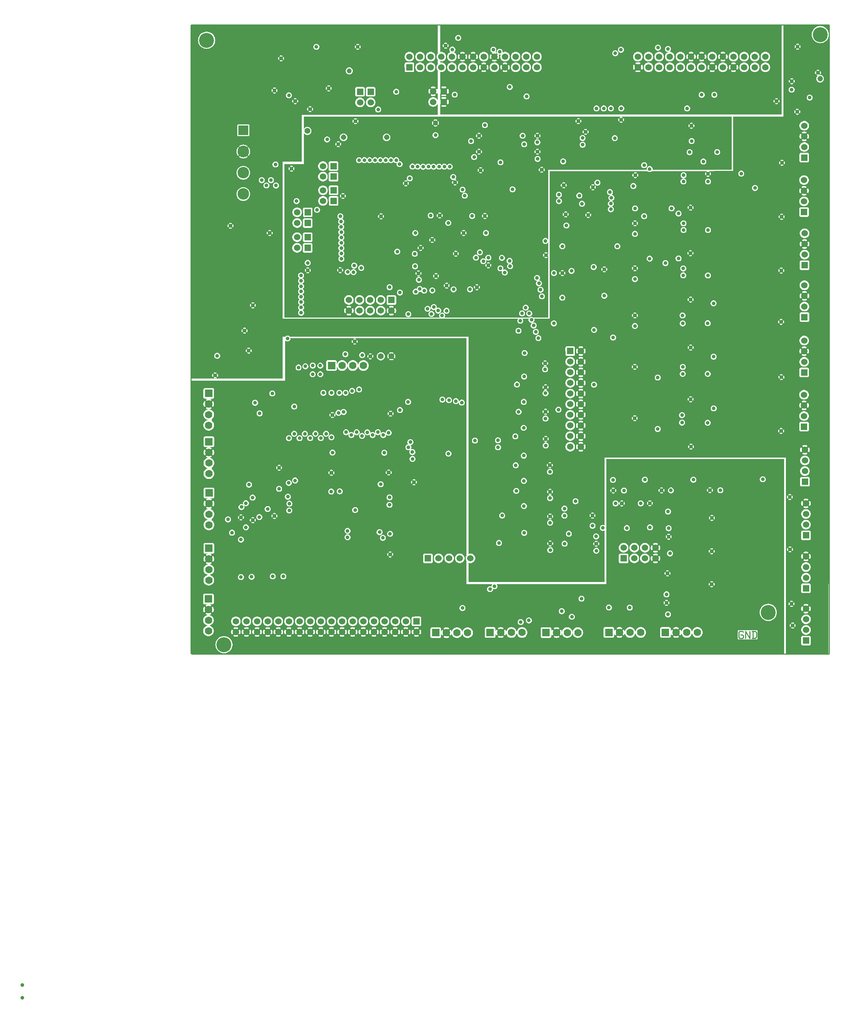
<source format=gbr>
G04 start of page 3 for group 1 idx 1 *
G04 Title: (unknown), ground *
G04 Creator: pcb 20140316 *
G04 CreationDate: Thu 01 Jun 2017 04:27:30 PM GMT UTC *
G04 For: sumit *
G04 Format: Gerber/RS-274X *
G04 PCB-Dimensions (mm): 381.00 381.00 *
G04 PCB-Coordinate-Origin: lower left *
%MOMM*%
%FSLAX43Y43*%
%LNGROUP1*%
%ADD68C,1.803*%
%ADD67C,1.016*%
%ADD66C,1.295*%
%ADD65C,0.965*%
%ADD64C,0.762*%
%ADD63C,2.540*%
%ADD62C,0.508*%
%ADD61C,1.314*%
%ADD60C,1.168*%
%ADD59C,1.422*%
%ADD58C,3.581*%
%ADD57C,0.914*%
%ADD56C,2.743*%
%ADD55C,1.778*%
%ADD54C,1.524*%
%ADD53C,0.002*%
%ADD52C,0.254*%
G54D52*X192943Y219707D02*Y369791D01*
X192824Y369910D01*
X40488D01*
X40389Y219781D02*X40564Y219606D01*
X192781D01*
X192783Y219608D01*
X192842Y219606D02*X192943Y219707D01*
X40488Y369910D02*X40348Y369771D01*
Y219822D01*
X40419Y219751D01*
G54D53*G36*
X123756Y347980D02*X128905D01*
Y337828D01*
X128832Y337766D01*
X128760Y337681D01*
X128701Y337585D01*
X128658Y337482D01*
X128632Y337373D01*
X128623Y337261D01*
X128632Y337150D01*
X128658Y337041D01*
X128701Y336937D01*
X128760Y336842D01*
X128832Y336757D01*
X128905Y336695D01*
Y336042D01*
X123756D01*
Y337409D01*
X123793Y337451D01*
X123851Y337547D01*
X123894Y337650D01*
X123920Y337759D01*
X123927Y337871D01*
X123920Y337982D01*
X123894Y338091D01*
X123851Y338195D01*
X123793Y338290D01*
X123756Y338332D01*
Y339271D01*
X123774Y339275D01*
X123792Y339282D01*
X123810Y339292D01*
X123825Y339304D01*
X123839Y339319D01*
X123850Y339335D01*
X123858Y339354D01*
X123877Y339413D01*
X123891Y339474D01*
X123899Y339536D01*
X123902Y339598D01*
X123899Y339660D01*
X123891Y339722D01*
X123877Y339783D01*
X123859Y339843D01*
X123850Y339861D01*
X123839Y339878D01*
X123826Y339892D01*
X123810Y339905D01*
X123793Y339915D01*
X123774Y339922D01*
X123756Y339925D01*
Y341438D01*
X123800Y341509D01*
X123843Y341613D01*
X123869Y341722D01*
X123876Y341833D01*
X123869Y341945D01*
X123843Y342054D01*
X123800Y342157D01*
X123756Y342229D01*
Y343081D01*
X123774Y343085D01*
X123792Y343092D01*
X123810Y343102D01*
X123825Y343114D01*
X123839Y343129D01*
X123850Y343145D01*
X123858Y343164D01*
X123877Y343223D01*
X123891Y343284D01*
X123899Y343346D01*
X123902Y343408D01*
X123899Y343470D01*
X123891Y343532D01*
X123877Y343593D01*
X123859Y343653D01*
X123850Y343671D01*
X123839Y343688D01*
X123826Y343702D01*
X123810Y343715D01*
X123793Y343725D01*
X123774Y343732D01*
X123756Y343735D01*
Y347980D01*
G37*
G36*
Y338332D02*X123720Y338375D01*
X123635Y338448D01*
X123539Y338506D01*
X123436Y338549D01*
X123327Y338575D01*
X123215Y338584D01*
X123190Y338582D01*
Y338886D01*
X123252Y338889D01*
X123314Y338897D01*
X123375Y338911D01*
X123435Y338929D01*
X123453Y338938D01*
X123470Y338949D01*
X123484Y338962D01*
X123497Y338978D01*
X123507Y338995D01*
X123514Y339014D01*
X123518Y339034D01*
X123518Y339054D01*
X123516Y339074D01*
X123511Y339093D01*
X123502Y339111D01*
X123491Y339128D01*
X123478Y339143D01*
X123462Y339155D01*
X123445Y339165D01*
X123426Y339172D01*
X123406Y339176D01*
X123386Y339177D01*
X123366Y339175D01*
X123347Y339169D01*
X123309Y339157D01*
X123270Y339148D01*
X123230Y339143D01*
X123190Y339141D01*
Y340055D01*
X123230Y340053D01*
X123270Y340048D01*
X123309Y340039D01*
X123347Y340027D01*
X123366Y340022D01*
X123386Y340019D01*
X123406Y340020D01*
X123426Y340024D01*
X123444Y340031D01*
X123462Y340041D01*
X123477Y340053D01*
X123491Y340068D01*
X123502Y340085D01*
X123510Y340103D01*
X123516Y340122D01*
X123518Y340142D01*
X123517Y340162D01*
X123513Y340182D01*
X123506Y340200D01*
X123496Y340218D01*
X123484Y340233D01*
X123469Y340247D01*
X123453Y340258D01*
X123434Y340266D01*
X123375Y340285D01*
X123314Y340299D01*
X123252Y340307D01*
X123190Y340310D01*
Y341122D01*
X123276Y341129D01*
X123385Y341155D01*
X123488Y341198D01*
X123584Y341256D01*
X123669Y341329D01*
X123742Y341414D01*
X123756Y341438D01*
Y339925D01*
X123754Y339926D01*
X123734Y339926D01*
X123714Y339924D01*
X123695Y339919D01*
X123677Y339910D01*
X123660Y339899D01*
X123645Y339886D01*
X123633Y339870D01*
X123623Y339853D01*
X123616Y339834D01*
X123612Y339814D01*
X123611Y339794D01*
X123613Y339774D01*
X123619Y339755D01*
X123631Y339717D01*
X123640Y339678D01*
X123645Y339638D01*
X123647Y339598D01*
X123645Y339558D01*
X123640Y339518D01*
X123631Y339479D01*
X123619Y339441D01*
X123614Y339422D01*
X123611Y339402D01*
X123612Y339382D01*
X123616Y339362D01*
X123623Y339344D01*
X123633Y339326D01*
X123645Y339311D01*
X123660Y339297D01*
X123677Y339286D01*
X123695Y339278D01*
X123714Y339272D01*
X123734Y339270D01*
X123754Y339271D01*
X123756Y339271D01*
Y338332D01*
G37*
G36*
Y336042D02*X123190D01*
Y337159D01*
X123215Y337157D01*
X123327Y337166D01*
X123436Y337192D01*
X123539Y337235D01*
X123635Y337294D01*
X123720Y337366D01*
X123756Y337409D01*
Y336042D01*
G37*
G36*
X123190Y347980D02*X123756D01*
Y343735D01*
X123754Y343736D01*
X123734Y343736D01*
X123714Y343734D01*
X123695Y343729D01*
X123677Y343720D01*
X123660Y343709D01*
X123645Y343696D01*
X123633Y343680D01*
X123623Y343663D01*
X123616Y343644D01*
X123612Y343624D01*
X123611Y343604D01*
X123613Y343584D01*
X123619Y343565D01*
X123631Y343527D01*
X123640Y343488D01*
X123645Y343448D01*
X123647Y343408D01*
X123645Y343368D01*
X123640Y343328D01*
X123631Y343289D01*
X123619Y343251D01*
X123614Y343232D01*
X123611Y343212D01*
X123612Y343192D01*
X123616Y343172D01*
X123623Y343154D01*
X123633Y343136D01*
X123645Y343121D01*
X123660Y343107D01*
X123677Y343096D01*
X123695Y343088D01*
X123714Y343082D01*
X123734Y343080D01*
X123754Y343081D01*
X123756Y343081D01*
Y342229D01*
X123742Y342253D01*
X123669Y342338D01*
X123584Y342410D01*
X123488Y342469D01*
X123385Y342512D01*
X123276Y342538D01*
X123190Y342545D01*
Y342696D01*
X123252Y342699D01*
X123314Y342707D01*
X123375Y342721D01*
X123435Y342739D01*
X123453Y342748D01*
X123470Y342759D01*
X123484Y342772D01*
X123497Y342788D01*
X123507Y342805D01*
X123514Y342824D01*
X123518Y342844D01*
X123518Y342864D01*
X123516Y342884D01*
X123511Y342903D01*
X123502Y342921D01*
X123491Y342938D01*
X123478Y342953D01*
X123462Y342965D01*
X123445Y342975D01*
X123426Y342982D01*
X123406Y342986D01*
X123386Y342987D01*
X123366Y342985D01*
X123347Y342979D01*
X123309Y342967D01*
X123270Y342958D01*
X123230Y342953D01*
X123190Y342951D01*
Y343865D01*
X123230Y343863D01*
X123270Y343858D01*
X123309Y343849D01*
X123347Y343837D01*
X123366Y343832D01*
X123386Y343829D01*
X123406Y343830D01*
X123426Y343834D01*
X123444Y343841D01*
X123462Y343851D01*
X123477Y343863D01*
X123491Y343878D01*
X123502Y343895D01*
X123510Y343913D01*
X123516Y343932D01*
X123518Y343952D01*
X123517Y343972D01*
X123513Y343992D01*
X123506Y344010D01*
X123496Y344028D01*
X123484Y344043D01*
X123469Y344057D01*
X123453Y344068D01*
X123434Y344076D01*
X123375Y344095D01*
X123314Y344109D01*
X123252Y344117D01*
X123190Y344120D01*
Y347980D01*
G37*
G36*
X122624Y337475D02*X122638Y337451D01*
X122711Y337366D01*
X122796Y337294D01*
X122892Y337235D01*
X122995Y337192D01*
X123104Y337166D01*
X123190Y337159D01*
Y336042D01*
X122624D01*
Y337475D01*
G37*
G36*
Y341372D02*X122660Y341329D01*
X122745Y341256D01*
X122841Y341198D01*
X122944Y341155D01*
X123053Y341129D01*
X123165Y341120D01*
X123190Y341122D01*
Y340310D01*
X123190Y340310D01*
X123128Y340307D01*
X123066Y340299D01*
X123005Y340285D01*
X122945Y340267D01*
X122927Y340258D01*
X122910Y340247D01*
X122896Y340234D01*
X122883Y340218D01*
X122873Y340201D01*
X122866Y340182D01*
X122862Y340162D01*
X122862Y340142D01*
X122864Y340122D01*
X122869Y340103D01*
X122878Y340085D01*
X122889Y340068D01*
X122902Y340053D01*
X122918Y340041D01*
X122935Y340031D01*
X122954Y340024D01*
X122974Y340020D01*
X122994Y340019D01*
X123014Y340021D01*
X123033Y340027D01*
X123071Y340039D01*
X123110Y340048D01*
X123150Y340053D01*
X123190Y340055D01*
X123190Y340055D01*
Y339141D01*
X123190Y339141D01*
X123150Y339143D01*
X123110Y339148D01*
X123071Y339157D01*
X123033Y339169D01*
X123014Y339174D01*
X122994Y339177D01*
X122974Y339176D01*
X122954Y339172D01*
X122936Y339165D01*
X122918Y339155D01*
X122903Y339143D01*
X122889Y339128D01*
X122878Y339111D01*
X122870Y339093D01*
X122864Y339074D01*
X122862Y339054D01*
X122863Y339034D01*
X122867Y339014D01*
X122874Y338996D01*
X122884Y338978D01*
X122896Y338963D01*
X122911Y338949D01*
X122927Y338938D01*
X122946Y338930D01*
X123005Y338911D01*
X123066Y338897D01*
X123128Y338889D01*
X123190Y338886D01*
X123190Y338886D01*
Y338582D01*
X123104Y338575D01*
X122995Y338549D01*
X122892Y338506D01*
X122796Y338448D01*
X122711Y338375D01*
X122638Y338290D01*
X122624Y338266D01*
Y339271D01*
X122626Y339270D01*
X122646Y339270D01*
X122666Y339272D01*
X122685Y339277D01*
X122703Y339286D01*
X122720Y339297D01*
X122735Y339310D01*
X122747Y339326D01*
X122757Y339343D01*
X122764Y339362D01*
X122768Y339382D01*
X122769Y339402D01*
X122767Y339422D01*
X122761Y339441D01*
X122749Y339479D01*
X122740Y339518D01*
X122735Y339558D01*
X122733Y339598D01*
X122735Y339638D01*
X122740Y339678D01*
X122749Y339717D01*
X122761Y339755D01*
X122766Y339774D01*
X122769Y339794D01*
X122768Y339814D01*
X122764Y339834D01*
X122757Y339852D01*
X122747Y339870D01*
X122735Y339885D01*
X122720Y339899D01*
X122703Y339910D01*
X122685Y339918D01*
X122666Y339924D01*
X122646Y339926D01*
X122626Y339925D01*
X122624Y339925D01*
Y341372D01*
G37*
G36*
Y347980D02*X123190D01*
Y344120D01*
X123190Y344120D01*
X123128Y344117D01*
X123066Y344109D01*
X123005Y344095D01*
X122945Y344077D01*
X122927Y344068D01*
X122910Y344057D01*
X122896Y344044D01*
X122883Y344028D01*
X122873Y344011D01*
X122866Y343992D01*
X122862Y343972D01*
X122862Y343952D01*
X122864Y343932D01*
X122869Y343913D01*
X122878Y343895D01*
X122889Y343878D01*
X122902Y343863D01*
X122918Y343851D01*
X122935Y343841D01*
X122954Y343834D01*
X122974Y343830D01*
X122994Y343829D01*
X123014Y343831D01*
X123033Y343837D01*
X123071Y343849D01*
X123110Y343858D01*
X123150Y343863D01*
X123190Y343865D01*
X123190Y343865D01*
Y342951D01*
X123190Y342951D01*
X123150Y342953D01*
X123110Y342958D01*
X123071Y342967D01*
X123033Y342979D01*
X123014Y342984D01*
X122994Y342987D01*
X122974Y342986D01*
X122954Y342982D01*
X122936Y342975D01*
X122918Y342965D01*
X122903Y342953D01*
X122889Y342938D01*
X122878Y342921D01*
X122870Y342903D01*
X122864Y342884D01*
X122862Y342864D01*
X122863Y342844D01*
X122867Y342824D01*
X122874Y342806D01*
X122884Y342788D01*
X122896Y342773D01*
X122911Y342759D01*
X122927Y342748D01*
X122946Y342740D01*
X123005Y342721D01*
X123066Y342707D01*
X123128Y342699D01*
X123190Y342696D01*
X123190Y342696D01*
Y342545D01*
X123165Y342547D01*
X123053Y342538D01*
X122944Y342512D01*
X122841Y342469D01*
X122745Y342410D01*
X122660Y342338D01*
X122624Y342295D01*
Y343081D01*
X122626Y343080D01*
X122646Y343080D01*
X122666Y343082D01*
X122685Y343087D01*
X122703Y343096D01*
X122720Y343107D01*
X122735Y343120D01*
X122747Y343136D01*
X122757Y343153D01*
X122764Y343172D01*
X122768Y343192D01*
X122769Y343212D01*
X122767Y343232D01*
X122761Y343251D01*
X122749Y343289D01*
X122740Y343328D01*
X122735Y343368D01*
X122733Y343408D01*
X122735Y343448D01*
X122740Y343488D01*
X122749Y343527D01*
X122761Y343565D01*
X122766Y343584D01*
X122769Y343604D01*
X122768Y343624D01*
X122764Y343644D01*
X122757Y343662D01*
X122747Y343680D01*
X122735Y343695D01*
X122720Y343709D01*
X122703Y343720D01*
X122685Y343728D01*
X122666Y343734D01*
X122646Y343736D01*
X122626Y343735D01*
X122624Y343735D01*
Y347980D01*
G37*
G36*
X119633D02*X122624D01*
Y343735D01*
X122606Y343731D01*
X122588Y343724D01*
X122570Y343714D01*
X122555Y343702D01*
X122541Y343687D01*
X122530Y343671D01*
X122522Y343652D01*
X122503Y343593D01*
X122489Y343532D01*
X122481Y343470D01*
X122478Y343408D01*
X122481Y343346D01*
X122489Y343284D01*
X122503Y343223D01*
X122521Y343163D01*
X122530Y343145D01*
X122541Y343128D01*
X122554Y343114D01*
X122570Y343101D01*
X122587Y343091D01*
X122606Y343084D01*
X122624Y343081D01*
Y342295D01*
X122587Y342253D01*
X122529Y342157D01*
X122486Y342054D01*
X122460Y341945D01*
X122451Y341833D01*
X122460Y341722D01*
X122486Y341613D01*
X122529Y341509D01*
X122587Y341414D01*
X122624Y341372D01*
Y339925D01*
X122606Y339921D01*
X122588Y339914D01*
X122570Y339904D01*
X122555Y339892D01*
X122541Y339877D01*
X122530Y339861D01*
X122522Y339842D01*
X122503Y339783D01*
X122489Y339722D01*
X122481Y339660D01*
X122478Y339598D01*
X122481Y339536D01*
X122489Y339474D01*
X122503Y339413D01*
X122521Y339353D01*
X122530Y339335D01*
X122541Y339318D01*
X122554Y339304D01*
X122570Y339291D01*
X122587Y339281D01*
X122606Y339274D01*
X122624Y339271D01*
Y338266D01*
X122580Y338195D01*
X122537Y338091D01*
X122511Y337982D01*
X122502Y337871D01*
X122511Y337759D01*
X122537Y337650D01*
X122580Y337547D01*
X122624Y337475D01*
Y336042D01*
X119633D01*
Y340776D01*
X119691Y340740D01*
X119795Y340698D01*
X119903Y340671D01*
X120015Y340663D01*
X120127Y340671D01*
X120235Y340698D01*
X120339Y340740D01*
X120434Y340799D01*
X120519Y340872D01*
X120592Y340957D01*
X120651Y341052D01*
X120693Y341156D01*
X120720Y341264D01*
X120726Y341376D01*
X120720Y341488D01*
X120693Y341596D01*
X120651Y341700D01*
X120592Y341795D01*
X120519Y341880D01*
X120434Y341953D01*
X120339Y342012D01*
X120235Y342054D01*
X120127Y342081D01*
X120015Y342089D01*
X119903Y342081D01*
X119795Y342054D01*
X119691Y342012D01*
X119633Y341976D01*
Y342695D01*
X119634Y342695D01*
X119746Y342703D01*
X119854Y342730D01*
X119958Y342772D01*
X120053Y342831D01*
X120138Y342904D01*
X120211Y342989D01*
X120270Y343084D01*
X120312Y343188D01*
X120339Y343296D01*
X120345Y343408D01*
X120339Y343520D01*
X120312Y343628D01*
X120270Y343732D01*
X120211Y343827D01*
X120138Y343912D01*
X120053Y343985D01*
X119958Y344044D01*
X119854Y344086D01*
X119746Y344113D01*
X119634Y344121D01*
X119633Y344121D01*
Y347980D01*
G37*
G36*
X114350D02*X119633D01*
Y344121D01*
X119522Y344113D01*
X119414Y344086D01*
X119310Y344044D01*
X119215Y343985D01*
X119130Y343912D01*
X119057Y343827D01*
X118998Y343732D01*
X118956Y343628D01*
X118929Y343520D01*
X118921Y343408D01*
X118929Y343296D01*
X118956Y343188D01*
X118998Y343084D01*
X119057Y342989D01*
X119130Y342904D01*
X119215Y342831D01*
X119310Y342772D01*
X119414Y342730D01*
X119522Y342703D01*
X119633Y342695D01*
Y341976D01*
X119596Y341953D01*
X119511Y341880D01*
X119438Y341795D01*
X119379Y341700D01*
X119337Y341596D01*
X119310Y341488D01*
X119302Y341376D01*
X119310Y341264D01*
X119337Y341156D01*
X119379Y341052D01*
X119438Y340957D01*
X119511Y340872D01*
X119596Y340799D01*
X119633Y340776D01*
Y336042D01*
X114350D01*
Y336345D01*
X114351Y336345D01*
X114462Y336353D01*
X114571Y336380D01*
X114675Y336422D01*
X114770Y336481D01*
X114855Y336554D01*
X114928Y336639D01*
X114986Y336734D01*
X115029Y336838D01*
X115055Y336946D01*
X115062Y337058D01*
X115055Y337170D01*
X115029Y337278D01*
X114986Y337382D01*
X114928Y337477D01*
X114855Y337562D01*
X114770Y337635D01*
X114675Y337694D01*
X114571Y337736D01*
X114462Y337763D01*
X114351Y337771D01*
X114350Y337771D01*
Y347980D01*
G37*
G36*
X110616D02*X114350D01*
Y337771D01*
X114239Y337763D01*
X114130Y337736D01*
X114027Y337694D01*
X113931Y337635D01*
X113846Y337562D01*
X113774Y337477D01*
X113715Y337382D01*
X113672Y337278D01*
X113646Y337170D01*
X113637Y337058D01*
X113646Y336946D01*
X113672Y336838D01*
X113715Y336734D01*
X113774Y336639D01*
X113846Y336554D01*
X113931Y336481D01*
X114027Y336422D01*
X114130Y336380D01*
X114239Y336353D01*
X114350Y336345D01*
Y336042D01*
X110616D01*
Y345235D01*
X110617Y345235D01*
X110729Y345243D01*
X110837Y345270D01*
X110941Y345312D01*
X111036Y345371D01*
X111121Y345444D01*
X111194Y345529D01*
X111253Y345624D01*
X111295Y345728D01*
X111322Y345836D01*
X111328Y345948D01*
X111322Y346060D01*
X111295Y346168D01*
X111253Y346272D01*
X111194Y346367D01*
X111121Y346452D01*
X111036Y346525D01*
X110941Y346584D01*
X110837Y346626D01*
X110729Y346653D01*
X110617Y346661D01*
X110616Y346661D01*
Y347980D01*
G37*
G36*
X109786D02*X110616D01*
Y346661D01*
X110505Y346653D01*
X110397Y346626D01*
X110293Y346584D01*
X110198Y346525D01*
X110113Y346452D01*
X110040Y346367D01*
X109981Y346272D01*
X109939Y346168D01*
X109912Y346060D01*
X109904Y345948D01*
X109912Y345836D01*
X109939Y345728D01*
X109981Y345624D01*
X110040Y345529D01*
X110113Y345444D01*
X110198Y345371D01*
X110293Y345312D01*
X110397Y345270D01*
X110505Y345243D01*
X110616Y345235D01*
Y336042D01*
X109786D01*
Y339271D01*
X109804Y339275D01*
X109822Y339282D01*
X109840Y339292D01*
X109855Y339304D01*
X109869Y339319D01*
X109880Y339335D01*
X109888Y339354D01*
X109907Y339413D01*
X109921Y339474D01*
X109929Y339536D01*
X109932Y339598D01*
X109929Y339660D01*
X109921Y339722D01*
X109907Y339783D01*
X109889Y339843D01*
X109880Y339861D01*
X109869Y339878D01*
X109856Y339892D01*
X109840Y339905D01*
X109823Y339915D01*
X109804Y339922D01*
X109786Y339925D01*
Y343081D01*
X109804Y343085D01*
X109822Y343092D01*
X109840Y343102D01*
X109855Y343114D01*
X109869Y343129D01*
X109880Y343145D01*
X109888Y343164D01*
X109907Y343223D01*
X109921Y343284D01*
X109929Y343346D01*
X109932Y343408D01*
X109929Y343470D01*
X109921Y343532D01*
X109907Y343593D01*
X109889Y343653D01*
X109880Y343671D01*
X109869Y343688D01*
X109856Y343702D01*
X109840Y343715D01*
X109823Y343725D01*
X109804Y343732D01*
X109786Y343735D01*
Y347980D01*
G37*
G36*
X109220D02*X109786D01*
Y343735D01*
X109784Y343736D01*
X109764Y343736D01*
X109744Y343734D01*
X109725Y343729D01*
X109707Y343720D01*
X109690Y343709D01*
X109675Y343696D01*
X109663Y343680D01*
X109653Y343663D01*
X109646Y343644D01*
X109642Y343624D01*
X109641Y343604D01*
X109643Y343584D01*
X109649Y343565D01*
X109661Y343527D01*
X109670Y343488D01*
X109675Y343448D01*
X109677Y343408D01*
X109675Y343368D01*
X109670Y343328D01*
X109661Y343289D01*
X109649Y343251D01*
X109644Y343232D01*
X109641Y343212D01*
X109642Y343192D01*
X109646Y343172D01*
X109653Y343154D01*
X109663Y343136D01*
X109675Y343121D01*
X109690Y343107D01*
X109707Y343096D01*
X109725Y343088D01*
X109744Y343082D01*
X109764Y343080D01*
X109784Y343081D01*
X109786Y343081D01*
Y339925D01*
X109784Y339926D01*
X109764Y339926D01*
X109744Y339924D01*
X109725Y339919D01*
X109707Y339910D01*
X109690Y339899D01*
X109675Y339886D01*
X109663Y339870D01*
X109653Y339853D01*
X109646Y339834D01*
X109642Y339814D01*
X109641Y339794D01*
X109643Y339774D01*
X109649Y339755D01*
X109661Y339717D01*
X109670Y339678D01*
X109675Y339638D01*
X109677Y339598D01*
X109675Y339558D01*
X109670Y339518D01*
X109661Y339479D01*
X109649Y339441D01*
X109644Y339422D01*
X109641Y339402D01*
X109642Y339382D01*
X109646Y339362D01*
X109653Y339344D01*
X109663Y339326D01*
X109675Y339311D01*
X109690Y339297D01*
X109707Y339286D01*
X109725Y339278D01*
X109744Y339272D01*
X109764Y339270D01*
X109784Y339271D01*
X109786Y339271D01*
Y336042D01*
X109220D01*
Y338886D01*
X109282Y338889D01*
X109344Y338897D01*
X109405Y338911D01*
X109465Y338929D01*
X109483Y338938D01*
X109500Y338949D01*
X109514Y338962D01*
X109527Y338978D01*
X109537Y338995D01*
X109544Y339014D01*
X109548Y339034D01*
X109548Y339054D01*
X109546Y339074D01*
X109541Y339093D01*
X109532Y339111D01*
X109521Y339128D01*
X109508Y339143D01*
X109492Y339155D01*
X109475Y339165D01*
X109456Y339172D01*
X109436Y339176D01*
X109416Y339177D01*
X109396Y339175D01*
X109377Y339169D01*
X109339Y339157D01*
X109300Y339148D01*
X109260Y339143D01*
X109220Y339141D01*
Y340055D01*
X109260Y340053D01*
X109300Y340048D01*
X109339Y340039D01*
X109377Y340027D01*
X109396Y340022D01*
X109416Y340019D01*
X109436Y340020D01*
X109456Y340024D01*
X109474Y340031D01*
X109492Y340041D01*
X109507Y340053D01*
X109521Y340068D01*
X109532Y340085D01*
X109540Y340103D01*
X109546Y340122D01*
X109548Y340142D01*
X109547Y340162D01*
X109543Y340182D01*
X109536Y340200D01*
X109526Y340218D01*
X109514Y340233D01*
X109499Y340247D01*
X109483Y340258D01*
X109464Y340266D01*
X109405Y340285D01*
X109344Y340299D01*
X109282Y340307D01*
X109220Y340310D01*
Y342696D01*
X109282Y342699D01*
X109344Y342707D01*
X109405Y342721D01*
X109465Y342739D01*
X109483Y342748D01*
X109500Y342759D01*
X109514Y342772D01*
X109527Y342788D01*
X109537Y342805D01*
X109544Y342824D01*
X109548Y342844D01*
X109548Y342864D01*
X109546Y342884D01*
X109541Y342903D01*
X109532Y342921D01*
X109521Y342938D01*
X109508Y342953D01*
X109492Y342965D01*
X109475Y342975D01*
X109456Y342982D01*
X109436Y342986D01*
X109416Y342987D01*
X109396Y342985D01*
X109377Y342979D01*
X109339Y342967D01*
X109300Y342958D01*
X109260Y342953D01*
X109220Y342951D01*
Y343865D01*
X109260Y343863D01*
X109300Y343858D01*
X109339Y343849D01*
X109377Y343837D01*
X109396Y343832D01*
X109416Y343829D01*
X109436Y343830D01*
X109456Y343834D01*
X109474Y343841D01*
X109492Y343851D01*
X109507Y343863D01*
X109521Y343878D01*
X109532Y343895D01*
X109540Y343913D01*
X109546Y343932D01*
X109548Y343952D01*
X109547Y343972D01*
X109543Y343992D01*
X109536Y344010D01*
X109526Y344028D01*
X109514Y344043D01*
X109499Y344057D01*
X109483Y344068D01*
X109464Y344076D01*
X109405Y344095D01*
X109344Y344109D01*
X109282Y344117D01*
X109220Y344120D01*
Y347980D01*
G37*
G36*
X108654D02*X109220D01*
Y344120D01*
X109220Y344120D01*
X109158Y344117D01*
X109096Y344109D01*
X109035Y344095D01*
X108975Y344077D01*
X108957Y344068D01*
X108940Y344057D01*
X108926Y344044D01*
X108913Y344028D01*
X108903Y344011D01*
X108896Y343992D01*
X108892Y343972D01*
X108892Y343952D01*
X108894Y343932D01*
X108899Y343913D01*
X108908Y343895D01*
X108919Y343878D01*
X108932Y343863D01*
X108948Y343851D01*
X108965Y343841D01*
X108984Y343834D01*
X109004Y343830D01*
X109024Y343829D01*
X109044Y343831D01*
X109063Y343837D01*
X109101Y343849D01*
X109140Y343858D01*
X109180Y343863D01*
X109220Y343865D01*
X109220Y343865D01*
Y342951D01*
X109220Y342951D01*
X109180Y342953D01*
X109140Y342958D01*
X109101Y342967D01*
X109063Y342979D01*
X109044Y342984D01*
X109024Y342987D01*
X109004Y342986D01*
X108984Y342982D01*
X108966Y342975D01*
X108948Y342965D01*
X108933Y342953D01*
X108919Y342938D01*
X108908Y342921D01*
X108900Y342903D01*
X108894Y342884D01*
X108892Y342864D01*
X108893Y342844D01*
X108897Y342824D01*
X108904Y342806D01*
X108914Y342788D01*
X108926Y342773D01*
X108941Y342759D01*
X108957Y342748D01*
X108976Y342740D01*
X109035Y342721D01*
X109096Y342707D01*
X109158Y342699D01*
X109220Y342696D01*
X109220Y342696D01*
Y340310D01*
X109220Y340310D01*
X109158Y340307D01*
X109096Y340299D01*
X109035Y340285D01*
X108975Y340267D01*
X108957Y340258D01*
X108940Y340247D01*
X108926Y340234D01*
X108913Y340218D01*
X108903Y340201D01*
X108896Y340182D01*
X108892Y340162D01*
X108892Y340142D01*
X108894Y340122D01*
X108899Y340103D01*
X108908Y340085D01*
X108919Y340068D01*
X108932Y340053D01*
X108948Y340041D01*
X108965Y340031D01*
X108984Y340024D01*
X109004Y340020D01*
X109024Y340019D01*
X109044Y340021D01*
X109063Y340027D01*
X109101Y340039D01*
X109140Y340048D01*
X109180Y340053D01*
X109220Y340055D01*
X109220Y340055D01*
Y339141D01*
X109220Y339141D01*
X109180Y339143D01*
X109140Y339148D01*
X109101Y339157D01*
X109063Y339169D01*
X109044Y339174D01*
X109024Y339177D01*
X109004Y339176D01*
X108984Y339172D01*
X108966Y339165D01*
X108948Y339155D01*
X108933Y339143D01*
X108919Y339128D01*
X108908Y339111D01*
X108900Y339093D01*
X108894Y339074D01*
X108892Y339054D01*
X108893Y339034D01*
X108897Y339014D01*
X108904Y338996D01*
X108914Y338978D01*
X108926Y338963D01*
X108941Y338949D01*
X108957Y338938D01*
X108976Y338930D01*
X109035Y338911D01*
X109096Y338897D01*
X109158Y338889D01*
X109220Y338886D01*
X109220Y338886D01*
Y336042D01*
X108654D01*
Y337949D01*
X108687Y338004D01*
X108730Y338108D01*
X108756Y338216D01*
X108763Y338328D01*
X108756Y338440D01*
X108730Y338548D01*
X108687Y338652D01*
X108654Y338707D01*
Y339271D01*
X108656Y339270D01*
X108676Y339270D01*
X108696Y339272D01*
X108715Y339277D01*
X108733Y339286D01*
X108750Y339297D01*
X108765Y339310D01*
X108777Y339326D01*
X108787Y339343D01*
X108794Y339362D01*
X108798Y339382D01*
X108799Y339402D01*
X108797Y339422D01*
X108791Y339441D01*
X108779Y339479D01*
X108770Y339518D01*
X108765Y339558D01*
X108763Y339598D01*
X108765Y339638D01*
X108770Y339678D01*
X108779Y339717D01*
X108791Y339755D01*
X108796Y339774D01*
X108799Y339794D01*
X108798Y339814D01*
X108794Y339834D01*
X108787Y339852D01*
X108777Y339870D01*
X108765Y339885D01*
X108750Y339899D01*
X108733Y339910D01*
X108715Y339918D01*
X108696Y339924D01*
X108676Y339926D01*
X108656Y339925D01*
X108654Y339925D01*
Y343081D01*
X108656Y343080D01*
X108676Y343080D01*
X108696Y343082D01*
X108715Y343087D01*
X108733Y343096D01*
X108750Y343107D01*
X108765Y343120D01*
X108777Y343136D01*
X108787Y343153D01*
X108794Y343172D01*
X108798Y343192D01*
X108799Y343212D01*
X108797Y343232D01*
X108791Y343251D01*
X108779Y343289D01*
X108770Y343328D01*
X108765Y343368D01*
X108763Y343408D01*
X108765Y343448D01*
X108770Y343488D01*
X108779Y343527D01*
X108791Y343565D01*
X108796Y343584D01*
X108799Y343604D01*
X108798Y343624D01*
X108794Y343644D01*
X108787Y343662D01*
X108777Y343680D01*
X108765Y343695D01*
X108750Y343709D01*
X108733Y343720D01*
X108715Y343728D01*
X108696Y343734D01*
X108676Y343736D01*
X108656Y343735D01*
X108654Y343735D01*
Y347980D01*
G37*
G36*
X107314D02*X108654D01*
Y343735D01*
X108636Y343731D01*
X108618Y343724D01*
X108600Y343714D01*
X108585Y343702D01*
X108571Y343687D01*
X108560Y343671D01*
X108552Y343652D01*
X108533Y343593D01*
X108519Y343532D01*
X108511Y343470D01*
X108508Y343408D01*
X108511Y343346D01*
X108519Y343284D01*
X108533Y343223D01*
X108551Y343163D01*
X108560Y343145D01*
X108571Y343128D01*
X108584Y343114D01*
X108600Y343101D01*
X108617Y343091D01*
X108636Y343084D01*
X108654Y343081D01*
Y339925D01*
X108636Y339921D01*
X108618Y339914D01*
X108600Y339904D01*
X108585Y339892D01*
X108571Y339877D01*
X108560Y339861D01*
X108552Y339842D01*
X108533Y339783D01*
X108519Y339722D01*
X108511Y339660D01*
X108508Y339598D01*
X108511Y339536D01*
X108519Y339474D01*
X108533Y339413D01*
X108551Y339353D01*
X108560Y339335D01*
X108571Y339318D01*
X108584Y339304D01*
X108600Y339291D01*
X108617Y339281D01*
X108636Y339274D01*
X108654Y339271D01*
Y338707D01*
X108629Y338747D01*
X108556Y338832D01*
X108471Y338905D01*
X108375Y338964D01*
X108272Y339006D01*
X108163Y339033D01*
X108052Y339041D01*
X107940Y339033D01*
X107831Y339006D01*
X107728Y338964D01*
X107632Y338905D01*
X107547Y338832D01*
X107474Y338747D01*
X107416Y338652D01*
X107373Y338548D01*
X107347Y338440D01*
X107338Y338328D01*
X107347Y338216D01*
X107373Y338108D01*
X107416Y338004D01*
X107474Y337909D01*
X107547Y337824D01*
X107632Y337751D01*
X107728Y337692D01*
X107831Y337650D01*
X107940Y337623D01*
X108052Y337615D01*
X108163Y337623D01*
X108272Y337650D01*
X108375Y337692D01*
X108471Y337751D01*
X108556Y337824D01*
X108629Y337909D01*
X108654Y337949D01*
Y336042D01*
X107314D01*
Y341425D01*
X107315Y341425D01*
X107427Y341433D01*
X107535Y341460D01*
X107639Y341502D01*
X107734Y341561D01*
X107819Y341634D01*
X107892Y341719D01*
X107951Y341814D01*
X107993Y341918D01*
X108020Y342026D01*
X108026Y342138D01*
X108020Y342250D01*
X107993Y342358D01*
X107951Y342462D01*
X107892Y342557D01*
X107819Y342642D01*
X107734Y342715D01*
X107639Y342774D01*
X107535Y342816D01*
X107427Y342843D01*
X107315Y342851D01*
X107314Y342851D01*
Y347980D01*
G37*
G36*
X99485D02*X107314D01*
Y342851D01*
X107203Y342843D01*
X107095Y342816D01*
X106991Y342774D01*
X106896Y342715D01*
X106811Y342642D01*
X106738Y342557D01*
X106679Y342462D01*
X106637Y342358D01*
X106610Y342250D01*
X106602Y342138D01*
X106610Y342026D01*
X106637Y341918D01*
X106679Y341814D01*
X106738Y341719D01*
X106811Y341634D01*
X106896Y341561D01*
X106991Y341502D01*
X107095Y341460D01*
X107203Y341433D01*
X107314Y341425D01*
Y336042D01*
X102900D01*
X102894Y336141D01*
X102868Y336250D01*
X102825Y336353D01*
X102766Y336449D01*
X102694Y336534D01*
X102609Y336606D01*
X102513Y336665D01*
X102410Y336708D01*
X102301Y336734D01*
X102189Y336743D01*
X102078Y336734D01*
X101969Y336708D01*
X101865Y336665D01*
X101770Y336606D01*
X101685Y336534D01*
X101612Y336449D01*
X101556Y336356D01*
X101499Y336449D01*
X101426Y336534D01*
X101341Y336606D01*
X101246Y336665D01*
X101142Y336708D01*
X101033Y336734D01*
X100922Y336743D01*
X100810Y336734D01*
X100701Y336708D01*
X100598Y336665D01*
X100502Y336606D01*
X100417Y336534D01*
X100345Y336449D01*
X100292Y336363D01*
X100239Y336449D01*
X100166Y336534D01*
X100081Y336606D01*
X99986Y336665D01*
X99882Y336708D01*
X99774Y336734D01*
X99662Y336743D01*
X99550Y336734D01*
X99485Y336718D01*
Y343315D01*
X99511Y343423D01*
X99517Y343535D01*
X99511Y343647D01*
X99485Y343755D01*
Y346038D01*
X99498Y346041D01*
X99516Y346050D01*
X99532Y346061D01*
X99547Y346075D01*
X99559Y346090D01*
X99569Y346108D01*
X99599Y346182D01*
X99622Y346258D01*
X99637Y346337D01*
X99644Y346416D01*
Y346496D01*
X99637Y346575D01*
X99622Y346654D01*
X99599Y346730D01*
X99569Y346804D01*
X99560Y346822D01*
X99547Y346838D01*
X99533Y346852D01*
X99516Y346863D01*
X99498Y346871D01*
X99485Y346875D01*
Y347980D01*
G37*
G36*
Y336718D02*X99442Y336708D01*
X99338Y336665D01*
X99243Y336606D01*
X99158Y336534D01*
X99085Y336449D01*
X99026Y336353D01*
X99015Y336325D01*
X99007Y336343D01*
X98949Y336438D01*
X98876Y336524D01*
X98791Y336596D01*
X98696Y336655D01*
X98592Y336698D01*
X98483Y336724D01*
X98425Y336728D01*
Y342934D01*
X98482Y342899D01*
X98586Y342857D01*
X98694Y342830D01*
X98806Y342822D01*
X98918Y342830D01*
X99026Y342857D01*
X99130Y342899D01*
X99225Y342958D01*
X99310Y343031D01*
X99383Y343116D01*
X99442Y343211D01*
X99484Y343315D01*
X99485Y343315D01*
Y336718D01*
G37*
G36*
X98425Y347980D02*X99485D01*
Y346875D01*
X99478Y346877D01*
X99458Y346879D01*
X99438Y346879D01*
X99419Y346875D01*
X99400Y346868D01*
X99382Y346858D01*
X99366Y346846D01*
X99353Y346831D01*
X99341Y346814D01*
X99333Y346796D01*
X99327Y346777D01*
X99325Y346757D01*
X99326Y346737D01*
X99330Y346717D01*
X99337Y346698D01*
X99358Y346647D01*
X99374Y346594D01*
X99384Y346539D01*
X99390Y346484D01*
Y346428D01*
X99384Y346373D01*
X99374Y346318D01*
X99358Y346265D01*
X99337Y346213D01*
X99330Y346195D01*
X99326Y346175D01*
X99326Y346155D01*
X99328Y346135D01*
X99334Y346116D01*
X99342Y346098D01*
X99353Y346081D01*
X99367Y346067D01*
X99383Y346054D01*
X99400Y346045D01*
X99419Y346038D01*
X99438Y346034D01*
X99458Y346033D01*
X99478Y346036D01*
X99485Y346038D01*
Y343755D01*
X99484Y343755D01*
X99442Y343859D01*
X99383Y343954D01*
X99310Y344039D01*
X99225Y344112D01*
X99130Y344171D01*
X99026Y344213D01*
X98918Y344240D01*
X98806Y344248D01*
X98694Y344240D01*
X98586Y344213D01*
X98482Y344171D01*
X98425Y344136D01*
Y345715D01*
X98440Y345703D01*
X98458Y345693D01*
X98532Y345663D01*
X98608Y345640D01*
X98687Y345625D01*
X98766Y345618D01*
X98846D01*
X98925Y345625D01*
X99004Y345640D01*
X99080Y345663D01*
X99154Y345693D01*
X99172Y345702D01*
X99188Y345715D01*
X99202Y345729D01*
X99213Y345746D01*
X99221Y345764D01*
X99227Y345784D01*
X99229Y345804D01*
X99229Y345824D01*
X99225Y345843D01*
X99218Y345862D01*
X99208Y345880D01*
X99196Y345896D01*
X99181Y345909D01*
X99164Y345921D01*
X99146Y345929D01*
X99127Y345935D01*
X99107Y345937D01*
X99087Y345936D01*
X99067Y345932D01*
X99048Y345925D01*
X98997Y345904D01*
X98944Y345888D01*
X98889Y345878D01*
X98834Y345872D01*
X98778D01*
X98723Y345878D01*
X98668Y345888D01*
X98615Y345904D01*
X98563Y345925D01*
X98545Y345932D01*
X98525Y345936D01*
X98505Y345936D01*
X98485Y345934D01*
X98466Y345928D01*
X98448Y345920D01*
X98431Y345909D01*
X98425Y345903D01*
Y347008D01*
X98431Y347003D01*
X98448Y346991D01*
X98466Y346983D01*
X98485Y346977D01*
X98505Y346975D01*
X98525Y346976D01*
X98545Y346980D01*
X98564Y346987D01*
X98615Y347008D01*
X98668Y347024D01*
X98723Y347034D01*
X98778Y347040D01*
X98834D01*
X98889Y347034D01*
X98944Y347024D01*
X98997Y347008D01*
X99049Y346987D01*
X99067Y346980D01*
X99087Y346976D01*
X99107Y346976D01*
X99127Y346978D01*
X99146Y346984D01*
X99164Y346992D01*
X99181Y347003D01*
X99195Y347017D01*
X99208Y347033D01*
X99217Y347050D01*
X99224Y347069D01*
X99228Y347088D01*
X99229Y347108D01*
X99226Y347128D01*
X99221Y347148D01*
X99212Y347166D01*
X99201Y347182D01*
X99187Y347197D01*
X99172Y347209D01*
X99154Y347219D01*
X99080Y347249D01*
X99004Y347272D01*
X98925Y347287D01*
X98846Y347294D01*
X98766D01*
X98687Y347287D01*
X98608Y347272D01*
X98532Y347249D01*
X98458Y347219D01*
X98440Y347210D01*
X98425Y347198D01*
Y347980D01*
G37*
G36*
X166166D02*X169647D01*
Y335255D01*
X166166D01*
Y338791D01*
X166167Y338791D01*
X166278Y338799D01*
X166387Y338826D01*
X166491Y338868D01*
X166586Y338927D01*
X166671Y339000D01*
X166744Y339085D01*
X166802Y339180D01*
X166845Y339284D01*
X166871Y339392D01*
X166878Y339504D01*
X166871Y339616D01*
X166845Y339724D01*
X166802Y339828D01*
X166744Y339923D01*
X166671Y340008D01*
X166586Y340081D01*
X166491Y340140D01*
X166387Y340182D01*
X166278Y340209D01*
X166167Y340217D01*
X166166Y340217D01*
Y347980D01*
G37*
G36*
X162851D02*X166166D01*
Y340217D01*
X166055Y340209D01*
X165946Y340182D01*
X165843Y340140D01*
X165747Y340081D01*
X165662Y340008D01*
X165590Y339923D01*
X165531Y339828D01*
X165488Y339724D01*
X165462Y339616D01*
X165453Y339504D01*
X165462Y339392D01*
X165488Y339284D01*
X165531Y339180D01*
X165590Y339085D01*
X165662Y339000D01*
X165747Y338927D01*
X165843Y338868D01*
X165946Y338826D01*
X166055Y338799D01*
X166166Y338791D01*
Y335255D01*
X162851D01*
Y336535D01*
X162852Y336535D01*
X162964Y336544D01*
X163073Y336570D01*
X163176Y336613D01*
X163271Y336671D01*
X163357Y336744D01*
X163429Y336829D01*
X163488Y336925D01*
X163531Y337028D01*
X163557Y337137D01*
X163563Y337248D01*
X163557Y337360D01*
X163531Y337469D01*
X163488Y337572D01*
X163429Y337668D01*
X163357Y337753D01*
X163271Y337826D01*
X163176Y337884D01*
X163073Y337927D01*
X162964Y337953D01*
X162852Y337962D01*
X162851Y337962D01*
Y347980D01*
G37*
G36*
X160561D02*X162851D01*
Y337962D01*
X162741Y337953D01*
X162632Y337927D01*
X162528Y337884D01*
X162433Y337826D01*
X162348Y337753D01*
X162275Y337668D01*
X162216Y337572D01*
X162174Y337469D01*
X162147Y337360D01*
X162139Y337248D01*
X162147Y337137D01*
X162174Y337028D01*
X162216Y336925D01*
X162275Y336829D01*
X162348Y336744D01*
X162433Y336671D01*
X162528Y336613D01*
X162632Y336570D01*
X162741Y336544D01*
X162851Y336535D01*
Y335255D01*
X160561D01*
Y341647D01*
X160623Y341719D01*
X160681Y341814D01*
X160724Y341918D01*
X160750Y342026D01*
X160757Y342138D01*
X160750Y342250D01*
X160724Y342358D01*
X160681Y342462D01*
X160623Y342557D01*
X160561Y342629D01*
Y345469D01*
X160578Y345472D01*
X160597Y345479D01*
X160614Y345489D01*
X160630Y345502D01*
X160644Y345516D01*
X160655Y345533D01*
X160663Y345551D01*
X160682Y345611D01*
X160696Y345671D01*
X160704Y345733D01*
X160706Y345796D01*
X160704Y345858D01*
X160696Y345920D01*
X160682Y345981D01*
X160663Y346040D01*
X160655Y346058D01*
X160644Y346075D01*
X160630Y346090D01*
X160615Y346102D01*
X160597Y346112D01*
X160578Y346119D01*
X160561Y346123D01*
Y347980D01*
G37*
G36*
Y335255D02*X159995D01*
Y338904D01*
X160060Y338959D01*
X160132Y339044D01*
X160191Y339140D01*
X160234Y339243D01*
X160260Y339352D01*
X160266Y339463D01*
X160260Y339575D01*
X160234Y339684D01*
X160191Y339787D01*
X160132Y339883D01*
X160060Y339968D01*
X159995Y340023D01*
Y341429D01*
X160045Y341425D01*
X160157Y341433D01*
X160266Y341460D01*
X160369Y341502D01*
X160465Y341561D01*
X160550Y341634D01*
X160561Y341647D01*
Y335255D01*
G37*
G36*
X159995Y347980D02*X160561D01*
Y346123D01*
X160559Y346123D01*
X160539Y346124D01*
X160519Y346122D01*
X160499Y346116D01*
X160481Y346108D01*
X160464Y346097D01*
X160450Y346083D01*
X160437Y346068D01*
X160427Y346050D01*
X160420Y346031D01*
X160416Y346012D01*
X160416Y345992D01*
X160418Y345972D01*
X160424Y345952D01*
X160436Y345914D01*
X160445Y345875D01*
X160450Y345836D01*
X160452Y345796D01*
X160450Y345756D01*
X160445Y345716D01*
X160436Y345677D01*
X160424Y345639D01*
X160418Y345619D01*
X160416Y345600D01*
X160417Y345580D01*
X160421Y345560D01*
X160428Y345541D01*
X160438Y345524D01*
X160450Y345508D01*
X160465Y345495D01*
X160481Y345484D01*
X160500Y345475D01*
X160519Y345470D01*
X160539Y345468D01*
X160559Y345468D01*
X160561Y345469D01*
Y342629D01*
X160550Y342642D01*
X160465Y342715D01*
X160369Y342774D01*
X160266Y342816D01*
X160157Y342843D01*
X160045Y342851D01*
X159995Y342847D01*
Y345084D01*
X160057Y345086D01*
X160119Y345095D01*
X160180Y345108D01*
X160239Y345127D01*
X160257Y345135D01*
X160274Y345146D01*
X160289Y345160D01*
X160301Y345176D01*
X160311Y345193D01*
X160318Y345212D01*
X160322Y345232D01*
X160323Y345252D01*
X160321Y345272D01*
X160315Y345291D01*
X160307Y345309D01*
X160296Y345326D01*
X160282Y345341D01*
X160267Y345353D01*
X160249Y345363D01*
X160230Y345370D01*
X160211Y345374D01*
X160191Y345375D01*
X160171Y345372D01*
X160151Y345367D01*
X160113Y345354D01*
X160074Y345345D01*
X160035Y345340D01*
X159995Y345338D01*
Y346253D01*
X160035Y346251D01*
X160074Y346246D01*
X160113Y346237D01*
X160152Y346225D01*
X160171Y346219D01*
X160191Y346217D01*
X160211Y346218D01*
X160230Y346222D01*
X160249Y346229D01*
X160266Y346239D01*
X160282Y346251D01*
X160296Y346266D01*
X160307Y346282D01*
X160315Y346301D01*
X160320Y346320D01*
X160323Y346340D01*
X160322Y346360D01*
X160318Y346379D01*
X160311Y346398D01*
X160301Y346415D01*
X160289Y346431D01*
X160274Y346445D01*
X160257Y346456D01*
X160239Y346464D01*
X160180Y346483D01*
X160119Y346497D01*
X160057Y346505D01*
X159995Y346507D01*
Y347980D01*
G37*
G36*
X159428Y338762D02*X159444Y338759D01*
X159555Y338750D01*
X159667Y338759D01*
X159776Y338785D01*
X159879Y338828D01*
X159975Y338886D01*
X159995Y338904D01*
Y335255D01*
X159428D01*
Y338762D01*
G37*
G36*
Y341784D02*X159468Y341719D01*
X159541Y341634D01*
X159626Y341561D01*
X159722Y341502D01*
X159825Y341460D01*
X159934Y341433D01*
X159995Y341429D01*
Y340023D01*
X159975Y340041D01*
X159879Y340099D01*
X159776Y340142D01*
X159667Y340168D01*
X159555Y340177D01*
X159444Y340168D01*
X159428Y340164D01*
Y341784D01*
G37*
G36*
Y347980D02*X159995D01*
Y346507D01*
X159995Y346507D01*
X159932Y346505D01*
X159870Y346497D01*
X159810Y346483D01*
X159750Y346464D01*
X159732Y346456D01*
X159715Y346445D01*
X159700Y346431D01*
X159688Y346416D01*
X159678Y346398D01*
X159671Y346379D01*
X159667Y346360D01*
X159666Y346340D01*
X159668Y346320D01*
X159674Y346300D01*
X159682Y346282D01*
X159693Y346265D01*
X159707Y346251D01*
X159723Y346238D01*
X159740Y346228D01*
X159759Y346221D01*
X159779Y346217D01*
X159799Y346217D01*
X159819Y346219D01*
X159838Y346225D01*
X159876Y346237D01*
X159915Y346246D01*
X159955Y346251D01*
X159995Y346253D01*
X159995Y346253D01*
Y345338D01*
X159995Y345338D01*
X159955Y345340D01*
X159915Y345345D01*
X159876Y345354D01*
X159838Y345366D01*
X159818Y345372D01*
X159799Y345374D01*
X159779Y345373D01*
X159759Y345369D01*
X159740Y345362D01*
X159723Y345353D01*
X159707Y345340D01*
X159694Y345326D01*
X159683Y345309D01*
X159674Y345291D01*
X159669Y345271D01*
X159667Y345252D01*
X159667Y345232D01*
X159671Y345212D01*
X159678Y345193D01*
X159688Y345176D01*
X159701Y345160D01*
X159715Y345147D01*
X159732Y345136D01*
X159750Y345128D01*
X159810Y345108D01*
X159870Y345095D01*
X159932Y345086D01*
X159995Y345084D01*
X159995Y345084D01*
Y342847D01*
X159934Y342843D01*
X159825Y342816D01*
X159722Y342774D01*
X159626Y342715D01*
X159541Y342642D01*
X159468Y342557D01*
X159428Y342492D01*
Y345469D01*
X159431Y345468D01*
X159451Y345467D01*
X159471Y345469D01*
X159490Y345475D01*
X159508Y345483D01*
X159525Y345494D01*
X159540Y345508D01*
X159552Y345524D01*
X159562Y345541D01*
X159569Y345560D01*
X159573Y345580D01*
X159574Y345600D01*
X159571Y345620D01*
X159566Y345639D01*
X159553Y345677D01*
X159544Y345716D01*
X159539Y345756D01*
X159537Y345796D01*
X159539Y345836D01*
X159544Y345875D01*
X159553Y345914D01*
X159565Y345953D01*
X159571Y345972D01*
X159573Y345992D01*
X159572Y346012D01*
X159568Y346031D01*
X159561Y346050D01*
X159552Y346067D01*
X159539Y346083D01*
X159525Y346097D01*
X159508Y346108D01*
X159490Y346116D01*
X159470Y346121D01*
X159451Y346124D01*
X159431Y346123D01*
X159428Y346122D01*
Y347980D01*
G37*
G36*
X148691D02*X159428D01*
Y346122D01*
X159411Y346119D01*
X159392Y346112D01*
X159375Y346102D01*
X159359Y346090D01*
X159346Y346075D01*
X159335Y346058D01*
X159327Y346040D01*
X159307Y345981D01*
X159294Y345920D01*
X159285Y345858D01*
X159283Y345796D01*
X159285Y345733D01*
X159294Y345671D01*
X159307Y345611D01*
X159326Y345551D01*
X159334Y345533D01*
X159345Y345516D01*
X159359Y345501D01*
X159375Y345489D01*
X159392Y345479D01*
X159411Y345472D01*
X159428Y345469D01*
Y342492D01*
X159410Y342462D01*
X159367Y342358D01*
X159341Y342250D01*
X159332Y342138D01*
X159341Y342026D01*
X159367Y341918D01*
X159410Y341814D01*
X159428Y341784D01*
Y340164D01*
X159335Y340142D01*
X159231Y340099D01*
X159136Y340041D01*
X159051Y339968D01*
X158978Y339883D01*
X158920Y339787D01*
X158877Y339684D01*
X158851Y339575D01*
X158842Y339463D01*
X158851Y339352D01*
X158877Y339243D01*
X158920Y339140D01*
X158978Y339044D01*
X159051Y338959D01*
X159136Y338886D01*
X159231Y338828D01*
X159335Y338785D01*
X159428Y338762D01*
Y335255D01*
X150695D01*
X150717Y335346D01*
X150724Y335458D01*
X150717Y335569D01*
X150691Y335678D01*
X150648Y335782D01*
X150590Y335877D01*
X150517Y335962D01*
X150432Y336035D01*
X150336Y336093D01*
X150233Y336136D01*
X150124Y336162D01*
X150012Y336171D01*
X149901Y336162D01*
X149792Y336136D01*
X149689Y336093D01*
X149593Y336035D01*
X149508Y335962D01*
X149435Y335877D01*
X149377Y335782D01*
X149334Y335678D01*
X149308Y335569D01*
X149299Y335458D01*
X149308Y335346D01*
X149330Y335255D01*
X148691D01*
Y335659D01*
X148692Y335659D01*
X148803Y335668D01*
X148912Y335694D01*
X149015Y335737D01*
X149111Y335795D01*
X149196Y335868D01*
X149269Y335953D01*
X149327Y336048D01*
X149370Y336152D01*
X149396Y336261D01*
X149403Y336372D01*
X149396Y336484D01*
X149370Y336593D01*
X149327Y336696D01*
X149269Y336792D01*
X149196Y336877D01*
X149111Y336949D01*
X149015Y337008D01*
X148912Y337051D01*
X148803Y337077D01*
X148692Y337086D01*
X148691Y337086D01*
Y347980D01*
G37*
G36*
X143759D02*X148691D01*
Y337086D01*
X148580Y337077D01*
X148471Y337051D01*
X148368Y337008D01*
X148272Y336949D01*
X148187Y336877D01*
X148114Y336792D01*
X148056Y336696D01*
X148013Y336593D01*
X147987Y336484D01*
X147978Y336372D01*
X147987Y336261D01*
X148013Y336152D01*
X148056Y336048D01*
X148114Y335953D01*
X148187Y335868D01*
X148272Y335795D01*
X148368Y335737D01*
X148471Y335694D01*
X148580Y335668D01*
X148691Y335659D01*
Y335255D01*
X143759D01*
Y346894D01*
X143776Y346897D01*
X143795Y346904D01*
X143812Y346914D01*
X143828Y346927D01*
X143841Y346941D01*
X143852Y346958D01*
X143860Y346976D01*
X143880Y347035D01*
X143893Y347096D01*
X143902Y347158D01*
X143904Y347221D01*
X143902Y347283D01*
X143893Y347345D01*
X143880Y347406D01*
X143861Y347465D01*
X143853Y347483D01*
X143842Y347500D01*
X143828Y347515D01*
X143812Y347527D01*
X143795Y347537D01*
X143776Y347544D01*
X143759Y347548D01*
Y347980D01*
G37*
G36*
X143193D02*X143759D01*
Y347548D01*
X143757Y347548D01*
X143736Y347549D01*
X143717Y347547D01*
X143697Y347541D01*
X143679Y347533D01*
X143662Y347522D01*
X143648Y347508D01*
X143635Y347493D01*
X143625Y347475D01*
X143618Y347456D01*
X143614Y347437D01*
X143613Y347417D01*
X143616Y347397D01*
X143621Y347377D01*
X143634Y347339D01*
X143643Y347300D01*
X143648Y347261D01*
X143650Y347221D01*
X143648Y347181D01*
X143643Y347141D01*
X143634Y347102D01*
X143622Y347064D01*
X143616Y347044D01*
X143614Y347025D01*
X143615Y347005D01*
X143619Y346985D01*
X143626Y346966D01*
X143635Y346949D01*
X143648Y346933D01*
X143663Y346920D01*
X143679Y346909D01*
X143697Y346900D01*
X143717Y346895D01*
X143737Y346893D01*
X143756Y346893D01*
X143759Y346894D01*
Y335255D01*
X143193D01*
Y346509D01*
X143255Y346511D01*
X143317Y346520D01*
X143378Y346533D01*
X143437Y346552D01*
X143455Y346560D01*
X143472Y346571D01*
X143487Y346585D01*
X143499Y346601D01*
X143509Y346618D01*
X143516Y346637D01*
X143520Y346656D01*
X143521Y346677D01*
X143519Y346696D01*
X143513Y346716D01*
X143505Y346734D01*
X143494Y346751D01*
X143480Y346766D01*
X143464Y346778D01*
X143447Y346788D01*
X143428Y346795D01*
X143409Y346799D01*
X143388Y346800D01*
X143369Y346797D01*
X143349Y346792D01*
X143311Y346779D01*
X143272Y346770D01*
X143233Y346765D01*
X143193Y346763D01*
Y347678D01*
X143233Y347676D01*
X143272Y347671D01*
X143311Y347662D01*
X143350Y347650D01*
X143369Y347644D01*
X143389Y347642D01*
X143408Y347643D01*
X143428Y347647D01*
X143447Y347654D01*
X143464Y347663D01*
X143480Y347676D01*
X143493Y347691D01*
X143504Y347707D01*
X143513Y347725D01*
X143518Y347745D01*
X143520Y347765D01*
X143520Y347785D01*
X143516Y347804D01*
X143509Y347823D01*
X143499Y347840D01*
X143486Y347856D01*
X143472Y347869D01*
X143455Y347881D01*
X143437Y347888D01*
X143378Y347908D01*
X143317Y347922D01*
X143255Y347930D01*
X143193Y347932D01*
Y347980D01*
G37*
G36*
X142626D02*X143193D01*
Y347932D01*
X143192Y347932D01*
X143130Y347930D01*
X143068Y347922D01*
X143007Y347908D01*
X142948Y347889D01*
X142930Y347881D01*
X142913Y347870D01*
X142898Y347856D01*
X142886Y347841D01*
X142876Y347823D01*
X142869Y347804D01*
X142865Y347785D01*
X142864Y347765D01*
X142866Y347745D01*
X142872Y347725D01*
X142880Y347707D01*
X142891Y347690D01*
X142905Y347676D01*
X142921Y347663D01*
X142938Y347653D01*
X142957Y347646D01*
X142976Y347642D01*
X142996Y347641D01*
X143016Y347644D01*
X143036Y347650D01*
X143074Y347662D01*
X143113Y347671D01*
X143152Y347676D01*
X143192Y347678D01*
X143193Y347678D01*
Y346763D01*
X143192Y346763D01*
X143152Y346765D01*
X143113Y346770D01*
X143074Y346779D01*
X143035Y346791D01*
X143016Y346797D01*
X142996Y346799D01*
X142977Y346798D01*
X142957Y346794D01*
X142938Y346787D01*
X142921Y346778D01*
X142905Y346765D01*
X142892Y346750D01*
X142881Y346734D01*
X142872Y346716D01*
X142867Y346696D01*
X142865Y346677D01*
X142865Y346657D01*
X142869Y346637D01*
X142876Y346618D01*
X142886Y346601D01*
X142899Y346585D01*
X142913Y346572D01*
X142930Y346561D01*
X142948Y346553D01*
X143007Y346533D01*
X143068Y346520D01*
X143130Y346511D01*
X143192Y346509D01*
X143193Y346509D01*
Y335255D01*
X142626D01*
Y346893D01*
X142628Y346893D01*
X142648Y346892D01*
X142668Y346894D01*
X142688Y346900D01*
X142706Y346908D01*
X142723Y346919D01*
X142737Y346933D01*
X142750Y346949D01*
X142760Y346966D01*
X142767Y346985D01*
X142771Y347004D01*
X142772Y347025D01*
X142769Y347044D01*
X142764Y347064D01*
X142751Y347102D01*
X142742Y347141D01*
X142737Y347181D01*
X142735Y347221D01*
X142737Y347261D01*
X142742Y347300D01*
X142751Y347339D01*
X142763Y347378D01*
X142769Y347397D01*
X142771Y347417D01*
X142770Y347437D01*
X142766Y347456D01*
X142759Y347475D01*
X142750Y347492D01*
X142737Y347508D01*
X142722Y347521D01*
X142706Y347533D01*
X142688Y347541D01*
X142668Y347546D01*
X142648Y347549D01*
X142629Y347548D01*
X142626Y347547D01*
Y347980D01*
G37*
G36*
X141672D02*X142626D01*
Y347547D01*
X142609Y347544D01*
X142590Y347537D01*
X142573Y347527D01*
X142557Y347515D01*
X142544Y347500D01*
X142533Y347483D01*
X142525Y347465D01*
X142505Y347406D01*
X142492Y347345D01*
X142483Y347283D01*
X142481Y347221D01*
X142483Y347158D01*
X142492Y347096D01*
X142505Y347035D01*
X142524Y346976D01*
X142532Y346958D01*
X142543Y346941D01*
X142557Y346926D01*
X142573Y346914D01*
X142590Y346904D01*
X142609Y346897D01*
X142626Y346893D01*
Y335255D01*
X141672D01*
Y342128D01*
X141674Y342128D01*
X141785Y342137D01*
X141894Y342163D01*
X141997Y342206D01*
X142093Y342264D01*
X142178Y342337D01*
X142251Y342422D01*
X142309Y342518D01*
X142352Y342621D01*
X142378Y342730D01*
X142385Y342842D01*
X142378Y342953D01*
X142352Y343062D01*
X142309Y343165D01*
X142251Y343261D01*
X142178Y343346D01*
X142093Y343419D01*
X141997Y343477D01*
X141894Y343520D01*
X141785Y343546D01*
X141674Y343555D01*
X141672Y343555D01*
Y347980D01*
G37*
G36*
X135265D02*X141672D01*
Y343555D01*
X141562Y343546D01*
X141453Y343520D01*
X141350Y343477D01*
X141254Y343419D01*
X141169Y343346D01*
X141096Y343261D01*
X141038Y343165D01*
X140995Y343062D01*
X140969Y342953D01*
X140960Y342842D01*
X140969Y342730D01*
X140995Y342621D01*
X141038Y342518D01*
X141096Y342422D01*
X141169Y342337D01*
X141254Y342264D01*
X141350Y342206D01*
X141453Y342163D01*
X141562Y342137D01*
X141672Y342128D01*
Y335255D01*
X135265D01*
Y343998D01*
X135282Y344002D01*
X135301Y344009D01*
X135318Y344019D01*
X135334Y344031D01*
X135348Y344046D01*
X135359Y344062D01*
X135367Y344081D01*
X135386Y344140D01*
X135400Y344201D01*
X135408Y344263D01*
X135411Y344325D01*
X135408Y344387D01*
X135400Y344449D01*
X135386Y344510D01*
X135367Y344569D01*
X135359Y344588D01*
X135348Y344604D01*
X135334Y344619D01*
X135319Y344632D01*
X135301Y344642D01*
X135282Y344649D01*
X135265Y344652D01*
Y347980D01*
G37*
G36*
X134699D02*X135265D01*
Y344652D01*
X135263Y344653D01*
X135243Y344653D01*
X135223Y344651D01*
X135203Y344646D01*
X135185Y344637D01*
X135169Y344626D01*
X135154Y344613D01*
X135141Y344597D01*
X135131Y344579D01*
X135124Y344561D01*
X135120Y344541D01*
X135120Y344521D01*
X135122Y344501D01*
X135128Y344482D01*
X135140Y344444D01*
X135149Y344405D01*
X135154Y344365D01*
X135156Y344325D01*
X135154Y344285D01*
X135149Y344245D01*
X135140Y344206D01*
X135128Y344168D01*
X135122Y344149D01*
X135120Y344129D01*
X135121Y344109D01*
X135125Y344089D01*
X135132Y344071D01*
X135142Y344053D01*
X135154Y344038D01*
X135169Y344024D01*
X135185Y344013D01*
X135204Y344005D01*
X135223Y343999D01*
X135243Y343997D01*
X135263Y343998D01*
X135265Y343998D01*
Y335255D01*
X134699D01*
Y341169D01*
X134704Y341252D01*
X134699Y341334D01*
Y343613D01*
X134761Y343616D01*
X134823Y343624D01*
X134884Y343638D01*
X134943Y343656D01*
X134962Y343665D01*
X134978Y343676D01*
X134993Y343689D01*
X135005Y343705D01*
X135015Y343722D01*
X135022Y343741D01*
X135026Y343761D01*
X135027Y343781D01*
X135025Y343801D01*
X135019Y343820D01*
X135011Y343838D01*
X135000Y343855D01*
X134986Y343870D01*
X134971Y343882D01*
X134953Y343892D01*
X134934Y343899D01*
X134915Y343903D01*
X134895Y343904D01*
X134875Y343902D01*
X134856Y343896D01*
X134818Y343883D01*
X134778Y343875D01*
X134739Y343869D01*
X134699Y343868D01*
Y344782D01*
X134739Y344780D01*
X134778Y344775D01*
X134818Y344766D01*
X134856Y344754D01*
X134875Y344749D01*
X134895Y344746D01*
X134915Y344747D01*
X134934Y344751D01*
X134953Y344758D01*
X134970Y344768D01*
X134986Y344780D01*
X135000Y344795D01*
X135011Y344812D01*
X135019Y344830D01*
X135024Y344849D01*
X135027Y344869D01*
X135026Y344889D01*
X135022Y344909D01*
X135015Y344927D01*
X135005Y344945D01*
X134993Y344960D01*
X134978Y344974D01*
X134961Y344985D01*
X134943Y344993D01*
X134884Y345012D01*
X134823Y345026D01*
X134761Y345034D01*
X134699Y345037D01*
Y347980D01*
G37*
G36*
Y335255D02*X133546D01*
Y340698D01*
X133573Y340674D01*
X133669Y340616D01*
X133772Y340573D01*
X133881Y340547D01*
X133993Y340538D01*
X134104Y340547D01*
X134213Y340573D01*
X134316Y340616D01*
X134412Y340674D01*
X134497Y340747D01*
X134570Y340832D01*
X134628Y340928D01*
X134671Y341031D01*
X134697Y341140D01*
X134699Y341169D01*
Y335255D01*
G37*
G36*
X134132Y347980D02*X134699D01*
Y345037D01*
X134699Y345037D01*
X134636Y345034D01*
X134575Y345026D01*
X134514Y345012D01*
X134454Y344994D01*
X134436Y344985D01*
X134419Y344974D01*
X134404Y344961D01*
X134392Y344945D01*
X134382Y344927D01*
X134375Y344909D01*
X134371Y344889D01*
X134370Y344869D01*
X134373Y344849D01*
X134378Y344830D01*
X134386Y344811D01*
X134397Y344795D01*
X134411Y344780D01*
X134427Y344768D01*
X134444Y344758D01*
X134463Y344751D01*
X134483Y344747D01*
X134503Y344746D01*
X134523Y344748D01*
X134542Y344754D01*
X134580Y344766D01*
X134619Y344775D01*
X134659Y344780D01*
X134699Y344782D01*
X134699Y344782D01*
Y343868D01*
X134699Y343868D01*
X134659Y343869D01*
X134619Y343875D01*
X134580Y343883D01*
X134542Y343896D01*
X134523Y343901D01*
X134503Y343904D01*
X134483Y343903D01*
X134463Y343899D01*
X134444Y343892D01*
X134427Y343882D01*
X134411Y343870D01*
X134398Y343855D01*
X134387Y343838D01*
X134378Y343820D01*
X134373Y343801D01*
X134371Y343781D01*
X134372Y343761D01*
X134376Y343741D01*
X134383Y343723D01*
X134392Y343705D01*
X134405Y343690D01*
X134419Y343676D01*
X134436Y343665D01*
X134454Y343657D01*
X134514Y343638D01*
X134575Y343624D01*
X134636Y343616D01*
X134699Y343613D01*
X134699Y343613D01*
Y341334D01*
X134697Y341363D01*
X134671Y341472D01*
X134628Y341575D01*
X134570Y341671D01*
X134497Y341756D01*
X134412Y341829D01*
X134316Y341887D01*
X134213Y341930D01*
X134132Y341949D01*
Y342165D01*
X134198Y342181D01*
X134301Y342224D01*
X134397Y342282D01*
X134482Y342355D01*
X134555Y342440D01*
X134613Y342535D01*
X134656Y342639D01*
X134682Y342748D01*
X134689Y342859D01*
X134682Y342971D01*
X134656Y343080D01*
X134613Y343183D01*
X134555Y343279D01*
X134482Y343364D01*
X134397Y343437D01*
X134301Y343495D01*
X134198Y343538D01*
X134132Y343554D01*
Y343998D01*
X134135Y343997D01*
X134155Y343997D01*
X134175Y343999D01*
X134194Y344004D01*
X134212Y344013D01*
X134229Y344024D01*
X134244Y344037D01*
X134256Y344053D01*
X134266Y344070D01*
X134273Y344089D01*
X134277Y344109D01*
X134278Y344129D01*
X134276Y344149D01*
X134270Y344168D01*
X134257Y344206D01*
X134249Y344245D01*
X134243Y344285D01*
X134242Y344325D01*
X134243Y344365D01*
X134249Y344405D01*
X134257Y344444D01*
X134269Y344482D01*
X134275Y344501D01*
X134277Y344521D01*
X134277Y344541D01*
X134273Y344561D01*
X134266Y344579D01*
X134256Y344597D01*
X134243Y344612D01*
X134229Y344626D01*
X134212Y344637D01*
X134194Y344645D01*
X134175Y344651D01*
X134155Y344653D01*
X134135Y344652D01*
X134132Y344652D01*
Y347980D01*
G37*
G36*
Y341949D02*X134104Y341956D01*
X133993Y341965D01*
X133881Y341956D01*
X133772Y341930D01*
X133669Y341887D01*
X133573Y341829D01*
X133546Y341805D01*
Y342293D01*
X133558Y342282D01*
X133654Y342224D01*
X133757Y342181D01*
X133866Y342155D01*
X133977Y342146D01*
X134089Y342155D01*
X134132Y342165D01*
Y341949D01*
G37*
G36*
X133546Y347980D02*X134132D01*
Y344652D01*
X134115Y344648D01*
X134096Y344641D01*
X134079Y344631D01*
X134063Y344619D01*
X134050Y344604D01*
X134039Y344588D01*
X134031Y344569D01*
X134011Y344510D01*
X133998Y344449D01*
X133990Y344387D01*
X133987Y344325D01*
X133990Y344263D01*
X133998Y344201D01*
X134011Y344140D01*
X134030Y344080D01*
X134038Y344062D01*
X134049Y344045D01*
X134063Y344031D01*
X134079Y344018D01*
X134096Y344008D01*
X134115Y344001D01*
X134132Y343998D01*
Y343554D01*
X134089Y343564D01*
X133977Y343573D01*
X133866Y343564D01*
X133757Y343538D01*
X133654Y343495D01*
X133558Y343437D01*
X133546Y343426D01*
Y346566D01*
X133563Y346570D01*
X133581Y346577D01*
X133599Y346586D01*
X133615Y346599D01*
X133628Y346614D01*
X133639Y346630D01*
X133647Y346649D01*
X133667Y346708D01*
X133680Y346769D01*
X133688Y346831D01*
X133691Y346893D01*
X133688Y346955D01*
X133680Y347017D01*
X133667Y347078D01*
X133648Y347137D01*
X133640Y347156D01*
X133628Y347172D01*
X133615Y347187D01*
X133599Y347200D01*
X133582Y347209D01*
X133563Y347216D01*
X133546Y347220D01*
Y347980D01*
G37*
G36*
X132979D02*X133546D01*
Y347220D01*
X133543Y347220D01*
X133523Y347221D01*
X133503Y347219D01*
X133484Y347214D01*
X133466Y347205D01*
X133449Y347194D01*
X133434Y347181D01*
X133422Y347165D01*
X133412Y347147D01*
X133405Y347129D01*
X133401Y347109D01*
X133400Y347089D01*
X133402Y347069D01*
X133408Y347050D01*
X133421Y347012D01*
X133429Y346973D01*
X133435Y346933D01*
X133436Y346893D01*
X133435Y346853D01*
X133429Y346813D01*
X133421Y346774D01*
X133409Y346736D01*
X133403Y346717D01*
X133401Y346697D01*
X133401Y346677D01*
X133405Y346657D01*
X133412Y346639D01*
X133422Y346621D01*
X133435Y346605D01*
X133449Y346592D01*
X133466Y346581D01*
X133484Y346573D01*
X133503Y346567D01*
X133523Y346565D01*
X133543Y346566D01*
X133546Y346566D01*
Y343426D01*
X133473Y343364D01*
X133400Y343279D01*
X133342Y343183D01*
X133299Y343080D01*
X133273Y342971D01*
X133264Y342859D01*
X133273Y342748D01*
X133299Y342639D01*
X133342Y342535D01*
X133400Y342440D01*
X133473Y342355D01*
X133546Y342293D01*
Y341805D01*
X133488Y341756D01*
X133415Y341671D01*
X133357Y341575D01*
X133314Y341472D01*
X133288Y341363D01*
X133279Y341252D01*
X133288Y341140D01*
X133314Y341031D01*
X133357Y340928D01*
X133415Y340832D01*
X133488Y340747D01*
X133546Y340698D01*
Y335255D01*
X132979D01*
Y346181D01*
X133041Y346184D01*
X133103Y346192D01*
X133164Y346205D01*
X133224Y346224D01*
X133242Y346233D01*
X133259Y346244D01*
X133273Y346257D01*
X133286Y346273D01*
X133296Y346290D01*
X133303Y346309D01*
X133307Y346329D01*
X133308Y346349D01*
X133305Y346369D01*
X133300Y346388D01*
X133292Y346406D01*
X133280Y346423D01*
X133267Y346438D01*
X133251Y346450D01*
X133234Y346460D01*
X133215Y346467D01*
X133195Y346471D01*
X133175Y346472D01*
X133155Y346470D01*
X133136Y346464D01*
X133098Y346451D01*
X133059Y346443D01*
X133019Y346437D01*
X132979Y346436D01*
Y347350D01*
X133019Y347348D01*
X133059Y347343D01*
X133098Y347334D01*
X133136Y347322D01*
X133155Y347317D01*
X133175Y347314D01*
X133195Y347315D01*
X133215Y347319D01*
X133233Y347326D01*
X133251Y347336D01*
X133267Y347348D01*
X133280Y347363D01*
X133291Y347380D01*
X133299Y347398D01*
X133305Y347417D01*
X133307Y347437D01*
X133306Y347457D01*
X133302Y347476D01*
X133295Y347495D01*
X133286Y347513D01*
X133273Y347528D01*
X133258Y347542D01*
X133242Y347553D01*
X133223Y347561D01*
X133164Y347580D01*
X133103Y347594D01*
X133041Y347602D01*
X132979Y347605D01*
Y347980D01*
G37*
G36*
X132413D02*X132979D01*
Y347605D01*
X132979Y347605D01*
X132917Y347602D01*
X132855Y347594D01*
X132794Y347580D01*
X132735Y347561D01*
X132716Y347553D01*
X132700Y347542D01*
X132685Y347529D01*
X132672Y347513D01*
X132663Y347495D01*
X132656Y347477D01*
X132652Y347457D01*
X132651Y347437D01*
X132653Y347417D01*
X132658Y347398D01*
X132667Y347379D01*
X132678Y347363D01*
X132691Y347348D01*
X132707Y347335D01*
X132725Y347326D01*
X132743Y347319D01*
X132763Y347315D01*
X132783Y347314D01*
X132803Y347316D01*
X132822Y347322D01*
X132860Y347334D01*
X132899Y347343D01*
X132939Y347348D01*
X132979Y347350D01*
X132979Y347350D01*
Y346436D01*
X132979Y346436D01*
X132939Y346437D01*
X132899Y346443D01*
X132860Y346451D01*
X132822Y346463D01*
X132803Y346469D01*
X132783Y346472D01*
X132763Y346471D01*
X132744Y346467D01*
X132725Y346460D01*
X132707Y346450D01*
X132692Y346438D01*
X132678Y346423D01*
X132667Y346406D01*
X132659Y346388D01*
X132653Y346369D01*
X132651Y346349D01*
X132652Y346329D01*
X132656Y346309D01*
X132663Y346291D01*
X132673Y346273D01*
X132685Y346257D01*
X132700Y346244D01*
X132717Y346233D01*
X132735Y346225D01*
X132794Y346205D01*
X132855Y346192D01*
X132917Y346184D01*
X132979Y346181D01*
X132979Y346181D01*
Y335255D01*
X132413D01*
Y346566D01*
X132415Y346565D01*
X132435Y346564D01*
X132455Y346567D01*
X132474Y346572D01*
X132493Y346581D01*
X132509Y346592D01*
X132524Y346605D01*
X132537Y346621D01*
X132546Y346638D01*
X132553Y346657D01*
X132557Y346677D01*
X132558Y346697D01*
X132556Y346717D01*
X132550Y346736D01*
X132538Y346774D01*
X132529Y346813D01*
X132524Y346853D01*
X132522Y346893D01*
X132524Y346933D01*
X132529Y346973D01*
X132538Y347012D01*
X132550Y347050D01*
X132556Y347069D01*
X132558Y347089D01*
X132557Y347109D01*
X132553Y347128D01*
X132546Y347147D01*
X132536Y347165D01*
X132524Y347180D01*
X132509Y347194D01*
X132492Y347205D01*
X132474Y347213D01*
X132455Y347219D01*
X132435Y347221D01*
X132415Y347220D01*
X132413Y347220D01*
Y347980D01*
G37*
G36*
X129336D02*X132413D01*
Y347220D01*
X132396Y347216D01*
X132377Y347209D01*
X132359Y347199D01*
X132344Y347187D01*
X132330Y347172D01*
X132319Y347155D01*
X132311Y347137D01*
X132292Y347078D01*
X132278Y347017D01*
X132270Y346955D01*
X132267Y346893D01*
X132270Y346831D01*
X132278Y346769D01*
X132292Y346708D01*
X132311Y346648D01*
X132319Y346630D01*
X132330Y346613D01*
X132343Y346599D01*
X132359Y346586D01*
X132377Y346576D01*
X132395Y346569D01*
X132413Y346566D01*
Y335255D01*
X129336D01*
Y336548D01*
X129337Y336548D01*
X129448Y336557D01*
X129557Y336583D01*
X129661Y336626D01*
X129756Y336684D01*
X129841Y336757D01*
X129914Y336842D01*
X129972Y336937D01*
X130015Y337041D01*
X130041Y337150D01*
X130048Y337261D01*
X130041Y337373D01*
X130015Y337482D01*
X129972Y337585D01*
X129914Y337681D01*
X129841Y337766D01*
X129756Y337838D01*
X129661Y337897D01*
X129557Y337940D01*
X129448Y337966D01*
X129337Y337975D01*
X129336Y337975D01*
Y347980D01*
G37*
G36*
X127279D02*X129336D01*
Y337975D01*
X129225Y337966D01*
X129116Y337940D01*
X129013Y337897D01*
X128917Y337838D01*
X128832Y337766D01*
X128760Y337681D01*
X128701Y337585D01*
X128658Y337482D01*
X128632Y337373D01*
X128623Y337261D01*
X128632Y337150D01*
X128658Y337041D01*
X128701Y336937D01*
X128760Y336842D01*
X128832Y336757D01*
X128917Y336684D01*
X129013Y336626D01*
X129116Y336583D01*
X129225Y336557D01*
X129336Y336548D01*
Y335255D01*
X127279D01*
Y347980D01*
G37*
G36*
X125240Y317586D02*X125315Y317604D01*
X125419Y317647D01*
X125514Y317705D01*
X125599Y317778D01*
X125672Y317863D01*
X125731Y317958D01*
X125773Y318062D01*
X125781Y318092D01*
Y315194D01*
X125764Y315192D01*
X125745Y315187D01*
X125726Y315178D01*
X125710Y315167D01*
X125695Y315154D01*
X125682Y315138D01*
X125673Y315121D01*
X125666Y315102D01*
X125662Y315082D01*
X125661Y315062D01*
X125663Y315042D01*
X125669Y315023D01*
X125681Y314985D01*
X125690Y314946D01*
X125695Y314906D01*
X125697Y314866D01*
X125695Y314826D01*
X125690Y314786D01*
X125681Y314747D01*
X125669Y314709D01*
X125663Y314690D01*
X125661Y314670D01*
X125662Y314650D01*
X125666Y314630D01*
X125673Y314612D01*
X125683Y314594D01*
X125695Y314579D01*
X125710Y314565D01*
X125727Y314554D01*
X125745Y314546D01*
X125764Y314540D01*
X125781Y314538D01*
Y299949D01*
X125240D01*
Y314154D01*
X125302Y314157D01*
X125364Y314165D01*
X125425Y314179D01*
X125484Y314197D01*
X125503Y314206D01*
X125519Y314217D01*
X125534Y314230D01*
X125547Y314246D01*
X125556Y314263D01*
X125563Y314282D01*
X125567Y314302D01*
X125568Y314322D01*
X125566Y314342D01*
X125561Y314361D01*
X125552Y314379D01*
X125541Y314396D01*
X125527Y314411D01*
X125512Y314423D01*
X125494Y314433D01*
X125476Y314440D01*
X125456Y314444D01*
X125436Y314445D01*
X125416Y314443D01*
X125397Y314437D01*
X125359Y314425D01*
X125320Y314416D01*
X125280Y314411D01*
X125240Y314409D01*
Y315323D01*
X125280Y315321D01*
X125320Y315316D01*
X125359Y315307D01*
X125397Y315295D01*
X125416Y315290D01*
X125436Y315287D01*
X125456Y315288D01*
X125475Y315292D01*
X125494Y315299D01*
X125512Y315309D01*
X125527Y315321D01*
X125541Y315336D01*
X125552Y315353D01*
X125560Y315371D01*
X125565Y315390D01*
X125568Y315410D01*
X125567Y315430D01*
X125563Y315450D01*
X125556Y315468D01*
X125546Y315486D01*
X125534Y315501D01*
X125519Y315515D01*
X125502Y315526D01*
X125484Y315534D01*
X125425Y315553D01*
X125364Y315567D01*
X125302Y315575D01*
X125240Y315578D01*
Y317586D01*
G37*
G36*
X124772Y317646D02*X124875Y317604D01*
X124983Y317578D01*
X125095Y317569D01*
X125207Y317578D01*
X125240Y317586D01*
Y315578D01*
X125240Y315578D01*
X125177Y315575D01*
X125116Y315567D01*
X125055Y315553D01*
X124995Y315535D01*
X124977Y315526D01*
X124960Y315515D01*
X124946Y315502D01*
X124933Y315486D01*
X124923Y315469D01*
X124916Y315450D01*
X124912Y315430D01*
X124911Y315410D01*
X124914Y315390D01*
X124919Y315371D01*
X124927Y315353D01*
X124939Y315336D01*
X124952Y315321D01*
X124968Y315309D01*
X124985Y315299D01*
X125004Y315292D01*
X125024Y315288D01*
X125044Y315287D01*
X125064Y315289D01*
X125083Y315295D01*
X125121Y315307D01*
X125160Y315316D01*
X125200Y315321D01*
X125240Y315323D01*
X125240Y315323D01*
Y314409D01*
X125240Y314409D01*
X125200Y314411D01*
X125160Y314416D01*
X125121Y314425D01*
X125083Y314437D01*
X125064Y314442D01*
X125044Y314445D01*
X125024Y314444D01*
X125004Y314440D01*
X124985Y314433D01*
X124968Y314423D01*
X124952Y314411D01*
X124939Y314396D01*
X124928Y314379D01*
X124920Y314361D01*
X124914Y314342D01*
X124912Y314322D01*
X124913Y314302D01*
X124917Y314282D01*
X124924Y314264D01*
X124933Y314246D01*
X124946Y314231D01*
X124961Y314217D01*
X124977Y314206D01*
X124996Y314198D01*
X125055Y314179D01*
X125116Y314165D01*
X125177Y314157D01*
X125240Y314154D01*
X125240Y314154D01*
Y299949D01*
X124772D01*
Y304552D01*
X124834Y304625D01*
X124892Y304720D01*
X124935Y304823D01*
X124961Y304932D01*
X124968Y305044D01*
X124961Y305155D01*
X124935Y305264D01*
X124892Y305368D01*
X124834Y305463D01*
X124772Y305535D01*
Y314567D01*
X124785Y314578D01*
X124797Y314594D01*
X124807Y314611D01*
X124814Y314630D01*
X124818Y314650D01*
X124819Y314670D01*
X124817Y314690D01*
X124811Y314709D01*
X124798Y314747D01*
X124790Y314786D01*
X124784Y314826D01*
X124783Y314866D01*
X124784Y314906D01*
X124790Y314946D01*
X124798Y314985D01*
X124810Y315023D01*
X124816Y315042D01*
X124818Y315062D01*
X124818Y315082D01*
X124814Y315102D01*
X124807Y315120D01*
X124797Y315138D01*
X124784Y315153D01*
X124772Y315164D01*
Y317646D01*
G37*
G36*
Y336652D02*X125781D01*
Y318472D01*
X125773Y318503D01*
X125731Y318606D01*
X125672Y318702D01*
X125599Y318787D01*
X125514Y318859D01*
X125419Y318918D01*
X125315Y318961D01*
X125207Y318987D01*
X125095Y318996D01*
X124983Y318987D01*
X124875Y318961D01*
X124772Y318918D01*
Y334953D01*
X124790Y334957D01*
X124808Y334964D01*
X124826Y334974D01*
X124841Y334986D01*
X124855Y335001D01*
X124866Y335017D01*
X124874Y335036D01*
X124893Y335095D01*
X124907Y335156D01*
X124915Y335218D01*
X124918Y335280D01*
X124915Y335342D01*
X124907Y335404D01*
X124893Y335465D01*
X124875Y335525D01*
X124866Y335543D01*
X124855Y335560D01*
X124842Y335574D01*
X124826Y335587D01*
X124809Y335597D01*
X124790Y335604D01*
X124772Y335607D01*
Y336652D01*
G37*
G36*
Y299949D02*X124206D01*
Y304334D01*
X124257Y304330D01*
X124368Y304339D01*
X124477Y304365D01*
X124581Y304408D01*
X124676Y304467D01*
X124761Y304539D01*
X124772Y304552D01*
Y299949D01*
G37*
G36*
X124206Y336652D02*X124772D01*
Y335607D01*
X124770Y335608D01*
X124750Y335608D01*
X124730Y335606D01*
X124711Y335601D01*
X124693Y335592D01*
X124676Y335581D01*
X124661Y335568D01*
X124649Y335552D01*
X124639Y335535D01*
X124632Y335516D01*
X124628Y335496D01*
X124627Y335476D01*
X124629Y335456D01*
X124635Y335437D01*
X124647Y335399D01*
X124656Y335360D01*
X124661Y335320D01*
X124663Y335280D01*
X124661Y335240D01*
X124656Y335200D01*
X124647Y335161D01*
X124635Y335123D01*
X124630Y335104D01*
X124627Y335084D01*
X124628Y335064D01*
X124632Y335044D01*
X124639Y335026D01*
X124649Y335008D01*
X124661Y334993D01*
X124676Y334979D01*
X124693Y334968D01*
X124711Y334960D01*
X124730Y334954D01*
X124750Y334952D01*
X124770Y334953D01*
X124772Y334953D01*
Y318918D01*
X124771Y318918D01*
X124676Y318859D01*
X124591Y318787D01*
X124518Y318702D01*
X124459Y318606D01*
X124417Y318503D01*
X124390Y318394D01*
X124382Y318282D01*
X124390Y318171D01*
X124417Y318062D01*
X124459Y317958D01*
X124518Y317863D01*
X124591Y317778D01*
X124676Y317705D01*
X124771Y317647D01*
X124772Y317646D01*
Y315164D01*
X124770Y315167D01*
X124753Y315178D01*
X124735Y315186D01*
X124716Y315192D01*
X124696Y315194D01*
X124676Y315193D01*
X124656Y315189D01*
X124637Y315182D01*
X124620Y315172D01*
X124604Y315160D01*
X124591Y315145D01*
X124580Y315129D01*
X124572Y315110D01*
X124552Y315051D01*
X124539Y314990D01*
X124531Y314928D01*
X124528Y314866D01*
X124531Y314804D01*
X124539Y314742D01*
X124552Y314681D01*
X124571Y314621D01*
X124579Y314603D01*
X124591Y314586D01*
X124604Y314572D01*
X124620Y314559D01*
X124637Y314549D01*
X124656Y314542D01*
X124676Y314538D01*
X124696Y314538D01*
X124716Y314540D01*
X124735Y314545D01*
X124753Y314554D01*
X124770Y314565D01*
X124772Y314567D01*
Y305535D01*
X124761Y305548D01*
X124676Y305621D01*
X124581Y305679D01*
X124477Y305722D01*
X124368Y305748D01*
X124257Y305757D01*
X124206Y305753D01*
Y305970D01*
X124256Y305991D01*
X124351Y306049D01*
X124436Y306122D01*
X124509Y306207D01*
X124567Y306302D01*
X124610Y306406D01*
X124636Y306515D01*
X124643Y306626D01*
X124636Y306738D01*
X124610Y306847D01*
X124567Y306950D01*
X124509Y307046D01*
X124436Y307131D01*
X124351Y307203D01*
X124256Y307262D01*
X124206Y307282D01*
Y307912D01*
X124211Y307925D01*
X124238Y308034D01*
X124244Y308145D01*
X124238Y308257D01*
X124211Y308366D01*
X124206Y308378D01*
Y334568D01*
X124268Y334571D01*
X124330Y334579D01*
X124391Y334593D01*
X124451Y334611D01*
X124469Y334620D01*
X124486Y334631D01*
X124500Y334644D01*
X124513Y334660D01*
X124523Y334677D01*
X124530Y334696D01*
X124534Y334716D01*
X124534Y334736D01*
X124532Y334756D01*
X124527Y334775D01*
X124518Y334793D01*
X124507Y334810D01*
X124494Y334825D01*
X124478Y334837D01*
X124461Y334847D01*
X124442Y334854D01*
X124422Y334858D01*
X124402Y334859D01*
X124382Y334857D01*
X124363Y334851D01*
X124325Y334839D01*
X124286Y334830D01*
X124246Y334825D01*
X124206Y334823D01*
Y335737D01*
X124246Y335735D01*
X124286Y335730D01*
X124325Y335721D01*
X124363Y335709D01*
X124382Y335704D01*
X124402Y335701D01*
X124422Y335702D01*
X124442Y335706D01*
X124460Y335713D01*
X124478Y335723D01*
X124493Y335735D01*
X124507Y335750D01*
X124518Y335767D01*
X124526Y335785D01*
X124532Y335804D01*
X124534Y335824D01*
X124533Y335844D01*
X124529Y335864D01*
X124522Y335882D01*
X124512Y335900D01*
X124500Y335915D01*
X124485Y335929D01*
X124469Y335940D01*
X124450Y335948D01*
X124391Y335967D01*
X124330Y335981D01*
X124268Y335989D01*
X124206Y335992D01*
Y336652D01*
G37*
G36*
X123640Y304690D02*X123680Y304625D01*
X123752Y304539D01*
X123837Y304467D01*
X123933Y304408D01*
X124036Y304365D01*
X124145Y304339D01*
X124206Y304334D01*
Y299949D01*
X123640D01*
Y304690D01*
G37*
G36*
Y305977D02*X123711Y305948D01*
X123820Y305922D01*
X123932Y305913D01*
X124043Y305922D01*
X124152Y305948D01*
X124206Y305970D01*
Y305753D01*
X124145Y305748D01*
X124036Y305722D01*
X123933Y305679D01*
X123837Y305621D01*
X123752Y305548D01*
X123680Y305463D01*
X123640Y305398D01*
Y305977D01*
G37*
G36*
Y307440D02*X123644Y307441D01*
X123753Y307467D01*
X123857Y307510D01*
X123952Y307568D01*
X124037Y307641D01*
X124110Y307726D01*
X124169Y307821D01*
X124206Y307912D01*
Y307282D01*
X124152Y307305D01*
X124043Y307331D01*
X123932Y307340D01*
X123820Y307331D01*
X123711Y307305D01*
X123640Y307275D01*
Y307440D01*
G37*
G36*
Y336652D02*X124206D01*
Y335992D01*
X124206Y335992D01*
X124144Y335989D01*
X124082Y335981D01*
X124021Y335967D01*
X123961Y335949D01*
X123943Y335940D01*
X123926Y335929D01*
X123912Y335916D01*
X123899Y335900D01*
X123889Y335883D01*
X123882Y335864D01*
X123878Y335844D01*
X123878Y335824D01*
X123880Y335804D01*
X123885Y335785D01*
X123894Y335767D01*
X123905Y335750D01*
X123918Y335735D01*
X123934Y335723D01*
X123951Y335713D01*
X123970Y335706D01*
X123990Y335702D01*
X124010Y335701D01*
X124030Y335703D01*
X124049Y335709D01*
X124087Y335721D01*
X124126Y335730D01*
X124166Y335735D01*
X124206Y335737D01*
X124206Y335737D01*
Y334823D01*
X124206Y334823D01*
X124166Y334825D01*
X124126Y334830D01*
X124087Y334839D01*
X124049Y334851D01*
X124030Y334856D01*
X124010Y334859D01*
X123990Y334858D01*
X123970Y334854D01*
X123952Y334847D01*
X123934Y334837D01*
X123919Y334825D01*
X123905Y334810D01*
X123894Y334793D01*
X123886Y334775D01*
X123880Y334756D01*
X123878Y334736D01*
X123879Y334716D01*
X123883Y334696D01*
X123890Y334678D01*
X123900Y334660D01*
X123912Y334645D01*
X123927Y334631D01*
X123943Y334620D01*
X123962Y334612D01*
X124021Y334593D01*
X124082Y334579D01*
X124144Y334571D01*
X124206Y334568D01*
X124206Y334568D01*
Y308378D01*
X124169Y308469D01*
X124110Y308565D01*
X124037Y308650D01*
X123952Y308722D01*
X123857Y308781D01*
X123753Y308824D01*
X123644Y308850D01*
X123640Y308850D01*
Y308989D01*
X123678Y309034D01*
X123737Y309129D01*
X123780Y309233D01*
X123806Y309342D01*
X123812Y309453D01*
X123806Y309565D01*
X123780Y309674D01*
X123737Y309777D01*
X123678Y309873D01*
X123640Y309918D01*
Y334953D01*
X123642Y334952D01*
X123662Y334952D01*
X123682Y334954D01*
X123701Y334959D01*
X123719Y334968D01*
X123736Y334979D01*
X123751Y334992D01*
X123763Y335008D01*
X123773Y335025D01*
X123780Y335044D01*
X123784Y335064D01*
X123785Y335084D01*
X123783Y335104D01*
X123777Y335123D01*
X123765Y335161D01*
X123756Y335200D01*
X123751Y335240D01*
X123749Y335280D01*
X123751Y335320D01*
X123756Y335360D01*
X123765Y335399D01*
X123777Y335437D01*
X123782Y335456D01*
X123785Y335476D01*
X123784Y335496D01*
X123780Y335516D01*
X123773Y335534D01*
X123763Y335552D01*
X123751Y335567D01*
X123736Y335581D01*
X123719Y335592D01*
X123701Y335600D01*
X123682Y335606D01*
X123662Y335608D01*
X123642Y335607D01*
X123640Y335607D01*
Y336652D01*
G37*
G36*
Y308850D02*X123533Y308859D01*
X123486Y308855D01*
X123520Y308876D01*
X123606Y308949D01*
X123640Y308989D01*
Y308850D01*
G37*
G36*
X121233Y336652D02*X123640D01*
Y335607D01*
X123622Y335603D01*
X123604Y335596D01*
X123586Y335586D01*
X123571Y335574D01*
X123557Y335559D01*
X123546Y335543D01*
X123538Y335524D01*
X123519Y335465D01*
X123505Y335404D01*
X123497Y335342D01*
X123494Y335280D01*
X123497Y335218D01*
X123505Y335156D01*
X123519Y335095D01*
X123537Y335035D01*
X123546Y335017D01*
X123557Y335000D01*
X123570Y334986D01*
X123586Y334973D01*
X123603Y334963D01*
X123622Y334956D01*
X123640Y334953D01*
Y309918D01*
X123606Y309958D01*
X123520Y310030D01*
X123425Y310089D01*
X123322Y310132D01*
X123213Y310158D01*
X123101Y310167D01*
X122990Y310158D01*
X122881Y310132D01*
X122777Y310089D01*
X122682Y310030D01*
X122597Y309958D01*
X122524Y309873D01*
X122465Y309777D01*
X122423Y309674D01*
X122396Y309565D01*
X122388Y309453D01*
X122396Y309342D01*
X122423Y309233D01*
X122465Y309129D01*
X122524Y309034D01*
X122597Y308949D01*
X122682Y308876D01*
X122777Y308818D01*
X122881Y308775D01*
X122990Y308749D01*
X123101Y308740D01*
X123148Y308744D01*
X123114Y308722D01*
X123028Y308650D01*
X122956Y308565D01*
X122897Y308469D01*
X122854Y308366D01*
X122828Y308257D01*
X122820Y308145D01*
X122828Y308034D01*
X122854Y307925D01*
X122897Y307821D01*
X122956Y307726D01*
X123028Y307641D01*
X123114Y307568D01*
X123209Y307510D01*
X123312Y307467D01*
X123421Y307441D01*
X123533Y307432D01*
X123640Y307440D01*
Y307275D01*
X123608Y307262D01*
X123512Y307203D01*
X123427Y307131D01*
X123355Y307046D01*
X123296Y306950D01*
X123253Y306847D01*
X123227Y306738D01*
X123218Y306626D01*
X123227Y306515D01*
X123253Y306406D01*
X123296Y306302D01*
X123355Y306207D01*
X123427Y306122D01*
X123512Y306049D01*
X123608Y305991D01*
X123640Y305977D01*
Y305398D01*
X123621Y305368D01*
X123578Y305264D01*
X123552Y305155D01*
X123543Y305044D01*
X123552Y304932D01*
X123578Y304823D01*
X123621Y304720D01*
X123640Y304690D01*
Y299949D01*
X122247D01*
X122169Y300015D01*
X122074Y300074D01*
X121970Y300117D01*
X121861Y300143D01*
X121750Y300151D01*
X121638Y300143D01*
X121529Y300117D01*
X121426Y300074D01*
X121330Y300015D01*
X121252Y299949D01*
X121233D01*
Y300236D01*
X121234Y300236D01*
X121346Y300245D01*
X121455Y300271D01*
X121558Y300314D01*
X121654Y300372D01*
X121739Y300445D01*
X121811Y300530D01*
X121870Y300625D01*
X121913Y300729D01*
X121939Y300838D01*
X121945Y300949D01*
X121939Y301061D01*
X121913Y301170D01*
X121870Y301273D01*
X121811Y301369D01*
X121739Y301454D01*
X121654Y301527D01*
X121558Y301585D01*
X121455Y301628D01*
X121346Y301654D01*
X121234Y301663D01*
X121233Y301663D01*
Y336652D01*
G37*
G36*
X120390D02*X121233D01*
Y301663D01*
X121123Y301654D01*
X121014Y301628D01*
X120910Y301585D01*
X120815Y301527D01*
X120730Y301454D01*
X120657Y301369D01*
X120599Y301273D01*
X120556Y301170D01*
X120530Y301061D01*
X120521Y300949D01*
X120530Y300838D01*
X120556Y300729D01*
X120599Y300625D01*
X120657Y300530D01*
X120730Y300445D01*
X120815Y300372D01*
X120910Y300314D01*
X121014Y300271D01*
X121123Y300245D01*
X121233Y300236D01*
Y299949D01*
X120390D01*
Y301625D01*
X120391Y301625D01*
X120503Y301634D01*
X120611Y301660D01*
X120715Y301703D01*
X120810Y301762D01*
X120895Y301834D01*
X120968Y301919D01*
X121027Y302015D01*
X121069Y302118D01*
X121096Y302227D01*
X121102Y302339D01*
X121096Y302450D01*
X121069Y302559D01*
X121027Y302663D01*
X120968Y302758D01*
X120895Y302843D01*
X120810Y302916D01*
X120715Y302974D01*
X120611Y303017D01*
X120503Y303043D01*
X120391Y303052D01*
X120390Y303052D01*
Y336652D01*
G37*
G36*
X119508D02*X120390D01*
Y303052D01*
X120279Y303043D01*
X120170Y303017D01*
X120067Y302974D01*
X119972Y302916D01*
X119886Y302843D01*
X119814Y302758D01*
X119755Y302663D01*
X119712Y302559D01*
X119686Y302450D01*
X119678Y302339D01*
X119686Y302227D01*
X119712Y302118D01*
X119755Y302015D01*
X119814Y301919D01*
X119886Y301834D01*
X119972Y301762D01*
X120067Y301703D01*
X120170Y301660D01*
X120279Y301634D01*
X120390Y301625D01*
Y299949D01*
X119508D01*
Y300272D01*
X119510Y300272D01*
X119621Y300280D01*
X119730Y300306D01*
X119833Y300349D01*
X119929Y300408D01*
X120014Y300480D01*
X120087Y300566D01*
X120145Y300661D01*
X120188Y300764D01*
X120214Y300873D01*
X120221Y300985D01*
X120214Y301097D01*
X120188Y301205D01*
X120145Y301309D01*
X120087Y301404D01*
X120014Y301489D01*
X119929Y301562D01*
X119833Y301621D01*
X119730Y301663D01*
X119621Y301690D01*
X119510Y301698D01*
X119508Y301698D01*
Y336652D01*
G37*
G36*
X116593D02*X119508D01*
Y301698D01*
X119398Y301690D01*
X119289Y301663D01*
X119186Y301621D01*
X119090Y301562D01*
X119005Y301489D01*
X118932Y301404D01*
X118874Y301309D01*
X118831Y301205D01*
X118805Y301097D01*
X118796Y300985D01*
X118805Y300873D01*
X118831Y300764D01*
X118874Y300661D01*
X118932Y300566D01*
X119005Y300480D01*
X119090Y300408D01*
X119186Y300349D01*
X119289Y300306D01*
X119398Y300280D01*
X119508Y300272D01*
Y299949D01*
X116593D01*
Y311534D01*
X116665Y311529D01*
X116776Y311538D01*
X116885Y311564D01*
X116989Y311607D01*
X117084Y311665D01*
X117169Y311738D01*
X117242Y311823D01*
X117300Y311918D01*
X117343Y312022D01*
X117369Y312131D01*
X117376Y312242D01*
X117369Y312354D01*
X117343Y312463D01*
X117300Y312566D01*
X117242Y312662D01*
X117169Y312747D01*
X117084Y312819D01*
X116989Y312878D01*
X116895Y312917D01*
X116942Y312945D01*
X117027Y313018D01*
X117100Y313103D01*
X117158Y313198D01*
X117201Y313302D01*
X117227Y313411D01*
X117234Y313522D01*
X117227Y313634D01*
X117201Y313743D01*
X117158Y313846D01*
X117100Y313942D01*
X117027Y314027D01*
X116942Y314100D01*
X116846Y314158D01*
X116743Y314201D01*
X116634Y314227D01*
X116593Y314230D01*
Y330299D01*
X116601Y330280D01*
X116659Y330185D01*
X116732Y330099D01*
X116817Y330027D01*
X116912Y329968D01*
X117016Y329925D01*
X117125Y329899D01*
X117236Y329890D01*
X117348Y329899D01*
X117457Y329925D01*
X117560Y329968D01*
X117656Y330027D01*
X117741Y330099D01*
X117813Y330185D01*
X117872Y330280D01*
X117915Y330383D01*
X117941Y330492D01*
X117947Y330604D01*
X117941Y330715D01*
X117915Y330824D01*
X117872Y330928D01*
X117813Y331023D01*
X117741Y331108D01*
X117656Y331181D01*
X117560Y331239D01*
X117457Y331282D01*
X117348Y331308D01*
X117236Y331317D01*
X117125Y331308D01*
X117016Y331282D01*
X116912Y331239D01*
X116817Y331181D01*
X116732Y331108D01*
X116659Y331023D01*
X116601Y330928D01*
X116593Y330908D01*
Y336652D01*
G37*
G36*
X114856Y336555D02*X114928Y336639D01*
X114936Y336652D01*
X116593D01*
Y330908D01*
X116558Y330824D01*
X116532Y330715D01*
X116523Y330604D01*
X116532Y330492D01*
X116558Y330383D01*
X116593Y330299D01*
Y314230D01*
X116522Y314236D01*
X116411Y314227D01*
X116302Y314201D01*
X116199Y314158D01*
X116103Y314100D01*
X116018Y314027D01*
X115945Y313942D01*
X115887Y313846D01*
X115844Y313743D01*
X115818Y313634D01*
X115809Y313522D01*
X115818Y313411D01*
X115844Y313302D01*
X115887Y313198D01*
X115945Y313103D01*
X116018Y313018D01*
X116103Y312945D01*
X116199Y312887D01*
X116292Y312848D01*
X116245Y312819D01*
X116160Y312747D01*
X116088Y312662D01*
X116029Y312566D01*
X115986Y312463D01*
X115960Y312354D01*
X115951Y312242D01*
X115960Y312131D01*
X115986Y312022D01*
X116029Y311918D01*
X116088Y311823D01*
X116160Y311738D01*
X116245Y311665D01*
X116341Y311607D01*
X116444Y311564D01*
X116553Y311538D01*
X116593Y311534D01*
Y299949D01*
X114856D01*
Y310257D01*
X114867Y310244D01*
X114953Y310172D01*
X115048Y310113D01*
X115151Y310070D01*
X115260Y310044D01*
X115372Y310035D01*
X115483Y310044D01*
X115592Y310070D01*
X115696Y310113D01*
X115791Y310172D01*
X115876Y310244D01*
X115949Y310329D01*
X116008Y310425D01*
X116050Y310528D01*
X116076Y310637D01*
X116083Y310749D01*
X116076Y310860D01*
X116050Y310969D01*
X116008Y311073D01*
X115949Y311168D01*
X115876Y311253D01*
X115791Y311326D01*
X115696Y311384D01*
X115592Y311427D01*
X115483Y311453D01*
X115372Y311462D01*
X115260Y311453D01*
X115151Y311427D01*
X115048Y311384D01*
X114953Y311326D01*
X114900Y311281D01*
X114920Y311305D01*
X114979Y311400D01*
X115022Y311504D01*
X115048Y311612D01*
X115054Y311724D01*
X115048Y311836D01*
X115022Y311944D01*
X114979Y312048D01*
X114920Y312143D01*
X114856Y312218D01*
Y313537D01*
X114919Y313553D01*
X115023Y313595D01*
X115118Y313654D01*
X115203Y313727D01*
X115276Y313812D01*
X115334Y313907D01*
X115377Y314011D01*
X115403Y314119D01*
X115410Y314231D01*
X115403Y314343D01*
X115377Y314451D01*
X115334Y314555D01*
X115276Y314650D01*
X115203Y314735D01*
X115118Y314808D01*
X115023Y314867D01*
X114919Y314909D01*
X114856Y314925D01*
Y336555D01*
G37*
G36*
X112014Y336652D02*X113766D01*
X113774Y336639D01*
X113846Y336554D01*
X113931Y336481D01*
X114027Y336422D01*
X114130Y336380D01*
X114239Y336353D01*
X114351Y336345D01*
X114462Y336353D01*
X114571Y336380D01*
X114675Y336422D01*
X114770Y336481D01*
X114855Y336554D01*
X114856Y336555D01*
Y314925D01*
X114810Y314936D01*
X114699Y314944D01*
X114587Y314936D01*
X114478Y314909D01*
X114375Y314867D01*
X114279Y314808D01*
X114194Y314735D01*
X114122Y314650D01*
X114063Y314555D01*
X114020Y314451D01*
X113994Y314343D01*
X113985Y314231D01*
X113994Y314119D01*
X114020Y314011D01*
X114063Y313907D01*
X114122Y313812D01*
X114194Y313727D01*
X114279Y313654D01*
X114375Y313595D01*
X114478Y313553D01*
X114587Y313526D01*
X114699Y313518D01*
X114810Y313526D01*
X114856Y313537D01*
Y312218D01*
X114848Y312228D01*
X114763Y312301D01*
X114667Y312360D01*
X114564Y312402D01*
X114455Y312429D01*
X114343Y312437D01*
X114232Y312429D01*
X114123Y312402D01*
X114019Y312360D01*
X113924Y312301D01*
X113839Y312228D01*
X113766Y312143D01*
X113708Y312048D01*
X113665Y311944D01*
X113639Y311836D01*
X113630Y311724D01*
X113639Y311612D01*
X113665Y311504D01*
X113708Y311400D01*
X113766Y311305D01*
X113839Y311220D01*
X113924Y311147D01*
X114019Y311088D01*
X114123Y311046D01*
X114232Y311019D01*
X114343Y311011D01*
X114455Y311019D01*
X114564Y311046D01*
X114667Y311088D01*
X114763Y311147D01*
X114815Y311192D01*
X114795Y311168D01*
X114736Y311073D01*
X114693Y310969D01*
X114667Y310860D01*
X114658Y310749D01*
X114667Y310637D01*
X114693Y310528D01*
X114736Y310425D01*
X114795Y310329D01*
X114856Y310257D01*
Y299949D01*
X112014D01*
Y312126D01*
X112031Y312130D01*
X112050Y312137D01*
X112067Y312147D01*
X112083Y312159D01*
X112097Y312174D01*
X112108Y312190D01*
X112116Y312209D01*
X112135Y312268D01*
X112149Y312329D01*
X112157Y312391D01*
X112159Y312453D01*
X112157Y312515D01*
X112149Y312577D01*
X112135Y312638D01*
X112116Y312698D01*
X112108Y312716D01*
X112097Y312733D01*
X112083Y312747D01*
X112068Y312760D01*
X112050Y312770D01*
X112031Y312777D01*
X112014Y312780D01*
Y313849D01*
X112017Y313852D01*
X112076Y313948D01*
X112118Y314051D01*
X112145Y314160D01*
X112151Y314272D01*
X112145Y314383D01*
X112118Y314492D01*
X112076Y314596D01*
X112017Y314691D01*
X112014Y314695D01*
Y336652D01*
G37*
G36*
Y299949D02*X111439D01*
Y311741D01*
X111448Y311741D01*
X111510Y311744D01*
X111572Y311752D01*
X111633Y311766D01*
X111692Y311784D01*
X111710Y311793D01*
X111727Y311804D01*
X111742Y311817D01*
X111754Y311833D01*
X111764Y311850D01*
X111771Y311869D01*
X111775Y311889D01*
X111776Y311909D01*
X111774Y311929D01*
X111768Y311948D01*
X111760Y311966D01*
X111749Y311983D01*
X111735Y311998D01*
X111720Y312010D01*
X111702Y312020D01*
X111683Y312027D01*
X111664Y312031D01*
X111644Y312032D01*
X111624Y312030D01*
X111604Y312024D01*
X111566Y312012D01*
X111527Y312003D01*
X111488Y311998D01*
X111448Y311996D01*
X111439Y311996D01*
Y312910D01*
X111448Y312910D01*
X111488Y312908D01*
X111527Y312903D01*
X111566Y312894D01*
X111605Y312882D01*
X111624Y312877D01*
X111644Y312874D01*
X111664Y312875D01*
X111683Y312879D01*
X111702Y312886D01*
X111719Y312896D01*
X111735Y312908D01*
X111749Y312923D01*
X111760Y312940D01*
X111768Y312958D01*
X111773Y312977D01*
X111776Y312997D01*
X111775Y313017D01*
X111771Y313037D01*
X111764Y313055D01*
X111754Y313073D01*
X111742Y313088D01*
X111727Y313102D01*
X111710Y313113D01*
X111692Y313121D01*
X111633Y313140D01*
X111572Y313154D01*
X111510Y313162D01*
X111448Y313165D01*
X111439Y313165D01*
Y313558D01*
X111440Y313558D01*
X111552Y313567D01*
X111660Y313593D01*
X111764Y313636D01*
X111859Y313695D01*
X111944Y313767D01*
X112014Y313849D01*
Y312780D01*
X112012Y312781D01*
X111992Y312781D01*
X111972Y312779D01*
X111952Y312774D01*
X111934Y312765D01*
X111917Y312754D01*
X111903Y312741D01*
X111890Y312725D01*
X111880Y312708D01*
X111873Y312689D01*
X111869Y312669D01*
X111868Y312649D01*
X111871Y312629D01*
X111877Y312610D01*
X111889Y312572D01*
X111898Y312533D01*
X111903Y312493D01*
X111905Y312453D01*
X111903Y312413D01*
X111898Y312373D01*
X111889Y312334D01*
X111877Y312296D01*
X111871Y312277D01*
X111869Y312257D01*
X111870Y312237D01*
X111874Y312217D01*
X111881Y312199D01*
X111891Y312181D01*
X111903Y312166D01*
X111918Y312152D01*
X111934Y312141D01*
X111952Y312133D01*
X111972Y312127D01*
X111992Y312125D01*
X112012Y312126D01*
X112014Y312126D01*
Y299949D01*
G37*
G36*
X111439Y336652D02*X112014D01*
Y314695D01*
X111944Y314776D01*
X111859Y314849D01*
X111764Y314907D01*
X111660Y314950D01*
X111552Y314976D01*
X111440Y314985D01*
X111439Y314985D01*
Y319737D01*
X111448Y319748D01*
X111507Y319843D01*
X111549Y319947D01*
X111576Y320055D01*
X111582Y320167D01*
X111576Y320279D01*
X111549Y320387D01*
X111507Y320491D01*
X111448Y320586D01*
X111439Y320597D01*
Y336652D01*
G37*
G36*
X110881Y313831D02*X110936Y313767D01*
X111021Y313695D01*
X111116Y313636D01*
X111220Y313593D01*
X111328Y313567D01*
X111439Y313558D01*
Y313165D01*
X111385Y313162D01*
X111323Y313154D01*
X111263Y313140D01*
X111203Y313122D01*
X111185Y313113D01*
X111168Y313102D01*
X111153Y313089D01*
X111141Y313073D01*
X111131Y313056D01*
X111124Y313037D01*
X111120Y313017D01*
X111119Y312997D01*
X111121Y312977D01*
X111127Y312958D01*
X111135Y312940D01*
X111146Y312923D01*
X111160Y312908D01*
X111176Y312896D01*
X111193Y312886D01*
X111212Y312879D01*
X111232Y312875D01*
X111252Y312874D01*
X111272Y312876D01*
X111291Y312882D01*
X111329Y312894D01*
X111368Y312903D01*
X111408Y312908D01*
X111439Y312910D01*
Y311996D01*
X111408Y311998D01*
X111368Y312003D01*
X111329Y312012D01*
X111291Y312024D01*
X111271Y312029D01*
X111252Y312032D01*
X111232Y312031D01*
X111212Y312027D01*
X111193Y312020D01*
X111176Y312010D01*
X111160Y311998D01*
X111147Y311983D01*
X111136Y311966D01*
X111127Y311948D01*
X111122Y311929D01*
X111120Y311909D01*
X111120Y311889D01*
X111124Y311869D01*
X111131Y311851D01*
X111141Y311833D01*
X111154Y311818D01*
X111168Y311804D01*
X111185Y311793D01*
X111203Y311785D01*
X111263Y311766D01*
X111323Y311752D01*
X111385Y311744D01*
X111439Y311741D01*
Y299949D01*
X110881D01*
Y312126D01*
X110884Y312125D01*
X110904Y312125D01*
X110924Y312127D01*
X110943Y312132D01*
X110961Y312141D01*
X110978Y312152D01*
X110993Y312165D01*
X111005Y312181D01*
X111015Y312198D01*
X111022Y312217D01*
X111026Y312237D01*
X111027Y312257D01*
X111024Y312277D01*
X111019Y312296D01*
X111006Y312334D01*
X110997Y312373D01*
X110992Y312413D01*
X110990Y312453D01*
X110992Y312493D01*
X110997Y312533D01*
X111006Y312572D01*
X111018Y312610D01*
X111024Y312629D01*
X111026Y312649D01*
X111025Y312669D01*
X111021Y312689D01*
X111014Y312707D01*
X111005Y312725D01*
X110992Y312740D01*
X110978Y312754D01*
X110961Y312765D01*
X110943Y312773D01*
X110923Y312779D01*
X110904Y312781D01*
X110884Y312780D01*
X110881Y312780D01*
Y313135D01*
X110914Y313216D01*
X110941Y313324D01*
X110947Y313436D01*
X110941Y313548D01*
X110914Y313656D01*
X110881Y313737D01*
Y313831D01*
G37*
G36*
Y319454D02*X110983Y319462D01*
X111091Y319489D01*
X111195Y319531D01*
X111290Y319590D01*
X111375Y319663D01*
X111439Y319737D01*
Y314985D01*
X111328Y314976D01*
X111220Y314950D01*
X111116Y314907D01*
X111021Y314849D01*
X110936Y314776D01*
X110881Y314712D01*
Y319454D01*
G37*
G36*
Y299949D02*X110617D01*
Y312836D01*
X110655Y312859D01*
X110740Y312932D01*
X110813Y313017D01*
X110872Y313112D01*
X110881Y313135D01*
Y312780D01*
X110864Y312776D01*
X110845Y312769D01*
X110828Y312759D01*
X110812Y312747D01*
X110799Y312732D01*
X110788Y312716D01*
X110780Y312697D01*
X110760Y312638D01*
X110747Y312577D01*
X110738Y312515D01*
X110736Y312453D01*
X110738Y312391D01*
X110747Y312329D01*
X110760Y312268D01*
X110779Y312208D01*
X110787Y312190D01*
X110798Y312173D01*
X110812Y312159D01*
X110828Y312146D01*
X110845Y312136D01*
X110864Y312129D01*
X110881Y312126D01*
Y299949D01*
G37*
G36*
X110617Y319502D02*X110651Y319489D01*
X110759Y319462D01*
X110871Y319454D01*
X110881Y319454D01*
Y314712D01*
X110863Y314691D01*
X110804Y314596D01*
X110762Y314492D01*
X110735Y314383D01*
X110727Y314272D01*
X110735Y314160D01*
X110762Y314051D01*
X110804Y313948D01*
X110863Y313852D01*
X110881Y313831D01*
Y313737D01*
X110872Y313760D01*
X110813Y313855D01*
X110740Y313940D01*
X110655Y314013D01*
X110617Y314036D01*
Y319502D01*
G37*
G36*
X111183Y336652D02*X111439D01*
Y320597D01*
X111375Y320671D01*
X111290Y320744D01*
X111195Y320803D01*
X111183Y320807D01*
Y323904D01*
X111201Y323908D01*
X111219Y323915D01*
X111237Y323925D01*
X111252Y323937D01*
X111266Y323952D01*
X111277Y323968D01*
X111285Y323987D01*
X111304Y324046D01*
X111318Y324107D01*
X111326Y324169D01*
X111329Y324231D01*
X111326Y324293D01*
X111318Y324355D01*
X111304Y324416D01*
X111286Y324476D01*
X111277Y324494D01*
X111266Y324511D01*
X111253Y324525D01*
X111237Y324538D01*
X111220Y324548D01*
X111201Y324555D01*
X111183Y324558D01*
Y336652D01*
G37*
G36*
X110617D02*X111183D01*
Y324558D01*
X111181Y324559D01*
X111161Y324559D01*
X111141Y324557D01*
X111122Y324552D01*
X111104Y324543D01*
X111087Y324532D01*
X111072Y324519D01*
X111060Y324503D01*
X111050Y324486D01*
X111043Y324467D01*
X111039Y324447D01*
X111038Y324427D01*
X111040Y324407D01*
X111046Y324388D01*
X111058Y324350D01*
X111067Y324311D01*
X111072Y324271D01*
X111074Y324231D01*
X111072Y324191D01*
X111067Y324151D01*
X111058Y324112D01*
X111046Y324074D01*
X111041Y324055D01*
X111038Y324035D01*
X111039Y324015D01*
X111043Y323995D01*
X111050Y323977D01*
X111060Y323959D01*
X111072Y323944D01*
X111087Y323930D01*
X111104Y323919D01*
X111122Y323911D01*
X111141Y323905D01*
X111161Y323903D01*
X111181Y323904D01*
X111183Y323904D01*
Y320807D01*
X111091Y320845D01*
X110983Y320872D01*
X110871Y320880D01*
X110759Y320872D01*
X110651Y320845D01*
X110617Y320832D01*
Y323519D01*
X110679Y323522D01*
X110741Y323530D01*
X110802Y323544D01*
X110862Y323562D01*
X110880Y323571D01*
X110897Y323582D01*
X110911Y323595D01*
X110924Y323611D01*
X110934Y323628D01*
X110941Y323647D01*
X110945Y323667D01*
X110945Y323687D01*
X110943Y323707D01*
X110938Y323726D01*
X110929Y323744D01*
X110918Y323761D01*
X110905Y323776D01*
X110889Y323788D01*
X110872Y323798D01*
X110853Y323805D01*
X110833Y323809D01*
X110813Y323810D01*
X110793Y323808D01*
X110774Y323802D01*
X110736Y323790D01*
X110697Y323781D01*
X110657Y323776D01*
X110617Y323774D01*
Y324688D01*
X110657Y324686D01*
X110697Y324681D01*
X110736Y324672D01*
X110774Y324660D01*
X110793Y324655D01*
X110813Y324652D01*
X110833Y324653D01*
X110853Y324657D01*
X110871Y324664D01*
X110889Y324674D01*
X110904Y324686D01*
X110918Y324701D01*
X110929Y324718D01*
X110937Y324736D01*
X110943Y324755D01*
X110945Y324775D01*
X110944Y324795D01*
X110940Y324815D01*
X110933Y324833D01*
X110923Y324851D01*
X110911Y324866D01*
X110896Y324880D01*
X110880Y324891D01*
X110861Y324899D01*
X110802Y324918D01*
X110741Y324932D01*
X110679Y324940D01*
X110617Y324943D01*
Y336652D01*
G37*
G36*
X110051Y335235D02*X110051Y335233D01*
X110056Y335193D01*
X110058Y335153D01*
X110056Y335113D01*
X110051Y335073D01*
X110051Y335071D01*
Y335235D01*
G37*
G36*
Y312749D02*X110124Y312731D01*
X110236Y312723D01*
X110348Y312731D01*
X110456Y312758D01*
X110560Y312800D01*
X110617Y312836D01*
Y299949D01*
X110051D01*
Y312749D01*
G37*
G36*
Y336652D02*X110617D01*
Y324943D01*
X110617Y324943D01*
X110555Y324940D01*
X110493Y324932D01*
X110432Y324918D01*
X110372Y324900D01*
X110354Y324891D01*
X110337Y324880D01*
X110323Y324867D01*
X110310Y324851D01*
X110300Y324834D01*
X110293Y324815D01*
X110289Y324795D01*
X110289Y324775D01*
X110291Y324755D01*
X110296Y324736D01*
X110305Y324718D01*
X110316Y324701D01*
X110329Y324686D01*
X110345Y324674D01*
X110362Y324664D01*
X110381Y324657D01*
X110401Y324653D01*
X110421Y324652D01*
X110441Y324654D01*
X110460Y324660D01*
X110498Y324672D01*
X110537Y324681D01*
X110577Y324686D01*
X110617Y324688D01*
X110617Y324688D01*
Y323774D01*
X110617Y323774D01*
X110577Y323776D01*
X110537Y323781D01*
X110498Y323790D01*
X110460Y323802D01*
X110441Y323807D01*
X110421Y323810D01*
X110401Y323809D01*
X110381Y323805D01*
X110363Y323798D01*
X110345Y323788D01*
X110330Y323776D01*
X110316Y323761D01*
X110305Y323744D01*
X110297Y323726D01*
X110291Y323707D01*
X110289Y323687D01*
X110290Y323667D01*
X110294Y323647D01*
X110301Y323629D01*
X110311Y323611D01*
X110323Y323596D01*
X110338Y323582D01*
X110354Y323571D01*
X110373Y323563D01*
X110432Y323544D01*
X110493Y323530D01*
X110555Y323522D01*
X110617Y323519D01*
X110617Y323519D01*
Y320832D01*
X110547Y320803D01*
X110452Y320744D01*
X110367Y320671D01*
X110294Y320586D01*
X110235Y320491D01*
X110193Y320387D01*
X110166Y320279D01*
X110158Y320167D01*
X110166Y320055D01*
X110193Y319947D01*
X110235Y319843D01*
X110294Y319748D01*
X110367Y319663D01*
X110452Y319590D01*
X110547Y319531D01*
X110617Y319502D01*
Y314036D01*
X110560Y314072D01*
X110456Y314114D01*
X110348Y314141D01*
X110236Y314149D01*
X110124Y314141D01*
X110051Y314123D01*
Y315221D01*
X110061Y315238D01*
X110104Y315342D01*
X110130Y315450D01*
X110137Y315562D01*
X110130Y315674D01*
X110104Y315782D01*
X110061Y315886D01*
X110051Y315903D01*
Y323904D01*
X110053Y323903D01*
X110073Y323903D01*
X110093Y323905D01*
X110112Y323910D01*
X110130Y323919D01*
X110147Y323930D01*
X110162Y323943D01*
X110174Y323959D01*
X110184Y323976D01*
X110191Y323995D01*
X110195Y324015D01*
X110196Y324035D01*
X110194Y324055D01*
X110188Y324074D01*
X110176Y324112D01*
X110167Y324151D01*
X110162Y324191D01*
X110160Y324231D01*
X110162Y324271D01*
X110167Y324311D01*
X110176Y324350D01*
X110188Y324388D01*
X110193Y324407D01*
X110196Y324427D01*
X110195Y324447D01*
X110191Y324467D01*
X110184Y324485D01*
X110174Y324503D01*
X110162Y324518D01*
X110147Y324532D01*
X110130Y324543D01*
X110112Y324551D01*
X110093Y324557D01*
X110073Y324559D01*
X110053Y324558D01*
X110051Y324558D01*
Y334873D01*
X110056Y334866D01*
X110071Y334852D01*
X110088Y334841D01*
X110106Y334833D01*
X110125Y334827D01*
X110145Y334825D01*
X110165Y334826D01*
X110185Y334830D01*
X110203Y334837D01*
X110221Y334847D01*
X110236Y334859D01*
X110250Y334874D01*
X110261Y334890D01*
X110269Y334909D01*
X110288Y334968D01*
X110302Y335029D01*
X110310Y335091D01*
X110313Y335153D01*
X110310Y335215D01*
X110302Y335277D01*
X110288Y335338D01*
X110270Y335398D01*
X110261Y335416D01*
X110250Y335433D01*
X110237Y335447D01*
X110221Y335460D01*
X110204Y335470D01*
X110185Y335477D01*
X110165Y335481D01*
X110145Y335481D01*
X110125Y335479D01*
X110106Y335474D01*
X110088Y335465D01*
X110071Y335454D01*
X110056Y335441D01*
X110051Y335434D01*
Y336652D01*
G37*
G36*
Y314123D02*X110016Y314114D01*
X109912Y314072D01*
X109817Y314013D01*
X109732Y313940D01*
X109659Y313855D01*
X109600Y313760D01*
X109558Y313656D01*
X109531Y313548D01*
X109523Y313436D01*
X109531Y313324D01*
X109558Y313216D01*
X109600Y313112D01*
X109659Y313017D01*
X109732Y312932D01*
X109817Y312859D01*
X109912Y312800D01*
X110016Y312758D01*
X110051Y312749D01*
Y299949D01*
X109278D01*
Y306886D01*
X109296Y306890D01*
X109314Y306897D01*
X109332Y306907D01*
X109347Y306919D01*
X109361Y306934D01*
X109372Y306950D01*
X109380Y306969D01*
X109399Y307028D01*
X109413Y307089D01*
X109421Y307151D01*
X109424Y307213D01*
X109421Y307275D01*
X109413Y307337D01*
X109399Y307398D01*
X109381Y307458D01*
X109372Y307476D01*
X109361Y307493D01*
X109348Y307507D01*
X109332Y307520D01*
X109315Y307530D01*
X109296Y307537D01*
X109278Y307540D01*
Y314866D01*
X109314Y314857D01*
X109426Y314849D01*
X109537Y314857D01*
X109646Y314884D01*
X109750Y314926D01*
X109845Y314985D01*
X109930Y315058D01*
X110003Y315143D01*
X110051Y315221D01*
Y314123D01*
G37*
G36*
X109278Y336652D02*X110051D01*
Y335434D01*
X110044Y335425D01*
X110034Y335408D01*
X110027Y335389D01*
X110023Y335369D01*
X110022Y335349D01*
X110024Y335329D01*
X110030Y335310D01*
X110042Y335272D01*
X110051Y335235D01*
Y335071D01*
X110042Y335034D01*
X110030Y334996D01*
X110025Y334977D01*
X110022Y334957D01*
X110023Y334937D01*
X110027Y334917D01*
X110034Y334899D01*
X110044Y334881D01*
X110051Y334873D01*
Y324558D01*
X110033Y324554D01*
X110015Y324547D01*
X109997Y324537D01*
X109982Y324525D01*
X109968Y324510D01*
X109957Y324494D01*
X109949Y324475D01*
X109930Y324416D01*
X109916Y324355D01*
X109908Y324293D01*
X109905Y324231D01*
X109908Y324169D01*
X109916Y324107D01*
X109930Y324046D01*
X109948Y323986D01*
X109957Y323968D01*
X109968Y323951D01*
X109981Y323937D01*
X109997Y323924D01*
X110014Y323914D01*
X110033Y323907D01*
X110051Y323904D01*
Y315903D01*
X110003Y315981D01*
X109930Y316066D01*
X109845Y316139D01*
X109750Y316198D01*
X109646Y316240D01*
X109537Y316267D01*
X109426Y316275D01*
X109314Y316267D01*
X109278Y316258D01*
Y334568D01*
X109285Y334551D01*
X109295Y334533D01*
X109307Y334518D01*
X109322Y334504D01*
X109338Y334493D01*
X109357Y334485D01*
X109416Y334466D01*
X109477Y334452D01*
X109539Y334444D01*
X109601Y334441D01*
X109663Y334444D01*
X109725Y334452D01*
X109786Y334466D01*
X109846Y334484D01*
X109864Y334493D01*
X109881Y334504D01*
X109895Y334517D01*
X109908Y334533D01*
X109918Y334550D01*
X109925Y334569D01*
X109929Y334589D01*
X109929Y334609D01*
X109927Y334629D01*
X109922Y334648D01*
X109913Y334666D01*
X109902Y334683D01*
X109889Y334698D01*
X109873Y334710D01*
X109856Y334720D01*
X109837Y334727D01*
X109817Y334731D01*
X109797Y334732D01*
X109777Y334730D01*
X109758Y334724D01*
X109720Y334712D01*
X109681Y334703D01*
X109641Y334698D01*
X109601Y334696D01*
X109561Y334698D01*
X109521Y334703D01*
X109482Y334712D01*
X109444Y334724D01*
X109425Y334729D01*
X109405Y334732D01*
X109385Y334731D01*
X109365Y334727D01*
X109347Y334720D01*
X109329Y334710D01*
X109314Y334698D01*
X109300Y334683D01*
X109289Y334666D01*
X109281Y334648D01*
X109278Y334640D01*
Y335665D01*
X109280Y335658D01*
X109289Y335640D01*
X109300Y335623D01*
X109313Y335608D01*
X109329Y335596D01*
X109346Y335586D01*
X109365Y335579D01*
X109385Y335575D01*
X109405Y335574D01*
X109425Y335576D01*
X109444Y335582D01*
X109482Y335594D01*
X109521Y335603D01*
X109561Y335608D01*
X109601Y335610D01*
X109641Y335608D01*
X109681Y335603D01*
X109720Y335594D01*
X109758Y335582D01*
X109777Y335577D01*
X109797Y335574D01*
X109817Y335575D01*
X109837Y335579D01*
X109855Y335586D01*
X109873Y335596D01*
X109888Y335608D01*
X109902Y335623D01*
X109913Y335640D01*
X109921Y335658D01*
X109927Y335677D01*
X109929Y335697D01*
X109928Y335717D01*
X109924Y335737D01*
X109917Y335755D01*
X109907Y335773D01*
X109895Y335788D01*
X109880Y335802D01*
X109864Y335813D01*
X109845Y335821D01*
X109786Y335840D01*
X109725Y335854D01*
X109663Y335862D01*
X109601Y335865D01*
X109539Y335862D01*
X109477Y335854D01*
X109416Y335840D01*
X109356Y335822D01*
X109338Y335813D01*
X109321Y335802D01*
X109307Y335789D01*
X109294Y335773D01*
X109284Y335756D01*
X109278Y335739D01*
Y336652D01*
G37*
G36*
X109035Y314968D02*X109102Y314926D01*
X109205Y314884D01*
X109278Y314866D01*
Y307540D01*
X109276Y307541D01*
X109256Y307541D01*
X109236Y307539D01*
X109217Y307534D01*
X109199Y307525D01*
X109182Y307514D01*
X109167Y307501D01*
X109155Y307485D01*
X109145Y307468D01*
X109138Y307449D01*
X109134Y307429D01*
X109133Y307409D01*
X109135Y307389D01*
X109141Y307370D01*
X109153Y307332D01*
X109162Y307293D01*
X109167Y307253D01*
X109169Y307213D01*
X109167Y307173D01*
X109162Y307133D01*
X109153Y307094D01*
X109141Y307056D01*
X109136Y307037D01*
X109133Y307017D01*
X109134Y306997D01*
X109138Y306977D01*
X109145Y306959D01*
X109155Y306941D01*
X109167Y306926D01*
X109182Y306912D01*
X109199Y306901D01*
X109217Y306893D01*
X109236Y306887D01*
X109256Y306885D01*
X109276Y306886D01*
X109278Y306886D01*
Y299949D01*
X109035D01*
Y306627D01*
X109036Y306629D01*
X109040Y306649D01*
X109040Y306669D01*
X109038Y306689D01*
X109035Y306701D01*
Y307726D01*
X109038Y307737D01*
X109040Y307757D01*
X109039Y307777D01*
X109035Y307797D01*
X109035Y307798D01*
Y313858D01*
X109055Y313883D01*
X109114Y313978D01*
X109157Y314082D01*
X109183Y314191D01*
X109190Y314302D01*
X109183Y314414D01*
X109157Y314523D01*
X109114Y314626D01*
X109055Y314721D01*
X109035Y314746D01*
Y314968D01*
G37*
G36*
Y336652D02*X109278D01*
Y335739D01*
X109277Y335737D01*
X109273Y335717D01*
X109273Y335697D01*
X109275Y335677D01*
X109278Y335665D01*
Y334640D01*
X109275Y334629D01*
X109273Y334609D01*
X109274Y334589D01*
X109278Y334569D01*
X109278Y334568D01*
Y316258D01*
X109205Y316240D01*
X109102Y316198D01*
X109035Y316156D01*
Y334826D01*
X109037Y334825D01*
X109057Y334825D01*
X109077Y334827D01*
X109096Y334832D01*
X109114Y334841D01*
X109131Y334852D01*
X109146Y334865D01*
X109158Y334881D01*
X109168Y334898D01*
X109175Y334917D01*
X109179Y334937D01*
X109180Y334957D01*
X109178Y334977D01*
X109172Y334996D01*
X109160Y335034D01*
X109151Y335073D01*
X109146Y335113D01*
X109144Y335153D01*
X109146Y335193D01*
X109151Y335233D01*
X109160Y335272D01*
X109172Y335310D01*
X109177Y335329D01*
X109180Y335349D01*
X109179Y335369D01*
X109175Y335389D01*
X109168Y335407D01*
X109158Y335425D01*
X109146Y335440D01*
X109131Y335454D01*
X109114Y335465D01*
X109096Y335473D01*
X109077Y335479D01*
X109057Y335481D01*
X109037Y335480D01*
X109035Y335480D01*
Y336652D01*
G37*
G36*
Y307798D02*X109028Y307815D01*
X109018Y307833D01*
X109006Y307848D01*
X108991Y307862D01*
X108975Y307873D01*
X108956Y307881D01*
X108897Y307900D01*
X108836Y307914D01*
X108774Y307922D01*
X108712Y307925D01*
Y313629D01*
X108802Y313667D01*
X108898Y313725D01*
X108983Y313798D01*
X109035Y313858D01*
Y307798D01*
G37*
G36*
Y306701D02*X109033Y306708D01*
X109024Y306726D01*
X109013Y306743D01*
X109000Y306758D01*
X108984Y306770D01*
X108967Y306780D01*
X108948Y306787D01*
X108928Y306791D01*
X108908Y306792D01*
X108888Y306790D01*
X108869Y306784D01*
X108831Y306772D01*
X108792Y306763D01*
X108752Y306758D01*
X108712Y306756D01*
Y307670D01*
X108752Y307668D01*
X108792Y307663D01*
X108831Y307654D01*
X108869Y307642D01*
X108888Y307637D01*
X108908Y307634D01*
X108928Y307635D01*
X108948Y307639D01*
X108966Y307646D01*
X108984Y307656D01*
X108999Y307668D01*
X109013Y307683D01*
X109024Y307700D01*
X109032Y307718D01*
X109035Y307726D01*
Y306701D01*
G37*
G36*
Y299949D02*X108712D01*
Y306501D01*
X108774Y306504D01*
X108836Y306512D01*
X108897Y306526D01*
X108957Y306544D01*
X108975Y306553D01*
X108992Y306564D01*
X109006Y306577D01*
X109019Y306593D01*
X109029Y306610D01*
X109035Y306627D01*
Y299949D01*
G37*
G36*
X108712Y336652D02*X109035D01*
Y335480D01*
X109017Y335476D01*
X108999Y335469D01*
X108981Y335459D01*
X108966Y335447D01*
X108952Y335432D01*
X108941Y335416D01*
X108933Y335397D01*
X108914Y335338D01*
X108900Y335277D01*
X108892Y335215D01*
X108889Y335153D01*
X108892Y335091D01*
X108900Y335029D01*
X108914Y334968D01*
X108932Y334908D01*
X108941Y334890D01*
X108952Y334873D01*
X108965Y334859D01*
X108981Y334846D01*
X108998Y334836D01*
X109017Y334829D01*
X109035Y334826D01*
Y316156D01*
X109006Y316139D01*
X108921Y316066D01*
X108849Y315981D01*
X108790Y315886D01*
X108747Y315782D01*
X108721Y315674D01*
X108712Y315562D01*
X108721Y315450D01*
X108747Y315342D01*
X108790Y315238D01*
X108849Y315143D01*
X108921Y315058D01*
X109006Y314985D01*
X109035Y314968D01*
Y314746D01*
X108983Y314807D01*
X108898Y314879D01*
X108802Y314938D01*
X108712Y314975D01*
Y336652D01*
G37*
G36*
X108146Y313672D02*X108154Y313667D01*
X108258Y313624D01*
X108367Y313598D01*
X108478Y313589D01*
X108590Y313598D01*
X108699Y313624D01*
X108712Y313629D01*
Y307925D01*
X108712Y307925D01*
X108650Y307922D01*
X108588Y307914D01*
X108527Y307900D01*
X108467Y307882D01*
X108449Y307873D01*
X108432Y307862D01*
X108418Y307849D01*
X108405Y307833D01*
X108395Y307816D01*
X108388Y307797D01*
X108384Y307777D01*
X108384Y307757D01*
X108386Y307737D01*
X108391Y307718D01*
X108400Y307700D01*
X108411Y307683D01*
X108424Y307668D01*
X108440Y307656D01*
X108457Y307646D01*
X108476Y307639D01*
X108496Y307635D01*
X108516Y307634D01*
X108536Y307636D01*
X108555Y307642D01*
X108593Y307654D01*
X108632Y307663D01*
X108672Y307668D01*
X108712Y307670D01*
X108712Y307670D01*
Y306756D01*
X108712Y306756D01*
X108672Y306758D01*
X108632Y306763D01*
X108593Y306772D01*
X108555Y306784D01*
X108536Y306789D01*
X108516Y306792D01*
X108496Y306791D01*
X108476Y306787D01*
X108458Y306780D01*
X108440Y306770D01*
X108425Y306758D01*
X108411Y306743D01*
X108400Y306726D01*
X108392Y306708D01*
X108386Y306689D01*
X108384Y306669D01*
X108385Y306649D01*
X108389Y306629D01*
X108396Y306611D01*
X108406Y306593D01*
X108418Y306578D01*
X108433Y306564D01*
X108449Y306553D01*
X108468Y306545D01*
X108527Y306526D01*
X108588Y306512D01*
X108650Y306504D01*
X108712Y306501D01*
X108712Y306501D01*
Y299949D01*
X108146D01*
Y306886D01*
X108148Y306885D01*
X108168Y306885D01*
X108188Y306887D01*
X108207Y306892D01*
X108225Y306901D01*
X108242Y306912D01*
X108257Y306925D01*
X108269Y306941D01*
X108279Y306958D01*
X108286Y306977D01*
X108290Y306997D01*
X108291Y307017D01*
X108289Y307037D01*
X108283Y307056D01*
X108271Y307094D01*
X108262Y307133D01*
X108257Y307173D01*
X108255Y307213D01*
X108257Y307253D01*
X108262Y307293D01*
X108271Y307332D01*
X108283Y307370D01*
X108288Y307389D01*
X108291Y307409D01*
X108290Y307429D01*
X108286Y307449D01*
X108279Y307467D01*
X108269Y307485D01*
X108257Y307500D01*
X108242Y307514D01*
X108225Y307525D01*
X108207Y307533D01*
X108188Y307539D01*
X108168Y307541D01*
X108148Y307540D01*
X108146Y307540D01*
Y313672D01*
G37*
G36*
Y336652D02*X108712D01*
Y314975D01*
X108699Y314981D01*
X108590Y315007D01*
X108478Y315016D01*
X108367Y315007D01*
X108258Y314981D01*
X108154Y314938D01*
X108146Y314932D01*
Y323811D01*
X108146Y323812D01*
X108205Y323907D01*
X108247Y324011D01*
X108274Y324119D01*
X108280Y324231D01*
X108274Y324343D01*
X108247Y324451D01*
X108205Y324555D01*
X108146Y324650D01*
X108146Y324651D01*
Y336652D01*
G37*
G36*
Y314932D02*X108059Y314879D01*
X107974Y314807D01*
X107901Y314721D01*
X107843Y314626D01*
X107800Y314523D01*
X107774Y314414D01*
X107765Y314302D01*
X107774Y314191D01*
X107800Y314082D01*
X107843Y313978D01*
X107901Y313883D01*
X107974Y313798D01*
X108059Y313725D01*
X108146Y313672D01*
Y307540D01*
X108128Y307536D01*
X108110Y307529D01*
X108092Y307519D01*
X108077Y307507D01*
X108063Y307492D01*
X108052Y307476D01*
X108044Y307457D01*
X108025Y307398D01*
X108011Y307337D01*
X108003Y307275D01*
X108000Y307213D01*
X108003Y307151D01*
X108011Y307089D01*
X108025Y307028D01*
X108043Y306968D01*
X108052Y306950D01*
X108063Y306933D01*
X108076Y306919D01*
X108092Y306906D01*
X108109Y306896D01*
X108128Y306889D01*
X108146Y306886D01*
Y299949D01*
X107060D01*
Y305992D01*
X107061Y305992D01*
X107173Y306000D01*
X107281Y306027D01*
X107385Y306069D01*
X107480Y306128D01*
X107565Y306201D01*
X107638Y306286D01*
X107697Y306381D01*
X107739Y306485D01*
X107766Y306593D01*
X107772Y306705D01*
X107766Y306817D01*
X107739Y306925D01*
X107697Y307029D01*
X107638Y307124D01*
X107565Y307209D01*
X107480Y307282D01*
X107385Y307341D01*
X107281Y307383D01*
X107173Y307410D01*
X107061Y307418D01*
X107060Y307418D01*
Y323732D01*
X107065Y323727D01*
X107150Y323654D01*
X107245Y323595D01*
X107349Y323553D01*
X107457Y323526D01*
X107569Y323518D01*
X107681Y323526D01*
X107789Y323553D01*
X107893Y323595D01*
X107988Y323654D01*
X108073Y323727D01*
X108146Y323811D01*
Y314932D01*
G37*
G36*
X107060Y336652D02*X108146D01*
Y324651D01*
X108073Y324735D01*
X107988Y324808D01*
X107893Y324867D01*
X107789Y324909D01*
X107681Y324936D01*
X107569Y324944D01*
X107457Y324936D01*
X107349Y324909D01*
X107245Y324867D01*
X107150Y324808D01*
X107065Y324735D01*
X107060Y324730D01*
Y336652D01*
G37*
G36*
X106103D02*X107060D01*
Y324730D01*
X106992Y324650D01*
X106933Y324555D01*
X106891Y324451D01*
X106864Y324343D01*
X106856Y324231D01*
X106864Y324119D01*
X106891Y324011D01*
X106933Y323907D01*
X106992Y323812D01*
X107060Y323732D01*
Y307418D01*
X106949Y307410D01*
X106841Y307383D01*
X106737Y307341D01*
X106642Y307282D01*
X106557Y307209D01*
X106484Y307124D01*
X106425Y307029D01*
X106383Y306925D01*
X106356Y306817D01*
X106348Y306705D01*
X106356Y306593D01*
X106383Y306485D01*
X106425Y306381D01*
X106484Y306286D01*
X106557Y306201D01*
X106642Y306128D01*
X106737Y306069D01*
X106841Y306027D01*
X106949Y306000D01*
X107060Y305992D01*
Y299949D01*
X106103D01*
Y319840D01*
X106121Y319844D01*
X106139Y319851D01*
X106157Y319861D01*
X106172Y319873D01*
X106186Y319888D01*
X106197Y319904D01*
X106205Y319923D01*
X106224Y319982D01*
X106238Y320043D01*
X106246Y320105D01*
X106249Y320167D01*
X106246Y320229D01*
X106238Y320291D01*
X106224Y320352D01*
X106206Y320412D01*
X106197Y320430D01*
X106186Y320447D01*
X106173Y320461D01*
X106157Y320474D01*
X106140Y320484D01*
X106121Y320491D01*
X106103Y320494D01*
Y328441D01*
X106135Y328454D01*
X106231Y328513D01*
X106316Y328586D01*
X106388Y328671D01*
X106447Y328766D01*
X106490Y328870D01*
X106516Y328978D01*
X106523Y329090D01*
X106516Y329202D01*
X106490Y329310D01*
X106447Y329414D01*
X106388Y329509D01*
X106316Y329594D01*
X106231Y329667D01*
X106135Y329726D01*
X106103Y329739D01*
Y336652D01*
G37*
G36*
Y299949D02*X105537D01*
Y319455D01*
X105599Y319458D01*
X105661Y319466D01*
X105722Y319480D01*
X105782Y319498D01*
X105800Y319507D01*
X105817Y319518D01*
X105831Y319531D01*
X105844Y319547D01*
X105854Y319564D01*
X105861Y319583D01*
X105865Y319603D01*
X105865Y319623D01*
X105863Y319643D01*
X105858Y319662D01*
X105849Y319680D01*
X105838Y319697D01*
X105825Y319712D01*
X105809Y319724D01*
X105792Y319734D01*
X105773Y319741D01*
X105753Y319745D01*
X105733Y319746D01*
X105713Y319744D01*
X105694Y319738D01*
X105656Y319726D01*
X105617Y319717D01*
X105577Y319712D01*
X105537Y319710D01*
Y320624D01*
X105577Y320622D01*
X105617Y320617D01*
X105656Y320608D01*
X105694Y320596D01*
X105713Y320591D01*
X105733Y320588D01*
X105753Y320589D01*
X105773Y320593D01*
X105791Y320600D01*
X105809Y320610D01*
X105824Y320622D01*
X105838Y320637D01*
X105849Y320654D01*
X105857Y320672D01*
X105863Y320691D01*
X105865Y320711D01*
X105864Y320731D01*
X105860Y320751D01*
X105853Y320769D01*
X105843Y320787D01*
X105831Y320802D01*
X105816Y320816D01*
X105800Y320827D01*
X105781Y320835D01*
X105722Y320854D01*
X105661Y320868D01*
X105599Y320876D01*
X105537Y320879D01*
Y328434D01*
X105591Y328412D01*
X105700Y328385D01*
X105811Y328377D01*
X105923Y328385D01*
X106032Y328412D01*
X106103Y328441D01*
Y320494D01*
X106101Y320495D01*
X106081Y320495D01*
X106061Y320493D01*
X106042Y320488D01*
X106024Y320479D01*
X106007Y320468D01*
X105992Y320455D01*
X105980Y320439D01*
X105970Y320422D01*
X105963Y320403D01*
X105959Y320383D01*
X105958Y320363D01*
X105960Y320343D01*
X105966Y320324D01*
X105978Y320286D01*
X105987Y320247D01*
X105992Y320207D01*
X105994Y320167D01*
X105992Y320127D01*
X105987Y320087D01*
X105978Y320048D01*
X105966Y320010D01*
X105961Y319991D01*
X105958Y319971D01*
X105959Y319951D01*
X105963Y319931D01*
X105970Y319913D01*
X105980Y319895D01*
X105992Y319880D01*
X106007Y319866D01*
X106024Y319855D01*
X106042Y319847D01*
X106061Y319841D01*
X106081Y319839D01*
X106101Y319840D01*
X106103Y319840D01*
Y299949D01*
G37*
G36*
X105537Y336652D02*X106103D01*
Y329739D01*
X106032Y329768D01*
X105923Y329795D01*
X105811Y329803D01*
X105700Y329795D01*
X105591Y329768D01*
X105537Y329746D01*
Y329874D01*
X105612Y329905D01*
X105707Y329963D01*
X105793Y330036D01*
X105865Y330121D01*
X105924Y330216D01*
X105967Y330320D01*
X105993Y330429D01*
X105999Y330540D01*
X105993Y330652D01*
X105967Y330761D01*
X105924Y330864D01*
X105865Y330960D01*
X105793Y331045D01*
X105707Y331118D01*
X105612Y331176D01*
X105537Y331207D01*
Y336652D01*
G37*
G36*
X104971Y329902D02*X105068Y329862D01*
X105176Y329836D01*
X105288Y329827D01*
X105400Y329836D01*
X105509Y329862D01*
X105537Y329874D01*
Y329746D01*
X105487Y329726D01*
X105392Y329667D01*
X105307Y329594D01*
X105234Y329509D01*
X105176Y329414D01*
X105133Y329310D01*
X105107Y329202D01*
X105098Y329090D01*
X105107Y328978D01*
X105133Y328870D01*
X105176Y328766D01*
X105234Y328671D01*
X105307Y328586D01*
X105392Y328513D01*
X105487Y328454D01*
X105537Y328434D01*
Y320879D01*
X105537Y320879D01*
X105475Y320876D01*
X105413Y320868D01*
X105352Y320854D01*
X105292Y320836D01*
X105274Y320827D01*
X105257Y320816D01*
X105243Y320803D01*
X105230Y320787D01*
X105220Y320770D01*
X105213Y320751D01*
X105209Y320731D01*
X105209Y320711D01*
X105211Y320691D01*
X105216Y320672D01*
X105225Y320654D01*
X105236Y320637D01*
X105249Y320622D01*
X105265Y320610D01*
X105282Y320600D01*
X105301Y320593D01*
X105321Y320589D01*
X105341Y320588D01*
X105361Y320590D01*
X105380Y320596D01*
X105418Y320608D01*
X105457Y320617D01*
X105497Y320622D01*
X105537Y320624D01*
X105537Y320624D01*
Y319710D01*
X105537Y319710D01*
X105497Y319712D01*
X105457Y319717D01*
X105418Y319726D01*
X105380Y319738D01*
X105361Y319743D01*
X105341Y319746D01*
X105321Y319745D01*
X105301Y319741D01*
X105283Y319734D01*
X105265Y319724D01*
X105250Y319712D01*
X105236Y319697D01*
X105225Y319680D01*
X105217Y319662D01*
X105211Y319643D01*
X105209Y319623D01*
X105210Y319603D01*
X105214Y319583D01*
X105221Y319565D01*
X105231Y319547D01*
X105243Y319532D01*
X105258Y319518D01*
X105274Y319507D01*
X105293Y319499D01*
X105352Y319480D01*
X105413Y319466D01*
X105475Y319458D01*
X105537Y319455D01*
X105537Y319455D01*
Y299949D01*
X104971D01*
Y319840D01*
X104973Y319839D01*
X104993Y319839D01*
X105013Y319841D01*
X105032Y319846D01*
X105050Y319855D01*
X105067Y319866D01*
X105082Y319879D01*
X105094Y319895D01*
X105104Y319912D01*
X105111Y319931D01*
X105115Y319951D01*
X105116Y319971D01*
X105114Y319991D01*
X105108Y320010D01*
X105096Y320048D01*
X105087Y320087D01*
X105082Y320127D01*
X105080Y320167D01*
X105082Y320207D01*
X105087Y320247D01*
X105096Y320286D01*
X105108Y320324D01*
X105113Y320343D01*
X105116Y320363D01*
X105115Y320383D01*
X105111Y320403D01*
X105104Y320421D01*
X105094Y320439D01*
X105082Y320454D01*
X105067Y320468D01*
X105050Y320479D01*
X105032Y320487D01*
X105013Y320493D01*
X104993Y320495D01*
X104973Y320494D01*
X104971Y320494D01*
Y329902D01*
G37*
G36*
Y336652D02*X105537D01*
Y331207D01*
X105509Y331219D01*
X105400Y331245D01*
X105288Y331254D01*
X105176Y331245D01*
X105068Y331219D01*
X104971Y331179D01*
Y336652D01*
G37*
G36*
X104234D02*X104971D01*
Y331179D01*
X104964Y331176D01*
X104869Y331118D01*
X104784Y331045D01*
X104711Y330960D01*
X104652Y330864D01*
X104610Y330761D01*
X104583Y330652D01*
X104575Y330540D01*
X104583Y330429D01*
X104610Y330320D01*
X104652Y330216D01*
X104711Y330121D01*
X104784Y330036D01*
X104869Y329963D01*
X104964Y329905D01*
X104971Y329902D01*
Y320494D01*
X104953Y320490D01*
X104935Y320483D01*
X104917Y320473D01*
X104902Y320461D01*
X104888Y320446D01*
X104877Y320430D01*
X104869Y320411D01*
X104850Y320352D01*
X104836Y320291D01*
X104828Y320229D01*
X104825Y320167D01*
X104828Y320105D01*
X104836Y320043D01*
X104850Y319982D01*
X104868Y319922D01*
X104877Y319904D01*
X104888Y319887D01*
X104901Y319873D01*
X104917Y319860D01*
X104934Y319850D01*
X104953Y319843D01*
X104971Y319840D01*
Y299949D01*
X104234D01*
Y314898D01*
X104251Y314901D01*
X104270Y314908D01*
X104287Y314918D01*
X104303Y314930D01*
X104316Y314945D01*
X104328Y314962D01*
X104335Y314980D01*
X104355Y315039D01*
X104369Y315100D01*
X104377Y315162D01*
X104379Y315224D01*
X104377Y315286D01*
X104369Y315348D01*
X104355Y315409D01*
X104336Y315469D01*
X104328Y315487D01*
X104317Y315504D01*
X104303Y315518D01*
X104288Y315531D01*
X104270Y315541D01*
X104251Y315548D01*
X104234Y315551D01*
Y336652D01*
G37*
G36*
X104043D02*X104234D01*
Y315551D01*
X104232Y315552D01*
X104212Y315553D01*
X104192Y315550D01*
X104172Y315545D01*
X104154Y315537D01*
X104137Y315525D01*
X104123Y315512D01*
X104110Y315496D01*
X104100Y315479D01*
X104093Y315460D01*
X104089Y315440D01*
X104088Y315420D01*
X104091Y315400D01*
X104097Y315381D01*
X104109Y315343D01*
X104118Y315304D01*
X104123Y315264D01*
X104125Y315224D01*
X104123Y315184D01*
X104118Y315144D01*
X104109Y315105D01*
X104097Y315067D01*
X104091Y315048D01*
X104089Y315028D01*
X104090Y315008D01*
X104094Y314989D01*
X104101Y314970D01*
X104110Y314952D01*
X104123Y314937D01*
X104138Y314923D01*
X104154Y314912D01*
X104172Y314904D01*
X104192Y314898D01*
X104212Y314896D01*
X104232Y314897D01*
X104234Y314898D01*
Y299949D01*
X104043D01*
Y331931D01*
X104061Y331934D01*
X104079Y331941D01*
X104097Y331951D01*
X104112Y331963D01*
X104126Y331978D01*
X104137Y331995D01*
X104145Y332013D01*
X104164Y332072D01*
X104178Y332133D01*
X104186Y332195D01*
X104189Y332257D01*
X104186Y332320D01*
X104178Y332382D01*
X104164Y332442D01*
X104146Y332502D01*
X104137Y332520D01*
X104126Y332537D01*
X104113Y332552D01*
X104097Y332564D01*
X104080Y332574D01*
X104061Y332581D01*
X104043Y332584D01*
Y336652D01*
G37*
G36*
X103668D02*X104043D01*
Y332584D01*
X104041Y332585D01*
X104021Y332586D01*
X104001Y332584D01*
X103982Y332578D01*
X103964Y332570D01*
X103947Y332559D01*
X103932Y332545D01*
X103920Y332529D01*
X103910Y332512D01*
X103903Y332493D01*
X103899Y332473D01*
X103898Y332453D01*
X103900Y332433D01*
X103906Y332414D01*
X103919Y332376D01*
X103927Y332337D01*
X103933Y332297D01*
X103934Y332257D01*
X103933Y332217D01*
X103927Y332178D01*
X103919Y332139D01*
X103906Y332100D01*
X103901Y332081D01*
X103898Y332061D01*
X103899Y332041D01*
X103903Y332022D01*
X103910Y332003D01*
X103920Y331986D01*
X103932Y331970D01*
X103947Y331956D01*
X103964Y331945D01*
X103982Y331937D01*
X104001Y331932D01*
X104021Y331929D01*
X104041Y331930D01*
X104043Y331931D01*
Y299949D01*
X103668D01*
Y306247D01*
X103701Y306286D01*
X103760Y306381D01*
X103802Y306485D01*
X103829Y306593D01*
X103835Y306705D01*
X103829Y306817D01*
X103802Y306925D01*
X103760Y307029D01*
X103701Y307124D01*
X103668Y307163D01*
Y314512D01*
X103730Y314515D01*
X103792Y314523D01*
X103853Y314537D01*
X103912Y314556D01*
X103930Y314564D01*
X103947Y314575D01*
X103962Y314588D01*
X103974Y314604D01*
X103984Y314622D01*
X103991Y314640D01*
X103995Y314660D01*
X103996Y314680D01*
X103994Y314700D01*
X103988Y314719D01*
X103980Y314738D01*
X103969Y314754D01*
X103955Y314769D01*
X103940Y314782D01*
X103922Y314791D01*
X103903Y314798D01*
X103884Y314802D01*
X103864Y314803D01*
X103844Y314801D01*
X103824Y314795D01*
X103786Y314783D01*
X103747Y314774D01*
X103708Y314769D01*
X103668Y314767D01*
Y315681D01*
X103708Y315680D01*
X103747Y315674D01*
X103786Y315666D01*
X103825Y315654D01*
X103844Y315648D01*
X103864Y315646D01*
X103884Y315646D01*
X103903Y315650D01*
X103922Y315657D01*
X103939Y315667D01*
X103955Y315680D01*
X103968Y315694D01*
X103980Y315711D01*
X103988Y315729D01*
X103993Y315748D01*
X103996Y315768D01*
X103995Y315788D01*
X103991Y315808D01*
X103984Y315826D01*
X103974Y315844D01*
X103962Y315860D01*
X103947Y315873D01*
X103930Y315884D01*
X103912Y315892D01*
X103853Y315912D01*
X103792Y315925D01*
X103730Y315933D01*
X103668Y315936D01*
Y331572D01*
X103722Y331589D01*
X103740Y331597D01*
X103757Y331608D01*
X103771Y331622D01*
X103784Y331637D01*
X103794Y331655D01*
X103801Y331674D01*
X103805Y331693D01*
X103805Y331713D01*
X103803Y331733D01*
X103798Y331753D01*
X103789Y331771D01*
X103778Y331788D01*
X103765Y331802D01*
X103749Y331815D01*
X103732Y331825D01*
X103713Y331832D01*
X103693Y331836D01*
X103673Y331836D01*
X103668Y331836D01*
Y332679D01*
X103673Y332679D01*
X103693Y332680D01*
X103713Y332684D01*
X103731Y332691D01*
X103749Y332700D01*
X103764Y332713D01*
X103778Y332727D01*
X103789Y332744D01*
X103797Y332762D01*
X103803Y332782D01*
X103805Y332801D01*
X103804Y332821D01*
X103800Y332841D01*
X103793Y332860D01*
X103783Y332877D01*
X103771Y332893D01*
X103756Y332906D01*
X103740Y332917D01*
X103721Y332925D01*
X103668Y332943D01*
Y333192D01*
X103681Y333214D01*
X103724Y333317D01*
X103750Y333426D01*
X103756Y333538D01*
X103750Y333649D01*
X103724Y333758D01*
X103681Y333861D01*
X103668Y333883D01*
Y336652D01*
G37*
G36*
Y332943D02*X103662Y332945D01*
X103601Y332958D01*
X103539Y332967D01*
X103477Y332969D01*
X103475Y332969D01*
X103550Y333033D01*
X103622Y333118D01*
X103668Y333192D01*
Y332943D01*
G37*
G36*
Y307163D02*X103628Y307209D01*
X103543Y307282D01*
X103448Y307341D01*
X103344Y307383D01*
X103236Y307410D01*
X103124Y307418D01*
X103123Y307418D01*
Y314896D01*
X103124Y314896D01*
X103143Y314898D01*
X103163Y314903D01*
X103181Y314912D01*
X103198Y314923D01*
X103213Y314936D01*
X103225Y314952D01*
X103235Y314970D01*
X103242Y314988D01*
X103246Y315008D01*
X103247Y315028D01*
X103244Y315048D01*
X103239Y315067D01*
X103226Y315105D01*
X103217Y315144D01*
X103212Y315184D01*
X103210Y315224D01*
X103212Y315264D01*
X103217Y315304D01*
X103226Y315343D01*
X103238Y315381D01*
X103244Y315400D01*
X103246Y315420D01*
X103245Y315440D01*
X103241Y315460D01*
X103234Y315478D01*
X103225Y315496D01*
X103212Y315512D01*
X103197Y315525D01*
X103181Y315536D01*
X103163Y315544D01*
X103143Y315550D01*
X103124Y315552D01*
X103123Y315552D01*
Y332830D01*
X103152Y332833D01*
X103149Y332821D01*
X103149Y332801D01*
X103151Y332781D01*
X103156Y332762D01*
X103165Y332744D01*
X103176Y332727D01*
X103189Y332712D01*
X103205Y332700D01*
X103223Y332690D01*
X103241Y332683D01*
X103261Y332679D01*
X103281Y332678D01*
X103301Y332681D01*
X103320Y332686D01*
X103358Y332699D01*
X103397Y332708D01*
X103437Y332713D01*
X103477Y332715D01*
X103517Y332713D01*
X103557Y332708D01*
X103596Y332699D01*
X103634Y332687D01*
X103653Y332681D01*
X103668Y332679D01*
Y331836D01*
X103653Y331834D01*
X103634Y331828D01*
X103596Y331816D01*
X103557Y331807D01*
X103517Y331802D01*
X103477Y331800D01*
X103437Y331802D01*
X103397Y331807D01*
X103358Y331816D01*
X103320Y331828D01*
X103301Y331834D01*
X103281Y331836D01*
X103261Y331835D01*
X103241Y331831D01*
X103223Y331824D01*
X103205Y331814D01*
X103190Y331802D01*
X103176Y331787D01*
X103165Y331771D01*
X103157Y331752D01*
X103151Y331733D01*
X103149Y331713D01*
X103150Y331693D01*
X103154Y331674D01*
X103161Y331655D01*
X103171Y331638D01*
X103183Y331622D01*
X103198Y331608D01*
X103214Y331597D01*
X103233Y331589D01*
X103292Y331570D01*
X103353Y331556D01*
X103415Y331548D01*
X103477Y331546D01*
X103539Y331548D01*
X103601Y331556D01*
X103662Y331570D01*
X103668Y331572D01*
Y315936D01*
X103668Y315936D01*
X103605Y315933D01*
X103543Y315925D01*
X103483Y315912D01*
X103423Y315893D01*
X103405Y315885D01*
X103388Y315873D01*
X103373Y315860D01*
X103361Y315844D01*
X103351Y315827D01*
X103344Y315808D01*
X103340Y315788D01*
X103339Y315768D01*
X103341Y315748D01*
X103347Y315729D01*
X103355Y315711D01*
X103366Y315694D01*
X103380Y315679D01*
X103396Y315667D01*
X103413Y315657D01*
X103432Y315650D01*
X103452Y315646D01*
X103472Y315645D01*
X103491Y315647D01*
X103511Y315653D01*
X103549Y315666D01*
X103588Y315674D01*
X103628Y315680D01*
X103668Y315681D01*
X103668Y315681D01*
Y314767D01*
X103668Y314767D01*
X103628Y314769D01*
X103588Y314774D01*
X103549Y314783D01*
X103511Y314795D01*
X103491Y314801D01*
X103472Y314803D01*
X103452Y314802D01*
X103432Y314798D01*
X103413Y314791D01*
X103396Y314781D01*
X103380Y314769D01*
X103367Y314754D01*
X103356Y314737D01*
X103347Y314719D01*
X103342Y314700D01*
X103340Y314680D01*
X103340Y314660D01*
X103344Y314641D01*
X103351Y314622D01*
X103361Y314604D01*
X103374Y314589D01*
X103388Y314575D01*
X103405Y314564D01*
X103423Y314556D01*
X103483Y314537D01*
X103543Y314523D01*
X103605Y314515D01*
X103668Y314512D01*
X103668Y314512D01*
Y307163D01*
G37*
G36*
Y299949D02*X103123D01*
Y305992D01*
X103124Y305992D01*
X103236Y306000D01*
X103344Y306027D01*
X103448Y306069D01*
X103543Y306128D01*
X103628Y306201D01*
X103668Y306247D01*
Y299949D01*
G37*
G36*
X103123Y336652D02*X103668D01*
Y333883D01*
X103622Y333957D01*
X103550Y334042D01*
X103465Y334115D01*
X103369Y334173D01*
X103266Y334216D01*
X103157Y334242D01*
X103123Y334245D01*
Y336652D01*
G37*
G36*
X102911Y306025D02*X103012Y306000D01*
X103123Y305992D01*
Y299949D01*
X102911D01*
Y306025D01*
G37*
G36*
Y332838D02*X102934Y332833D01*
X103045Y332824D01*
X103123Y332830D01*
Y315552D01*
X103104Y315551D01*
X103084Y315547D01*
X103065Y315540D01*
X103048Y315531D01*
X103032Y315518D01*
X103019Y315503D01*
X103008Y315487D01*
X103000Y315468D01*
X102980Y315409D01*
X102967Y315348D01*
X102958Y315286D01*
X102956Y315224D01*
X102958Y315162D01*
X102967Y315100D01*
X102980Y315039D01*
X102999Y314980D01*
X103007Y314961D01*
X103018Y314945D01*
X103032Y314930D01*
X103048Y314917D01*
X103065Y314908D01*
X103084Y314901D01*
X103104Y314897D01*
X103123Y314896D01*
Y307418D01*
X103012Y307410D01*
X102911Y307385D01*
Y331930D01*
X102913Y331930D01*
X102933Y331929D01*
X102953Y331931D01*
X102972Y331937D01*
X102991Y331945D01*
X103007Y331956D01*
X103022Y331970D01*
X103034Y331985D01*
X103044Y332003D01*
X103051Y332022D01*
X103055Y332041D01*
X103056Y332061D01*
X103054Y332081D01*
X103048Y332101D01*
X103036Y332139D01*
X103027Y332178D01*
X103022Y332217D01*
X103020Y332257D01*
X103022Y332297D01*
X103027Y332337D01*
X103036Y332376D01*
X103048Y332414D01*
X103053Y332434D01*
X103056Y332453D01*
X103055Y332473D01*
X103051Y332493D01*
X103044Y332512D01*
X103034Y332529D01*
X103022Y332545D01*
X103007Y332558D01*
X102990Y332569D01*
X102972Y332578D01*
X102953Y332583D01*
X102933Y332585D01*
X102913Y332585D01*
X102911Y332584D01*
Y332838D01*
G37*
G36*
Y336652D02*X103123D01*
Y334245D01*
X103045Y334251D01*
X102934Y334242D01*
X102911Y334237D01*
Y336652D01*
G37*
G36*
X102039Y335334D02*X102078Y335325D01*
X102189Y335316D01*
X102301Y335325D01*
X102410Y335351D01*
X102513Y335394D01*
X102609Y335452D01*
X102694Y335525D01*
X102766Y335610D01*
X102825Y335705D01*
X102868Y335809D01*
X102894Y335918D01*
X102900Y336029D01*
X102894Y336141D01*
X102868Y336250D01*
X102825Y336353D01*
X102766Y336449D01*
X102694Y336534D01*
X102609Y336606D01*
X102535Y336652D01*
X102911D01*
Y334237D01*
X102825Y334216D01*
X102721Y334173D01*
X102626Y334115D01*
X102541Y334042D01*
X102468Y333957D01*
X102410Y333861D01*
X102367Y333758D01*
X102341Y333649D01*
X102332Y333538D01*
X102341Y333426D01*
X102367Y333317D01*
X102410Y333214D01*
X102468Y333118D01*
X102541Y333033D01*
X102626Y332960D01*
X102721Y332902D01*
X102825Y332859D01*
X102911Y332838D01*
Y332584D01*
X102893Y332581D01*
X102875Y332574D01*
X102857Y332564D01*
X102842Y332551D01*
X102828Y332537D01*
X102817Y332520D01*
X102809Y332502D01*
X102790Y332442D01*
X102776Y332382D01*
X102768Y332320D01*
X102765Y332257D01*
X102768Y332195D01*
X102776Y332133D01*
X102790Y332072D01*
X102808Y332013D01*
X102817Y331995D01*
X102828Y331978D01*
X102841Y331963D01*
X102857Y331951D01*
X102875Y331941D01*
X102893Y331934D01*
X102911Y331930D01*
Y307385D01*
X102904Y307383D01*
X102800Y307341D01*
X102705Y307282D01*
X102620Y307209D01*
X102547Y307124D01*
X102488Y307029D01*
X102446Y306925D01*
X102419Y306817D01*
X102411Y306705D01*
X102419Y306593D01*
X102446Y306485D01*
X102488Y306381D01*
X102547Y306286D01*
X102620Y306201D01*
X102705Y306128D01*
X102800Y306069D01*
X102904Y306027D01*
X102911Y306025D01*
Y299949D01*
X102039D01*
Y301224D01*
X102068Y301271D01*
X102111Y301374D01*
X102137Y301483D01*
X102144Y301595D01*
X102137Y301706D01*
X102111Y301815D01*
X102068Y301918D01*
X102039Y301965D01*
Y307267D01*
X102057Y307271D01*
X102075Y307278D01*
X102093Y307288D01*
X102108Y307300D01*
X102122Y307315D01*
X102133Y307331D01*
X102141Y307350D01*
X102160Y307409D01*
X102174Y307470D01*
X102182Y307532D01*
X102185Y307594D01*
X102182Y307656D01*
X102174Y307718D01*
X102160Y307779D01*
X102142Y307839D01*
X102133Y307857D01*
X102122Y307874D01*
X102109Y307888D01*
X102093Y307901D01*
X102076Y307911D01*
X102057Y307918D01*
X102039Y307921D01*
Y321893D01*
X102074Y321902D01*
X102178Y321944D01*
X102273Y322003D01*
X102358Y322076D01*
X102431Y322161D01*
X102490Y322256D01*
X102532Y322360D01*
X102559Y322468D01*
X102565Y322580D01*
X102559Y322692D01*
X102532Y322800D01*
X102490Y322904D01*
X102431Y322999D01*
X102358Y323084D01*
X102273Y323157D01*
X102178Y323216D01*
X102074Y323258D01*
X102039Y323267D01*
Y335334D01*
G37*
G36*
Y301965D02*X102010Y302014D01*
X101937Y302099D01*
X101852Y302172D01*
X101756Y302230D01*
X101653Y302273D01*
X101544Y302299D01*
X101432Y302308D01*
X101431Y302308D01*
Y306884D01*
X101473Y306882D01*
X101535Y306885D01*
X101597Y306893D01*
X101658Y306907D01*
X101718Y306925D01*
X101736Y306934D01*
X101753Y306945D01*
X101767Y306958D01*
X101780Y306974D01*
X101790Y306991D01*
X101797Y307010D01*
X101801Y307030D01*
X101801Y307050D01*
X101799Y307070D01*
X101794Y307089D01*
X101785Y307107D01*
X101774Y307124D01*
X101761Y307139D01*
X101745Y307151D01*
X101728Y307161D01*
X101709Y307168D01*
X101689Y307172D01*
X101669Y307173D01*
X101649Y307171D01*
X101630Y307165D01*
X101592Y307153D01*
X101553Y307144D01*
X101513Y307139D01*
X101473Y307137D01*
X101433Y307139D01*
X101431Y307139D01*
Y308049D01*
X101433Y308049D01*
X101473Y308051D01*
X101513Y308049D01*
X101553Y308044D01*
X101592Y308035D01*
X101630Y308023D01*
X101649Y308018D01*
X101669Y308015D01*
X101689Y308016D01*
X101709Y308020D01*
X101727Y308027D01*
X101745Y308037D01*
X101760Y308049D01*
X101774Y308064D01*
X101785Y308081D01*
X101793Y308099D01*
X101799Y308118D01*
X101801Y308138D01*
X101800Y308158D01*
X101796Y308178D01*
X101789Y308196D01*
X101779Y308214D01*
X101767Y308229D01*
X101752Y308243D01*
X101736Y308254D01*
X101717Y308262D01*
X101658Y308281D01*
X101597Y308295D01*
X101535Y308303D01*
X101473Y308306D01*
X101431Y308304D01*
Y322006D01*
X101435Y322003D01*
X101530Y321944D01*
X101634Y321902D01*
X101742Y321875D01*
X101854Y321867D01*
X101966Y321875D01*
X102039Y321893D01*
Y307921D01*
X102037Y307922D01*
X102017Y307922D01*
X101997Y307920D01*
X101978Y307915D01*
X101960Y307906D01*
X101943Y307895D01*
X101928Y307882D01*
X101916Y307866D01*
X101906Y307849D01*
X101899Y307830D01*
X101895Y307810D01*
X101894Y307790D01*
X101896Y307770D01*
X101902Y307751D01*
X101914Y307713D01*
X101923Y307674D01*
X101928Y307634D01*
X101930Y307594D01*
X101928Y307554D01*
X101923Y307514D01*
X101914Y307475D01*
X101902Y307437D01*
X101897Y307418D01*
X101894Y307398D01*
X101895Y307378D01*
X101899Y307358D01*
X101906Y307340D01*
X101916Y307322D01*
X101928Y307307D01*
X101943Y307293D01*
X101960Y307282D01*
X101978Y307274D01*
X101997Y307268D01*
X102017Y307266D01*
X102037Y307267D01*
X102039Y307267D01*
Y301965D01*
G37*
G36*
Y299949D02*X101431D01*
Y300881D01*
X101432Y300881D01*
X101544Y300890D01*
X101653Y300916D01*
X101756Y300959D01*
X101852Y301017D01*
X101937Y301090D01*
X102010Y301175D01*
X102039Y301224D01*
Y299949D01*
G37*
G36*
X101431Y335531D02*X101499Y335610D01*
X101556Y335702D01*
X101612Y335610D01*
X101685Y335525D01*
X101770Y335452D01*
X101865Y335394D01*
X101969Y335351D01*
X102039Y335334D01*
Y323267D01*
X101966Y323285D01*
X101854Y323293D01*
X101742Y323285D01*
X101634Y323258D01*
X101530Y323216D01*
X101435Y323157D01*
X101431Y323154D01*
Y335531D01*
G37*
G36*
X99822Y300060D02*X99832Y300045D01*
X99904Y299960D01*
X99917Y299949D01*
X99822D01*
Y300060D01*
G37*
G36*
X100907Y301115D02*X100928Y301090D01*
X101013Y301017D01*
X101108Y300959D01*
X101212Y300916D01*
X101321Y300890D01*
X101431Y300881D01*
Y299949D01*
X100907D01*
Y299954D01*
X100913Y299960D01*
X100986Y300045D01*
X101044Y300140D01*
X101087Y300244D01*
X101113Y300353D01*
X101120Y300464D01*
X101113Y300576D01*
X101087Y300685D01*
X101044Y300788D01*
X100986Y300884D01*
X100913Y300969D01*
X100907Y300974D01*
Y301115D01*
G37*
G36*
Y335317D02*X100922Y335316D01*
X101033Y335325D01*
X101142Y335351D01*
X101246Y335394D01*
X101341Y335452D01*
X101426Y335525D01*
X101431Y335531D01*
Y323154D01*
X101350Y323084D01*
X101277Y322999D01*
X101218Y322904D01*
X101176Y322800D01*
X101149Y322692D01*
X101141Y322580D01*
X101149Y322468D01*
X101176Y322360D01*
X101218Y322256D01*
X101277Y322161D01*
X101350Y322076D01*
X101431Y322006D01*
Y308304D01*
X101411Y308303D01*
X101349Y308295D01*
X101288Y308281D01*
X101228Y308263D01*
X101210Y308254D01*
X101193Y308243D01*
X101179Y308230D01*
X101166Y308214D01*
X101156Y308197D01*
X101149Y308178D01*
X101145Y308158D01*
X101145Y308138D01*
X101147Y308118D01*
X101152Y308099D01*
X101161Y308081D01*
X101172Y308064D01*
X101185Y308049D01*
X101201Y308037D01*
X101218Y308027D01*
X101237Y308020D01*
X101257Y308016D01*
X101277Y308015D01*
X101297Y308017D01*
X101316Y308023D01*
X101354Y308035D01*
X101393Y308044D01*
X101431Y308049D01*
Y307139D01*
X101393Y307144D01*
X101354Y307153D01*
X101316Y307165D01*
X101297Y307170D01*
X101277Y307173D01*
X101257Y307172D01*
X101237Y307168D01*
X101219Y307161D01*
X101201Y307151D01*
X101186Y307139D01*
X101172Y307124D01*
X101161Y307107D01*
X101153Y307089D01*
X101147Y307070D01*
X101145Y307050D01*
X101146Y307030D01*
X101150Y307010D01*
X101157Y306992D01*
X101167Y306974D01*
X101179Y306959D01*
X101194Y306945D01*
X101210Y306934D01*
X101229Y306926D01*
X101288Y306907D01*
X101349Y306893D01*
X101411Y306885D01*
X101431Y306884D01*
Y302308D01*
X101321Y302299D01*
X101212Y302273D01*
X101108Y302230D01*
X101013Y302172D01*
X100928Y302099D01*
X100907Y302074D01*
Y307267D01*
X100909Y307266D01*
X100929Y307266D01*
X100949Y307268D01*
X100968Y307273D01*
X100986Y307282D01*
X101003Y307293D01*
X101018Y307306D01*
X101030Y307322D01*
X101040Y307339D01*
X101047Y307358D01*
X101051Y307378D01*
X101052Y307398D01*
X101050Y307418D01*
X101044Y307437D01*
X101032Y307475D01*
X101023Y307514D01*
X101018Y307554D01*
X101016Y307594D01*
X101018Y307634D01*
X101023Y307674D01*
X101032Y307713D01*
X101044Y307751D01*
X101049Y307770D01*
X101052Y307790D01*
X101051Y307810D01*
X101047Y307830D01*
X101040Y307848D01*
X101030Y307866D01*
X101018Y307881D01*
X101003Y307895D01*
X100986Y307906D01*
X100968Y307914D01*
X100949Y307920D01*
X100929Y307922D01*
X100909Y307921D01*
X100907Y307921D01*
Y335317D01*
G37*
G36*
Y299949D02*X100900D01*
X100907Y299954D01*
Y299949D01*
G37*
G36*
X100388Y335559D02*X100417Y335525D01*
X100502Y335452D01*
X100598Y335394D01*
X100701Y335351D01*
X100810Y335325D01*
X100907Y335317D01*
Y307921D01*
X100889Y307917D01*
X100871Y307910D01*
X100853Y307900D01*
X100838Y307888D01*
X100824Y307873D01*
X100813Y307857D01*
X100805Y307838D01*
X100786Y307779D01*
X100772Y307718D01*
X100764Y307656D01*
X100761Y307594D01*
X100764Y307532D01*
X100772Y307470D01*
X100786Y307409D01*
X100804Y307349D01*
X100813Y307331D01*
X100824Y307314D01*
X100837Y307300D01*
X100853Y307287D01*
X100870Y307277D01*
X100889Y307270D01*
X100907Y307267D01*
Y302074D01*
X100855Y302014D01*
X100797Y301918D01*
X100754Y301815D01*
X100728Y301706D01*
X100719Y301595D01*
X100728Y301483D01*
X100754Y301374D01*
X100797Y301271D01*
X100855Y301175D01*
X100907Y301115D01*
Y300974D01*
X100828Y301041D01*
X100733Y301100D01*
X100629Y301143D01*
X100520Y301169D01*
X100409Y301178D01*
X100388Y301176D01*
Y324031D01*
X100406Y324035D01*
X100424Y324042D01*
X100442Y324052D01*
X100457Y324064D01*
X100471Y324079D01*
X100482Y324095D01*
X100490Y324114D01*
X100509Y324173D01*
X100523Y324234D01*
X100531Y324296D01*
X100534Y324358D01*
X100531Y324420D01*
X100523Y324482D01*
X100509Y324543D01*
X100491Y324603D01*
X100482Y324621D01*
X100471Y324638D01*
X100458Y324652D01*
X100442Y324665D01*
X100425Y324675D01*
X100406Y324682D01*
X100388Y324685D01*
Y335559D01*
G37*
G36*
X99822Y335336D02*X99882Y335351D01*
X99986Y335394D01*
X100081Y335452D01*
X100166Y335525D01*
X100239Y335610D01*
X100292Y335696D01*
X100345Y335610D01*
X100388Y335559D01*
Y324685D01*
X100386Y324686D01*
X100366Y324686D01*
X100346Y324684D01*
X100327Y324679D01*
X100309Y324670D01*
X100292Y324659D01*
X100277Y324646D01*
X100265Y324630D01*
X100255Y324613D01*
X100248Y324594D01*
X100244Y324574D01*
X100243Y324554D01*
X100245Y324534D01*
X100251Y324515D01*
X100263Y324477D01*
X100272Y324438D01*
X100277Y324398D01*
X100279Y324358D01*
X100277Y324318D01*
X100272Y324278D01*
X100263Y324239D01*
X100251Y324201D01*
X100246Y324182D01*
X100243Y324162D01*
X100244Y324142D01*
X100248Y324122D01*
X100255Y324104D01*
X100265Y324086D01*
X100277Y324071D01*
X100292Y324057D01*
X100309Y324046D01*
X100327Y324038D01*
X100346Y324032D01*
X100366Y324030D01*
X100386Y324031D01*
X100388Y324031D01*
Y301176D01*
X100297Y301169D01*
X100188Y301143D01*
X100085Y301100D01*
X99989Y301041D01*
X99904Y300969D01*
X99832Y300884D01*
X99822Y300868D01*
Y301008D01*
X99883Y301045D01*
X99968Y301118D01*
X100041Y301203D01*
X100099Y301299D01*
X100142Y301402D01*
X100168Y301511D01*
X100175Y301622D01*
X100168Y301734D01*
X100142Y301843D01*
X100099Y301946D01*
X100041Y302042D01*
X99968Y302127D01*
X99883Y302200D01*
X99822Y302237D01*
Y323646D01*
X99884Y323649D01*
X99946Y323657D01*
X100007Y323671D01*
X100067Y323689D01*
X100085Y323698D01*
X100102Y323709D01*
X100116Y323722D01*
X100129Y323738D01*
X100139Y323755D01*
X100146Y323774D01*
X100150Y323794D01*
X100150Y323814D01*
X100148Y323834D01*
X100143Y323853D01*
X100134Y323871D01*
X100123Y323888D01*
X100110Y323903D01*
X100094Y323915D01*
X100077Y323925D01*
X100058Y323932D01*
X100038Y323936D01*
X100018Y323937D01*
X99998Y323935D01*
X99979Y323929D01*
X99941Y323917D01*
X99902Y323908D01*
X99862Y323903D01*
X99822Y323901D01*
Y324815D01*
X99862Y324813D01*
X99902Y324808D01*
X99941Y324799D01*
X99979Y324787D01*
X99998Y324782D01*
X100018Y324779D01*
X100038Y324780D01*
X100058Y324784D01*
X100076Y324791D01*
X100094Y324801D01*
X100109Y324813D01*
X100123Y324828D01*
X100134Y324845D01*
X100142Y324863D01*
X100148Y324882D01*
X100150Y324902D01*
X100149Y324922D01*
X100145Y324942D01*
X100138Y324960D01*
X100128Y324978D01*
X100116Y324993D01*
X100101Y325007D01*
X100085Y325018D01*
X100066Y325026D01*
X100007Y325045D01*
X99946Y325059D01*
X99884Y325067D01*
X99822Y325070D01*
Y335336D01*
G37*
G36*
Y300868D02*X99773Y300788D01*
X99730Y300685D01*
X99704Y300576D01*
X99695Y300464D01*
X99704Y300353D01*
X99730Y300244D01*
X99773Y300140D01*
X99822Y300060D01*
Y299949D01*
X98929D01*
Y301153D01*
X98959Y301118D01*
X99045Y301045D01*
X99140Y300987D01*
X99243Y300944D01*
X99352Y300918D01*
X99464Y300909D01*
X99575Y300918D01*
X99684Y300944D01*
X99788Y300987D01*
X99822Y301008D01*
Y300868D01*
G37*
G36*
X99499Y323773D02*X99506Y323756D01*
X99516Y323738D01*
X99528Y323723D01*
X99543Y323709D01*
X99559Y323698D01*
X99578Y323690D01*
X99637Y323671D01*
X99698Y323657D01*
X99760Y323649D01*
X99822Y323646D01*
X99822Y323646D01*
Y302237D01*
X99788Y302258D01*
X99684Y302301D01*
X99575Y302327D01*
X99499Y302333D01*
Y309553D01*
X99517Y309557D01*
X99535Y309564D01*
X99553Y309574D01*
X99568Y309586D01*
X99582Y309601D01*
X99593Y309617D01*
X99601Y309636D01*
X99620Y309695D01*
X99634Y309756D01*
X99642Y309818D01*
X99645Y309880D01*
X99642Y309942D01*
X99634Y310004D01*
X99620Y310065D01*
X99602Y310125D01*
X99593Y310143D01*
X99582Y310160D01*
X99569Y310174D01*
X99553Y310187D01*
X99536Y310197D01*
X99517Y310204D01*
X99499Y310207D01*
Y323773D01*
G37*
G36*
Y324870D02*X99501Y324863D01*
X99510Y324845D01*
X99521Y324828D01*
X99534Y324813D01*
X99550Y324801D01*
X99567Y324791D01*
X99586Y324784D01*
X99606Y324780D01*
X99626Y324779D01*
X99646Y324781D01*
X99665Y324787D01*
X99703Y324799D01*
X99742Y324808D01*
X99782Y324813D01*
X99822Y324815D01*
X99822Y324815D01*
Y323901D01*
X99822Y323901D01*
X99782Y323903D01*
X99742Y323908D01*
X99703Y323917D01*
X99665Y323929D01*
X99646Y323934D01*
X99626Y323937D01*
X99606Y323936D01*
X99586Y323932D01*
X99568Y323925D01*
X99550Y323915D01*
X99535Y323903D01*
X99521Y323888D01*
X99510Y323871D01*
X99502Y323853D01*
X99499Y323845D01*
Y324870D01*
G37*
G36*
Y335337D02*X99550Y335325D01*
X99662Y335316D01*
X99774Y335325D01*
X99822Y335336D01*
Y325070D01*
X99822Y325070D01*
X99760Y325067D01*
X99698Y325059D01*
X99637Y325045D01*
X99577Y325027D01*
X99559Y325018D01*
X99542Y325007D01*
X99528Y324994D01*
X99515Y324978D01*
X99505Y324961D01*
X99499Y324944D01*
Y335337D01*
G37*
G36*
X99256Y335444D02*X99338Y335394D01*
X99442Y335351D01*
X99499Y335337D01*
Y324944D01*
X99498Y324942D01*
X99494Y324922D01*
X99494Y324902D01*
X99496Y324882D01*
X99499Y324870D01*
Y323845D01*
X99496Y323834D01*
X99494Y323814D01*
X99495Y323794D01*
X99499Y323774D01*
X99499Y323773D01*
Y310207D01*
X99497Y310208D01*
X99477Y310208D01*
X99457Y310206D01*
X99438Y310201D01*
X99420Y310192D01*
X99403Y310181D01*
X99388Y310168D01*
X99376Y310152D01*
X99366Y310135D01*
X99359Y310116D01*
X99355Y310096D01*
X99354Y310076D01*
X99356Y310056D01*
X99362Y310037D01*
X99374Y309999D01*
X99383Y309960D01*
X99388Y309920D01*
X99390Y309880D01*
X99388Y309840D01*
X99383Y309800D01*
X99374Y309761D01*
X99362Y309723D01*
X99357Y309704D01*
X99354Y309684D01*
X99355Y309664D01*
X99359Y309644D01*
X99366Y309626D01*
X99376Y309608D01*
X99388Y309593D01*
X99403Y309579D01*
X99420Y309568D01*
X99438Y309560D01*
X99457Y309554D01*
X99477Y309552D01*
X99497Y309553D01*
X99499Y309553D01*
Y302333D01*
X99464Y302336D01*
X99352Y302327D01*
X99256Y302304D01*
Y309294D01*
X99257Y309296D01*
X99261Y309316D01*
X99261Y309336D01*
X99259Y309356D01*
X99256Y309368D01*
Y310393D01*
X99259Y310404D01*
X99261Y310424D01*
X99260Y310444D01*
X99256Y310464D01*
X99256Y310465D01*
Y324031D01*
X99258Y324030D01*
X99278Y324030D01*
X99298Y324032D01*
X99317Y324037D01*
X99335Y324046D01*
X99352Y324057D01*
X99367Y324070D01*
X99379Y324086D01*
X99389Y324103D01*
X99396Y324122D01*
X99400Y324142D01*
X99401Y324162D01*
X99399Y324182D01*
X99393Y324201D01*
X99381Y324239D01*
X99372Y324278D01*
X99367Y324318D01*
X99365Y324358D01*
X99367Y324398D01*
X99372Y324438D01*
X99381Y324477D01*
X99393Y324515D01*
X99398Y324534D01*
X99401Y324554D01*
X99400Y324574D01*
X99396Y324594D01*
X99389Y324612D01*
X99379Y324630D01*
X99367Y324645D01*
X99352Y324659D01*
X99335Y324670D01*
X99317Y324678D01*
X99298Y324684D01*
X99278Y324686D01*
X99258Y324685D01*
X99256Y324685D01*
Y335444D01*
G37*
G36*
Y309368D02*X99254Y309375D01*
X99245Y309393D01*
X99234Y309410D01*
X99221Y309425D01*
X99205Y309437D01*
X99188Y309447D01*
X99169Y309454D01*
X99149Y309458D01*
X99129Y309459D01*
X99109Y309457D01*
X99090Y309451D01*
X99052Y309439D01*
X99013Y309430D01*
X98973Y309425D01*
X98933Y309423D01*
X98929Y309423D01*
Y310337D01*
X98933Y310337D01*
X98973Y310335D01*
X99013Y310330D01*
X99052Y310321D01*
X99090Y310309D01*
X99109Y310304D01*
X99129Y310301D01*
X99149Y310302D01*
X99169Y310306D01*
X99187Y310313D01*
X99205Y310323D01*
X99220Y310335D01*
X99234Y310350D01*
X99245Y310367D01*
X99253Y310385D01*
X99256Y310393D01*
Y309368D01*
G37*
G36*
Y302304D02*X99243Y302301D01*
X99140Y302258D01*
X99059Y302209D01*
X99076Y302248D01*
X99102Y302357D01*
X99108Y302468D01*
X99102Y302580D01*
X99076Y302689D01*
X99033Y302792D01*
X98974Y302888D01*
X98929Y302940D01*
Y309168D01*
X98933Y309168D01*
X98995Y309171D01*
X99057Y309179D01*
X99118Y309193D01*
X99178Y309211D01*
X99196Y309220D01*
X99213Y309231D01*
X99227Y309244D01*
X99240Y309260D01*
X99250Y309277D01*
X99256Y309294D01*
Y302304D01*
G37*
G36*
X98929Y335577D02*X98949Y335600D01*
X99007Y335695D01*
X99019Y335723D01*
X99026Y335705D01*
X99085Y335610D01*
X99158Y335525D01*
X99243Y335452D01*
X99256Y335444D01*
Y324685D01*
X99238Y324681D01*
X99220Y324674D01*
X99202Y324664D01*
X99187Y324652D01*
X99173Y324637D01*
X99162Y324621D01*
X99154Y324602D01*
X99135Y324543D01*
X99121Y324482D01*
X99113Y324420D01*
X99110Y324358D01*
X99113Y324296D01*
X99121Y324234D01*
X99135Y324173D01*
X99153Y324113D01*
X99162Y324095D01*
X99173Y324078D01*
X99186Y324064D01*
X99202Y324051D01*
X99219Y324041D01*
X99238Y324034D01*
X99256Y324031D01*
Y310465D01*
X99249Y310482D01*
X99239Y310500D01*
X99227Y310515D01*
X99212Y310529D01*
X99196Y310540D01*
X99177Y310548D01*
X99118Y310567D01*
X99057Y310581D01*
X98995Y310589D01*
X98933Y310592D01*
X98929Y310592D01*
Y335577D01*
G37*
G36*
X97845Y302020D02*X97893Y301964D01*
X97978Y301891D01*
X98073Y301833D01*
X98177Y301790D01*
X98285Y301764D01*
X98397Y301755D01*
X98509Y301764D01*
X98618Y301790D01*
X98721Y301833D01*
X98802Y301882D01*
X98785Y301843D01*
X98759Y301734D01*
X98750Y301622D01*
X98759Y301511D01*
X98785Y301402D01*
X98828Y301299D01*
X98887Y301203D01*
X98929Y301153D01*
Y299949D01*
X97845D01*
Y300134D01*
X97846Y300134D01*
X97957Y300143D01*
X98066Y300169D01*
X98170Y300212D01*
X98265Y300271D01*
X98350Y300343D01*
X98423Y300428D01*
X98482Y300524D01*
X98524Y300627D01*
X98550Y300736D01*
X98557Y300848D01*
X98550Y300959D01*
X98524Y301068D01*
X98482Y301172D01*
X98423Y301267D01*
X98350Y301352D01*
X98265Y301425D01*
X98170Y301483D01*
X98066Y301526D01*
X97957Y301552D01*
X97846Y301561D01*
X97845Y301561D01*
Y302020D01*
G37*
G36*
X98610Y309295D02*X98617Y309278D01*
X98627Y309260D01*
X98639Y309245D01*
X98654Y309231D01*
X98670Y309220D01*
X98689Y309212D01*
X98748Y309193D01*
X98809Y309179D01*
X98871Y309171D01*
X98929Y309168D01*
Y302940D01*
X98902Y302973D01*
X98816Y303045D01*
X98721Y303104D01*
X98618Y303147D01*
X98610Y303148D01*
Y306019D01*
X98621Y306032D01*
X98680Y306127D01*
X98722Y306231D01*
X98749Y306339D01*
X98755Y306451D01*
X98749Y306563D01*
X98722Y306671D01*
X98680Y306775D01*
X98621Y306870D01*
X98610Y306883D01*
Y309295D01*
G37*
G36*
Y310392D02*X98612Y310385D01*
X98621Y310367D01*
X98632Y310350D01*
X98645Y310335D01*
X98661Y310323D01*
X98678Y310313D01*
X98697Y310306D01*
X98717Y310302D01*
X98737Y310301D01*
X98757Y310303D01*
X98776Y310309D01*
X98814Y310321D01*
X98853Y310330D01*
X98893Y310335D01*
X98929Y310337D01*
Y309423D01*
X98893Y309425D01*
X98853Y309430D01*
X98814Y309439D01*
X98776Y309451D01*
X98757Y309456D01*
X98737Y309459D01*
X98717Y309458D01*
X98697Y309454D01*
X98679Y309447D01*
X98661Y309437D01*
X98646Y309425D01*
X98632Y309410D01*
X98621Y309393D01*
X98613Y309375D01*
X98610Y309367D01*
Y310392D01*
G37*
G36*
Y335348D02*X98696Y335384D01*
X98791Y335442D01*
X98876Y335515D01*
X98929Y335577D01*
Y310592D01*
X98871Y310589D01*
X98809Y310581D01*
X98748Y310567D01*
X98688Y310549D01*
X98670Y310540D01*
X98653Y310529D01*
X98639Y310516D01*
X98626Y310500D01*
X98616Y310483D01*
X98610Y310466D01*
Y318189D01*
X98628Y318193D01*
X98646Y318200D01*
X98664Y318210D01*
X98679Y318222D01*
X98693Y318237D01*
X98704Y318253D01*
X98712Y318272D01*
X98731Y318331D01*
X98745Y318392D01*
X98753Y318454D01*
X98756Y318516D01*
X98753Y318578D01*
X98745Y318640D01*
X98731Y318701D01*
X98713Y318761D01*
X98704Y318779D01*
X98693Y318796D01*
X98680Y318810D01*
X98664Y318823D01*
X98647Y318833D01*
X98628Y318840D01*
X98610Y318843D01*
Y335348D01*
G37*
G36*
Y303148D02*X98509Y303173D01*
X98397Y303182D01*
X98285Y303173D01*
X98177Y303147D01*
X98073Y303104D01*
X97978Y303045D01*
X97893Y302973D01*
X97845Y302917D01*
Y305767D01*
X97932Y305746D01*
X98044Y305738D01*
X98156Y305746D01*
X98264Y305773D01*
X98368Y305815D01*
X98463Y305874D01*
X98548Y305947D01*
X98610Y306019D01*
Y303148D01*
G37*
G36*
X98367Y335306D02*X98372Y335306D01*
X98483Y335315D01*
X98592Y335341D01*
X98610Y335348D01*
Y318843D01*
X98608Y318844D01*
X98588Y318844D01*
X98568Y318842D01*
X98549Y318837D01*
X98531Y318828D01*
X98514Y318817D01*
X98499Y318804D01*
X98487Y318788D01*
X98477Y318771D01*
X98470Y318752D01*
X98466Y318732D01*
X98465Y318712D01*
X98467Y318692D01*
X98473Y318673D01*
X98485Y318635D01*
X98494Y318596D01*
X98499Y318556D01*
X98501Y318516D01*
X98499Y318476D01*
X98494Y318436D01*
X98485Y318397D01*
X98473Y318359D01*
X98468Y318340D01*
X98465Y318320D01*
X98466Y318300D01*
X98470Y318280D01*
X98477Y318262D01*
X98487Y318244D01*
X98499Y318229D01*
X98514Y318215D01*
X98531Y318204D01*
X98549Y318196D01*
X98568Y318190D01*
X98588Y318188D01*
X98608Y318189D01*
X98610Y318189D01*
Y310466D01*
X98609Y310464D01*
X98605Y310444D01*
X98605Y310424D01*
X98607Y310404D01*
X98610Y310392D01*
Y309367D01*
X98607Y309356D01*
X98605Y309336D01*
X98606Y309316D01*
X98610Y309296D01*
X98610Y309295D01*
Y306883D01*
X98548Y306955D01*
X98463Y307028D01*
X98368Y307087D01*
X98367Y307087D01*
Y309553D01*
X98369Y309552D01*
X98389Y309552D01*
X98409Y309554D01*
X98428Y309559D01*
X98446Y309568D01*
X98463Y309579D01*
X98478Y309592D01*
X98490Y309608D01*
X98500Y309625D01*
X98507Y309644D01*
X98511Y309664D01*
X98512Y309684D01*
X98510Y309704D01*
X98504Y309723D01*
X98492Y309761D01*
X98483Y309800D01*
X98478Y309840D01*
X98476Y309880D01*
X98478Y309920D01*
X98483Y309960D01*
X98492Y309999D01*
X98504Y310037D01*
X98509Y310056D01*
X98512Y310076D01*
X98511Y310096D01*
X98507Y310116D01*
X98500Y310134D01*
X98490Y310152D01*
X98478Y310167D01*
X98463Y310181D01*
X98446Y310192D01*
X98428Y310200D01*
X98409Y310206D01*
X98389Y310208D01*
X98369Y310207D01*
X98367Y310207D01*
Y317930D01*
X98368Y317932D01*
X98372Y317952D01*
X98372Y317972D01*
X98370Y317992D01*
X98367Y318004D01*
Y319029D01*
X98370Y319040D01*
X98372Y319060D01*
X98371Y319080D01*
X98367Y319100D01*
X98367Y319101D01*
Y324242D01*
X98368Y324246D01*
X98374Y324358D01*
X98368Y324470D01*
X98367Y324474D01*
Y335306D01*
G37*
G36*
Y319101D02*X98360Y319118D01*
X98350Y319136D01*
X98338Y319151D01*
X98323Y319165D01*
X98307Y319176D01*
X98288Y319184D01*
X98229Y319203D01*
X98168Y319217D01*
X98106Y319225D01*
X98044Y319228D01*
X97982Y319225D01*
X97920Y319217D01*
X97859Y319203D01*
X97845Y319199D01*
Y323670D01*
X97883Y323680D01*
X97987Y323722D01*
X98082Y323781D01*
X98167Y323854D01*
X98240Y323939D01*
X98299Y324034D01*
X98341Y324138D01*
X98367Y324242D01*
Y319101D01*
G37*
G36*
Y318004D02*X98365Y318011D01*
X98356Y318029D01*
X98345Y318046D01*
X98332Y318061D01*
X98316Y318073D01*
X98299Y318083D01*
X98280Y318090D01*
X98260Y318094D01*
X98240Y318095D01*
X98220Y318093D01*
X98201Y318087D01*
X98163Y318075D01*
X98124Y318066D01*
X98084Y318061D01*
X98044Y318059D01*
X98004Y318061D01*
X97964Y318066D01*
X97925Y318075D01*
X97887Y318087D01*
X97868Y318092D01*
X97848Y318095D01*
X97845Y318095D01*
Y318937D01*
X97848Y318937D01*
X97868Y318939D01*
X97887Y318945D01*
X97925Y318957D01*
X97964Y318966D01*
X98004Y318971D01*
X98044Y318973D01*
X98084Y318971D01*
X98124Y318966D01*
X98163Y318957D01*
X98201Y318945D01*
X98220Y318940D01*
X98240Y318937D01*
X98260Y318938D01*
X98280Y318942D01*
X98298Y318949D01*
X98316Y318959D01*
X98331Y318971D01*
X98345Y318986D01*
X98356Y319003D01*
X98364Y319021D01*
X98367Y319029D01*
Y318004D01*
G37*
G36*
Y307087D02*X98264Y307129D01*
X98156Y307156D01*
X98044Y307164D01*
X97932Y307156D01*
X97845Y307135D01*
Y317833D01*
X97859Y317829D01*
X97920Y317815D01*
X97982Y317807D01*
X98044Y317804D01*
X98106Y317807D01*
X98168Y317815D01*
X98229Y317829D01*
X98289Y317847D01*
X98307Y317856D01*
X98324Y317867D01*
X98338Y317880D01*
X98351Y317896D01*
X98361Y317913D01*
X98367Y317930D01*
Y310207D01*
X98349Y310203D01*
X98331Y310196D01*
X98313Y310186D01*
X98298Y310174D01*
X98284Y310159D01*
X98273Y310143D01*
X98265Y310124D01*
X98246Y310065D01*
X98232Y310004D01*
X98224Y309942D01*
X98221Y309880D01*
X98224Y309818D01*
X98232Y309756D01*
X98246Y309695D01*
X98264Y309635D01*
X98273Y309617D01*
X98284Y309600D01*
X98297Y309586D01*
X98313Y309573D01*
X98330Y309563D01*
X98349Y309556D01*
X98367Y309553D01*
Y307087D01*
G37*
G36*
X97845Y335541D02*X97867Y335515D01*
X97952Y335442D01*
X98048Y335384D01*
X98151Y335341D01*
X98260Y335315D01*
X98367Y335306D01*
Y324474D01*
X98341Y324578D01*
X98299Y324682D01*
X98240Y324777D01*
X98167Y324862D01*
X98082Y324935D01*
X97987Y324994D01*
X97883Y325036D01*
X97845Y325046D01*
Y335541D01*
G37*
G36*
X97478Y300239D02*X97522Y300212D01*
X97625Y300169D01*
X97734Y300143D01*
X97845Y300134D01*
Y299949D01*
X97478D01*
Y300239D01*
G37*
G36*
Y306019D02*X97540Y305947D01*
X97625Y305874D01*
X97720Y305815D01*
X97824Y305773D01*
X97845Y305767D01*
Y302917D01*
X97820Y302888D01*
X97761Y302792D01*
X97719Y302689D01*
X97692Y302580D01*
X97684Y302468D01*
X97692Y302357D01*
X97719Y302248D01*
X97761Y302144D01*
X97820Y302049D01*
X97845Y302020D01*
Y301561D01*
X97734Y301552D01*
X97625Y301526D01*
X97522Y301483D01*
X97478Y301456D01*
Y301610D01*
X97514Y301653D01*
X97572Y301748D01*
X97615Y301852D01*
X97641Y301960D01*
X97648Y302072D01*
X97641Y302184D01*
X97615Y302292D01*
X97572Y302396D01*
X97514Y302491D01*
X97478Y302534D01*
Y306019D01*
G37*
G36*
Y323671D02*X97551Y323653D01*
X97663Y323645D01*
X97775Y323653D01*
X97845Y323670D01*
Y319199D01*
X97799Y319185D01*
X97781Y319176D01*
X97764Y319165D01*
X97750Y319152D01*
X97737Y319136D01*
X97727Y319119D01*
X97720Y319100D01*
X97716Y319080D01*
X97716Y319060D01*
X97718Y319040D01*
X97723Y319021D01*
X97732Y319003D01*
X97743Y318986D01*
X97756Y318971D01*
X97772Y318959D01*
X97789Y318949D01*
X97808Y318942D01*
X97828Y318938D01*
X97845Y318937D01*
Y318095D01*
X97828Y318094D01*
X97808Y318090D01*
X97790Y318083D01*
X97772Y318073D01*
X97757Y318061D01*
X97743Y318046D01*
X97732Y318029D01*
X97724Y318011D01*
X97718Y317992D01*
X97716Y317972D01*
X97717Y317952D01*
X97721Y317932D01*
X97728Y317914D01*
X97738Y317896D01*
X97750Y317881D01*
X97765Y317867D01*
X97781Y317856D01*
X97800Y317848D01*
X97845Y317833D01*
Y307135D01*
X97824Y307129D01*
X97720Y307087D01*
X97625Y307028D01*
X97540Y306955D01*
X97478Y306883D01*
Y318189D01*
X97480Y318188D01*
X97500Y318188D01*
X97520Y318190D01*
X97539Y318195D01*
X97557Y318204D01*
X97574Y318215D01*
X97589Y318228D01*
X97601Y318244D01*
X97611Y318261D01*
X97618Y318280D01*
X97622Y318300D01*
X97623Y318320D01*
X97621Y318340D01*
X97615Y318359D01*
X97603Y318397D01*
X97594Y318436D01*
X97589Y318476D01*
X97587Y318516D01*
X97589Y318556D01*
X97594Y318596D01*
X97603Y318635D01*
X97615Y318673D01*
X97620Y318692D01*
X97623Y318712D01*
X97622Y318732D01*
X97618Y318752D01*
X97611Y318770D01*
X97601Y318788D01*
X97589Y318803D01*
X97574Y318817D01*
X97557Y318828D01*
X97539Y318836D01*
X97520Y318842D01*
X97500Y318844D01*
X97480Y318843D01*
X97478Y318843D01*
Y323671D01*
G37*
G36*
Y335409D02*X97544Y335450D01*
X97629Y335522D01*
X97702Y335607D01*
X97746Y335679D01*
X97795Y335600D01*
X97845Y335541D01*
Y325046D01*
X97775Y325063D01*
X97663Y325071D01*
X97551Y325063D01*
X97478Y325045D01*
Y335409D01*
G37*
G36*
Y301456D02*X97427Y301425D01*
X97341Y301352D01*
X97269Y301267D01*
X97210Y301172D01*
X97167Y301068D01*
X97141Y300959D01*
X97132Y300848D01*
X97141Y300736D01*
X97167Y300627D01*
X97210Y300524D01*
X97269Y300428D01*
X97341Y300343D01*
X97427Y300271D01*
X97478Y300239D01*
Y299949D01*
X96935D01*
Y301359D01*
X96937Y301359D01*
X97048Y301367D01*
X97157Y301394D01*
X97260Y301436D01*
X97356Y301495D01*
X97441Y301568D01*
X97478Y301610D01*
Y301456D01*
G37*
G36*
X96935Y335341D02*X97013Y335322D01*
X97125Y335313D01*
X97236Y335322D01*
X97345Y335348D01*
X97448Y335391D01*
X97478Y335409D01*
Y325045D01*
X97443Y325036D01*
X97339Y324994D01*
X97244Y324935D01*
X97159Y324862D01*
X97086Y324777D01*
X97027Y324682D01*
X96985Y324578D01*
X96958Y324470D01*
X96950Y324358D01*
X96958Y324246D01*
X96985Y324138D01*
X97027Y324034D01*
X97086Y323939D01*
X97159Y323854D01*
X97244Y323781D01*
X97339Y323722D01*
X97443Y323680D01*
X97478Y323671D01*
Y318843D01*
X97460Y318839D01*
X97442Y318832D01*
X97424Y318822D01*
X97409Y318810D01*
X97395Y318795D01*
X97384Y318779D01*
X97376Y318760D01*
X97357Y318701D01*
X97343Y318640D01*
X97335Y318578D01*
X97332Y318516D01*
X97335Y318454D01*
X97343Y318392D01*
X97357Y318331D01*
X97375Y318271D01*
X97384Y318253D01*
X97395Y318236D01*
X97408Y318222D01*
X97424Y318209D01*
X97441Y318199D01*
X97460Y318192D01*
X97478Y318189D01*
Y306883D01*
X97467Y306870D01*
X97408Y306775D01*
X97366Y306671D01*
X97339Y306563D01*
X97331Y306451D01*
X97339Y306339D01*
X97366Y306231D01*
X97408Y306127D01*
X97467Y306032D01*
X97478Y306019D01*
Y302534D01*
X97441Y302576D01*
X97356Y302649D01*
X97260Y302708D01*
X97157Y302750D01*
X97048Y302777D01*
X96937Y302785D01*
X96935Y302785D01*
Y335341D01*
G37*
G36*
X95816Y335303D02*X95844Y335301D01*
X95956Y335309D01*
X96065Y335336D01*
X96168Y335378D01*
X96264Y335437D01*
X96349Y335510D01*
X96422Y335595D01*
X96480Y335690D01*
X96487Y335707D01*
X96489Y335703D01*
X96547Y335607D01*
X96620Y335522D01*
X96705Y335450D01*
X96801Y335391D01*
X96904Y335348D01*
X96935Y335341D01*
Y302785D01*
X96825Y302777D01*
X96716Y302750D01*
X96613Y302708D01*
X96517Y302649D01*
X96432Y302576D01*
X96359Y302491D01*
X96301Y302396D01*
X96258Y302292D01*
X96232Y302184D01*
X96223Y302072D01*
X96232Y301960D01*
X96258Y301852D01*
X96301Y301748D01*
X96359Y301653D01*
X96432Y301568D01*
X96517Y301495D01*
X96613Y301436D01*
X96716Y301394D01*
X96825Y301367D01*
X96935Y301359D01*
Y299949D01*
X95816D01*
Y305769D01*
X95901Y305734D01*
X96010Y305708D01*
X96121Y305700D01*
X96233Y305708D01*
X96342Y305734D01*
X96445Y305777D01*
X96541Y305836D01*
X96626Y305908D01*
X96698Y305994D01*
X96757Y306089D01*
X96800Y306192D01*
X96826Y306301D01*
X96832Y306413D01*
X96826Y306524D01*
X96800Y306633D01*
X96757Y306737D01*
X96698Y306832D01*
X96626Y306917D01*
X96541Y306990D01*
X96445Y307049D01*
X96342Y307091D01*
X96233Y307118D01*
X96121Y307126D01*
X96010Y307118D01*
X95901Y307091D01*
X95816Y307056D01*
Y316284D01*
X95834Y316288D01*
X95852Y316295D01*
X95870Y316305D01*
X95885Y316317D01*
X95899Y316332D01*
X95910Y316348D01*
X95918Y316367D01*
X95937Y316426D01*
X95951Y316487D01*
X95959Y316549D01*
X95962Y316611D01*
X95959Y316673D01*
X95951Y316735D01*
X95937Y316796D01*
X95919Y316856D01*
X95910Y316874D01*
X95899Y316891D01*
X95886Y316905D01*
X95870Y316918D01*
X95853Y316928D01*
X95834Y316935D01*
X95816Y316938D01*
Y335303D01*
G37*
G36*
Y299949D02*X95308D01*
Y306127D01*
X95391Y306161D01*
X95443Y306193D01*
X95443Y306192D01*
X95486Y306089D01*
X95544Y305994D01*
X95617Y305908D01*
X95702Y305836D01*
X95797Y305777D01*
X95816Y305769D01*
Y299949D01*
G37*
G36*
X95308Y335547D02*X95340Y335510D01*
X95425Y335437D01*
X95520Y335378D01*
X95624Y335336D01*
X95733Y335309D01*
X95816Y335303D01*
Y316938D01*
X95814Y316939D01*
X95794Y316939D01*
X95774Y316937D01*
X95755Y316932D01*
X95737Y316923D01*
X95720Y316912D01*
X95705Y316899D01*
X95693Y316883D01*
X95683Y316866D01*
X95676Y316847D01*
X95672Y316827D01*
X95671Y316807D01*
X95673Y316787D01*
X95679Y316768D01*
X95691Y316730D01*
X95700Y316691D01*
X95705Y316651D01*
X95707Y316611D01*
X95705Y316571D01*
X95700Y316531D01*
X95691Y316492D01*
X95679Y316454D01*
X95674Y316435D01*
X95671Y316415D01*
X95672Y316395D01*
X95676Y316375D01*
X95683Y316357D01*
X95693Y316339D01*
X95705Y316324D01*
X95720Y316310D01*
X95737Y316299D01*
X95755Y316291D01*
X95774Y316285D01*
X95794Y316283D01*
X95814Y316284D01*
X95816Y316284D01*
Y307056D01*
X95797Y307049D01*
X95746Y307017D01*
X95746Y307017D01*
X95703Y307120D01*
X95644Y307216D01*
X95572Y307301D01*
X95486Y307374D01*
X95391Y307432D01*
X95308Y307466D01*
Y308446D01*
X95353Y308484D01*
X95426Y308569D01*
X95484Y308665D01*
X95527Y308768D01*
X95553Y308877D01*
X95560Y308988D01*
X95553Y309100D01*
X95527Y309209D01*
X95484Y309312D01*
X95426Y309408D01*
X95353Y309493D01*
X95308Y309531D01*
Y310188D01*
X95326Y310192D01*
X95344Y310199D01*
X95362Y310209D01*
X95377Y310221D01*
X95391Y310236D01*
X95402Y310252D01*
X95410Y310271D01*
X95429Y310330D01*
X95443Y310391D01*
X95451Y310453D01*
X95454Y310515D01*
X95451Y310577D01*
X95443Y310639D01*
X95429Y310700D01*
X95411Y310760D01*
X95402Y310778D01*
X95391Y310795D01*
X95378Y310809D01*
X95362Y310822D01*
X95345Y310832D01*
X95326Y310839D01*
X95308Y310842D01*
Y315902D01*
X95312Y315902D01*
X95374Y315910D01*
X95435Y315924D01*
X95495Y315942D01*
X95513Y315951D01*
X95530Y315962D01*
X95544Y315975D01*
X95557Y315991D01*
X95567Y316008D01*
X95574Y316027D01*
X95578Y316047D01*
X95578Y316067D01*
X95576Y316087D01*
X95571Y316106D01*
X95562Y316124D01*
X95551Y316141D01*
X95538Y316156D01*
X95522Y316168D01*
X95505Y316178D01*
X95486Y316185D01*
X95466Y316189D01*
X95446Y316190D01*
X95426Y316188D01*
X95407Y316182D01*
X95369Y316170D01*
X95330Y316161D01*
X95308Y316158D01*
Y317064D01*
X95330Y317061D01*
X95369Y317052D01*
X95407Y317040D01*
X95426Y317035D01*
X95446Y317032D01*
X95466Y317033D01*
X95486Y317037D01*
X95504Y317044D01*
X95522Y317054D01*
X95537Y317066D01*
X95551Y317081D01*
X95562Y317098D01*
X95570Y317116D01*
X95576Y317135D01*
X95578Y317155D01*
X95577Y317175D01*
X95573Y317195D01*
X95566Y317213D01*
X95556Y317231D01*
X95544Y317246D01*
X95529Y317260D01*
X95513Y317271D01*
X95494Y317279D01*
X95435Y317298D01*
X95374Y317312D01*
X95312Y317320D01*
X95308Y317320D01*
Y335547D01*
G37*
G36*
Y307466D02*X95288Y307475D01*
X95179Y307501D01*
X95067Y307510D01*
X94956Y307501D01*
X94847Y307475D01*
X94743Y307432D01*
X94742Y307431D01*
Y308283D01*
X94849Y308275D01*
X94960Y308284D01*
X95069Y308310D01*
X95173Y308353D01*
X95268Y308411D01*
X95308Y308446D01*
Y307466D01*
G37*
G36*
Y299949D02*X94742D01*
Y305916D01*
X94752Y305941D01*
X94779Y306050D01*
X94784Y306144D01*
X94847Y306118D01*
X94956Y306092D01*
X95067Y306083D01*
X95179Y306092D01*
X95288Y306118D01*
X95308Y306127D01*
Y299949D01*
G37*
G36*
X94742Y335353D02*X94785Y335364D01*
X94888Y335406D01*
X94984Y335465D01*
X95069Y335538D01*
X95141Y335623D01*
X95198Y335716D01*
X95209Y335690D01*
X95267Y335595D01*
X95308Y335547D01*
Y317320D01*
X95250Y317323D01*
X95188Y317320D01*
X95126Y317312D01*
X95065Y317298D01*
X95005Y317280D01*
X94987Y317271D01*
X94970Y317260D01*
X94956Y317247D01*
X94943Y317231D01*
X94933Y317214D01*
X94926Y317195D01*
X94922Y317175D01*
X94922Y317155D01*
X94924Y317135D01*
X94929Y317116D01*
X94938Y317098D01*
X94949Y317081D01*
X94962Y317066D01*
X94978Y317054D01*
X94995Y317044D01*
X95014Y317037D01*
X95034Y317033D01*
X95054Y317032D01*
X95074Y317034D01*
X95093Y317040D01*
X95131Y317052D01*
X95170Y317061D01*
X95210Y317066D01*
X95250Y317068D01*
X95290Y317066D01*
X95308Y317064D01*
Y316158D01*
X95290Y316156D01*
X95250Y316154D01*
X95210Y316156D01*
X95170Y316161D01*
X95131Y316170D01*
X95093Y316182D01*
X95074Y316187D01*
X95054Y316190D01*
X95034Y316189D01*
X95014Y316185D01*
X94996Y316178D01*
X94978Y316168D01*
X94963Y316156D01*
X94949Y316141D01*
X94938Y316124D01*
X94930Y316106D01*
X94924Y316087D01*
X94922Y316067D01*
X94923Y316047D01*
X94927Y316027D01*
X94934Y316009D01*
X94944Y315991D01*
X94956Y315976D01*
X94971Y315962D01*
X94987Y315951D01*
X95006Y315943D01*
X95065Y315924D01*
X95126Y315910D01*
X95188Y315902D01*
X95250Y315899D01*
X95308Y315902D01*
Y310842D01*
X95306Y310843D01*
X95286Y310843D01*
X95266Y310841D01*
X95247Y310836D01*
X95229Y310827D01*
X95212Y310816D01*
X95197Y310803D01*
X95185Y310787D01*
X95175Y310770D01*
X95168Y310751D01*
X95164Y310731D01*
X95163Y310711D01*
X95165Y310691D01*
X95171Y310672D01*
X95183Y310634D01*
X95192Y310595D01*
X95197Y310555D01*
X95199Y310515D01*
X95197Y310475D01*
X95192Y310435D01*
X95183Y310396D01*
X95171Y310358D01*
X95166Y310339D01*
X95163Y310319D01*
X95164Y310299D01*
X95168Y310279D01*
X95175Y310261D01*
X95185Y310243D01*
X95197Y310228D01*
X95212Y310214D01*
X95229Y310203D01*
X95247Y310195D01*
X95266Y310189D01*
X95286Y310187D01*
X95306Y310188D01*
X95308Y310188D01*
Y309531D01*
X95268Y309566D01*
X95173Y309624D01*
X95069Y309667D01*
X94960Y309693D01*
X94849Y309702D01*
X94742Y309693D01*
Y309803D01*
X94804Y309806D01*
X94866Y309814D01*
X94927Y309828D01*
X94987Y309846D01*
X95005Y309855D01*
X95022Y309866D01*
X95036Y309879D01*
X95049Y309895D01*
X95059Y309912D01*
X95066Y309931D01*
X95070Y309951D01*
X95070Y309971D01*
X95068Y309991D01*
X95063Y310010D01*
X95054Y310028D01*
X95043Y310045D01*
X95030Y310060D01*
X95014Y310072D01*
X94997Y310082D01*
X94978Y310089D01*
X94958Y310093D01*
X94938Y310094D01*
X94918Y310092D01*
X94899Y310086D01*
X94861Y310074D01*
X94822Y310065D01*
X94782Y310060D01*
X94742Y310058D01*
Y310972D01*
X94782Y310970D01*
X94822Y310965D01*
X94861Y310956D01*
X94899Y310944D01*
X94918Y310939D01*
X94938Y310936D01*
X94958Y310937D01*
X94978Y310941D01*
X94996Y310948D01*
X95014Y310958D01*
X95029Y310970D01*
X95043Y310985D01*
X95054Y311002D01*
X95062Y311020D01*
X95068Y311039D01*
X95070Y311059D01*
X95069Y311079D01*
X95065Y311099D01*
X95058Y311117D01*
X95048Y311135D01*
X95036Y311150D01*
X95021Y311164D01*
X95005Y311175D01*
X94986Y311183D01*
X94927Y311202D01*
X94866Y311216D01*
X94804Y311224D01*
X94742Y311227D01*
Y316289D01*
X94745Y316290D01*
X94763Y316299D01*
X94780Y316310D01*
X94795Y316323D01*
X94807Y316339D01*
X94817Y316356D01*
X94824Y316375D01*
X94828Y316395D01*
X94829Y316415D01*
X94827Y316435D01*
X94821Y316454D01*
X94809Y316492D01*
X94800Y316531D01*
X94795Y316571D01*
X94793Y316611D01*
X94795Y316651D01*
X94800Y316691D01*
X94809Y316730D01*
X94821Y316768D01*
X94826Y316787D01*
X94829Y316807D01*
X94828Y316827D01*
X94824Y316847D01*
X94817Y316865D01*
X94807Y316883D01*
X94795Y316898D01*
X94780Y316912D01*
X94763Y316923D01*
X94745Y316931D01*
X94742Y316932D01*
Y335353D01*
G37*
G36*
X94176Y305456D02*X94186Y305457D01*
X94294Y305483D01*
X94398Y305526D01*
X94493Y305584D01*
X94578Y305657D01*
X94651Y305742D01*
X94710Y305838D01*
X94742Y305916D01*
Y299949D01*
X94176D01*
Y305456D01*
G37*
G36*
Y308755D02*X94213Y308665D01*
X94272Y308569D01*
X94344Y308484D01*
X94429Y308411D01*
X94525Y308353D01*
X94628Y308310D01*
X94737Y308284D01*
X94742Y308283D01*
Y307431D01*
X94648Y307374D01*
X94563Y307301D01*
X94490Y307216D01*
X94431Y307120D01*
X94389Y307017D01*
X94363Y306908D01*
X94355Y306815D01*
X94294Y306840D01*
X94186Y306866D01*
X94176Y306867D01*
Y308755D01*
G37*
G36*
Y335446D02*X94240Y335406D01*
X94344Y335364D01*
X94453Y335337D01*
X94564Y335329D01*
X94676Y335337D01*
X94742Y335353D01*
Y316932D01*
X94726Y316937D01*
X94706Y316939D01*
X94686Y316938D01*
X94666Y316934D01*
X94648Y316927D01*
X94630Y316917D01*
X94615Y316905D01*
X94601Y316890D01*
X94590Y316874D01*
X94582Y316855D01*
X94563Y316796D01*
X94549Y316735D01*
X94541Y316673D01*
X94538Y316611D01*
X94541Y316549D01*
X94549Y316487D01*
X94563Y316426D01*
X94581Y316366D01*
X94590Y316348D01*
X94601Y316331D01*
X94614Y316317D01*
X94630Y316304D01*
X94647Y316294D01*
X94666Y316287D01*
X94686Y316283D01*
X94706Y316283D01*
X94726Y316285D01*
X94742Y316289D01*
Y311227D01*
X94742Y311227D01*
X94680Y311224D01*
X94618Y311216D01*
X94557Y311202D01*
X94497Y311184D01*
X94479Y311175D01*
X94462Y311164D01*
X94448Y311151D01*
X94435Y311135D01*
X94425Y311118D01*
X94418Y311099D01*
X94414Y311079D01*
X94414Y311059D01*
X94416Y311039D01*
X94421Y311020D01*
X94430Y311002D01*
X94441Y310985D01*
X94454Y310970D01*
X94470Y310958D01*
X94487Y310948D01*
X94506Y310941D01*
X94526Y310937D01*
X94546Y310936D01*
X94566Y310938D01*
X94585Y310944D01*
X94623Y310956D01*
X94662Y310965D01*
X94702Y310970D01*
X94742Y310972D01*
X94742Y310972D01*
Y310058D01*
X94742Y310058D01*
X94702Y310060D01*
X94662Y310065D01*
X94623Y310074D01*
X94585Y310086D01*
X94566Y310091D01*
X94546Y310094D01*
X94526Y310093D01*
X94506Y310089D01*
X94488Y310082D01*
X94470Y310072D01*
X94455Y310060D01*
X94441Y310045D01*
X94430Y310028D01*
X94422Y310010D01*
X94416Y309991D01*
X94414Y309971D01*
X94415Y309951D01*
X94419Y309931D01*
X94426Y309913D01*
X94436Y309895D01*
X94448Y309880D01*
X94463Y309866D01*
X94479Y309855D01*
X94498Y309847D01*
X94557Y309828D01*
X94618Y309814D01*
X94680Y309806D01*
X94742Y309803D01*
X94742Y309803D01*
Y309693D01*
X94737Y309693D01*
X94628Y309667D01*
X94525Y309624D01*
X94429Y309566D01*
X94344Y309493D01*
X94272Y309408D01*
X94213Y309312D01*
X94176Y309222D01*
Y310188D01*
X94178Y310187D01*
X94198Y310187D01*
X94218Y310189D01*
X94237Y310194D01*
X94255Y310203D01*
X94272Y310214D01*
X94287Y310227D01*
X94299Y310243D01*
X94309Y310260D01*
X94316Y310279D01*
X94320Y310299D01*
X94321Y310319D01*
X94319Y310339D01*
X94313Y310358D01*
X94301Y310396D01*
X94292Y310435D01*
X94287Y310475D01*
X94285Y310515D01*
X94287Y310555D01*
X94292Y310595D01*
X94301Y310634D01*
X94313Y310672D01*
X94318Y310691D01*
X94321Y310711D01*
X94320Y310731D01*
X94316Y310751D01*
X94309Y310769D01*
X94299Y310787D01*
X94287Y310802D01*
X94272Y310816D01*
X94255Y310827D01*
X94237Y310835D01*
X94218Y310841D01*
X94198Y310843D01*
X94178Y310842D01*
X94176Y310842D01*
Y311550D01*
X94252Y311582D01*
X94348Y311641D01*
X94433Y311713D01*
X94505Y311798D01*
X94564Y311894D01*
X94607Y311997D01*
X94633Y312106D01*
X94639Y312218D01*
X94633Y312329D01*
X94607Y312438D01*
X94564Y312542D01*
X94505Y312637D01*
X94433Y312722D01*
X94348Y312795D01*
X94252Y312853D01*
X94176Y312885D01*
Y314578D01*
X94177Y314578D01*
X94272Y314637D01*
X94357Y314710D01*
X94430Y314795D01*
X94489Y314890D01*
X94531Y314994D01*
X94558Y315102D01*
X94564Y315214D01*
X94558Y315326D01*
X94531Y315434D01*
X94489Y315538D01*
X94430Y315633D01*
X94357Y315718D01*
X94272Y315791D01*
X94177Y315850D01*
X94176Y315850D01*
Y319483D01*
X94200Y319489D01*
X94304Y319531D01*
X94399Y319590D01*
X94484Y319663D01*
X94557Y319748D01*
X94616Y319843D01*
X94658Y319947D01*
X94685Y320055D01*
X94691Y320167D01*
X94685Y320279D01*
X94658Y320387D01*
X94616Y320491D01*
X94557Y320586D01*
X94484Y320671D01*
X94399Y320744D01*
X94304Y320803D01*
X94200Y320845D01*
X94176Y320851D01*
Y335446D01*
G37*
G36*
X92310Y336652D02*X92922D01*
X92890Y336632D01*
X92805Y336559D01*
X92732Y336474D01*
X92674Y336379D01*
X92631Y336275D01*
X92605Y336166D01*
X92596Y336055D01*
X92605Y335943D01*
X92631Y335834D01*
X92674Y335731D01*
X92732Y335635D01*
X92805Y335550D01*
X92890Y335478D01*
X92986Y335419D01*
X93089Y335376D01*
X93198Y335350D01*
X93309Y335341D01*
X93421Y335350D01*
X93530Y335376D01*
X93633Y335419D01*
X93729Y335478D01*
X93814Y335550D01*
X93887Y335635D01*
X93933Y335711D01*
X93987Y335623D01*
X94060Y335538D01*
X94145Y335465D01*
X94176Y335446D01*
Y320851D01*
X94092Y320872D01*
X93980Y320880D01*
X93868Y320872D01*
X93760Y320845D01*
X93656Y320803D01*
X93561Y320744D01*
X93476Y320671D01*
X93403Y320586D01*
X93344Y320491D01*
X93302Y320387D01*
X93275Y320279D01*
X93267Y320167D01*
X93275Y320055D01*
X93302Y319947D01*
X93344Y319843D01*
X93403Y319748D01*
X93476Y319663D01*
X93561Y319590D01*
X93656Y319531D01*
X93760Y319489D01*
X93868Y319462D01*
X93980Y319454D01*
X94092Y319462D01*
X94176Y319483D01*
Y315850D01*
X94073Y315892D01*
X93965Y315919D01*
X93853Y315927D01*
X93741Y315919D01*
X93633Y315892D01*
X93529Y315850D01*
X93434Y315791D01*
X93349Y315718D01*
X93276Y315633D01*
X93217Y315538D01*
X93175Y315434D01*
X93148Y315326D01*
X93140Y315214D01*
X93148Y315102D01*
X93175Y314994D01*
X93217Y314890D01*
X93276Y314795D01*
X93349Y314710D01*
X93434Y314637D01*
X93529Y314578D01*
X93633Y314536D01*
X93741Y314509D01*
X93853Y314501D01*
X93965Y314509D01*
X94073Y314536D01*
X94176Y314578D01*
Y312885D01*
X94149Y312896D01*
X94040Y312922D01*
X93928Y312931D01*
X93817Y312922D01*
X93708Y312896D01*
X93604Y312853D01*
X93509Y312795D01*
X93424Y312722D01*
X93351Y312637D01*
X93293Y312542D01*
X93250Y312438D01*
X93224Y312329D01*
X93215Y312218D01*
X93224Y312106D01*
X93250Y311997D01*
X93293Y311894D01*
X93351Y311798D01*
X93424Y311713D01*
X93509Y311641D01*
X93604Y311582D01*
X93708Y311539D01*
X93817Y311513D01*
X93928Y311504D01*
X94040Y311513D01*
X94149Y311539D01*
X94176Y311550D01*
Y310842D01*
X94158Y310838D01*
X94140Y310831D01*
X94122Y310821D01*
X94107Y310809D01*
X94093Y310794D01*
X94082Y310778D01*
X94074Y310759D01*
X94055Y310700D01*
X94041Y310639D01*
X94033Y310577D01*
X94030Y310515D01*
X94033Y310453D01*
X94041Y310391D01*
X94055Y310330D01*
X94073Y310270D01*
X94082Y310252D01*
X94093Y310235D01*
X94106Y310221D01*
X94122Y310208D01*
X94139Y310198D01*
X94158Y310191D01*
X94176Y310188D01*
Y309222D01*
X94170Y309209D01*
X94144Y309100D01*
X94135Y308988D01*
X94144Y308877D01*
X94170Y308768D01*
X94176Y308755D01*
Y306867D01*
X94074Y306875D01*
X93962Y306866D01*
X93854Y306840D01*
X93750Y306797D01*
X93655Y306739D01*
X93570Y306666D01*
X93497Y306581D01*
X93438Y306485D01*
X93396Y306382D01*
X93369Y306273D01*
X93361Y306161D01*
X93369Y306050D01*
X93396Y305941D01*
X93438Y305838D01*
X93497Y305742D01*
X93570Y305657D01*
X93655Y305584D01*
X93750Y305526D01*
X93854Y305483D01*
X93962Y305457D01*
X94074Y305448D01*
X94176Y305456D01*
Y299949D01*
X92310D01*
Y300066D01*
X92311Y300066D01*
X92423Y300075D01*
X92532Y300101D01*
X92635Y300144D01*
X92731Y300202D01*
X92816Y300275D01*
X92888Y300360D01*
X92947Y300455D01*
X92990Y300559D01*
X93016Y300668D01*
X93022Y300779D01*
X93016Y300891D01*
X92990Y301000D01*
X92947Y301103D01*
X92888Y301199D01*
X92816Y301284D01*
X92731Y301356D01*
X92635Y301415D01*
X92532Y301458D01*
X92423Y301484D01*
X92311Y301493D01*
X92310Y301492D01*
Y331718D01*
X92324Y331723D01*
X92342Y331733D01*
X92357Y331745D01*
X92371Y331760D01*
X92382Y331776D01*
X92390Y331795D01*
X92409Y331854D01*
X92423Y331915D01*
X92431Y331977D01*
X92434Y332039D01*
X92431Y332101D01*
X92423Y332163D01*
X92409Y332224D01*
X92391Y332284D01*
X92382Y332302D01*
X92371Y332319D01*
X92358Y332333D01*
X92342Y332346D01*
X92324Y332356D01*
X92310Y332361D01*
Y332603D01*
X92328Y332592D01*
X92431Y332549D01*
X92540Y332523D01*
X92652Y332514D01*
X92763Y332523D01*
X92872Y332549D01*
X92975Y332592D01*
X93071Y332651D01*
X93156Y332723D01*
X93229Y332808D01*
X93287Y332904D01*
X93330Y333007D01*
X93356Y333116D01*
X93363Y333228D01*
X93356Y333339D01*
X93330Y333448D01*
X93287Y333552D01*
X93229Y333647D01*
X93156Y333732D01*
X93071Y333805D01*
X92975Y333863D01*
X92872Y333906D01*
X92763Y333932D01*
X92652Y333941D01*
X92540Y333932D01*
X92431Y333906D01*
X92328Y333863D01*
X92310Y333853D01*
Y336652D01*
G37*
G36*
X91722Y300379D02*X91734Y300360D01*
X91807Y300275D01*
X91892Y300202D01*
X91987Y300144D01*
X92091Y300101D01*
X92200Y300075D01*
X92310Y300066D01*
Y299949D01*
X91722D01*
Y300379D01*
G37*
G36*
Y336652D02*X92310D01*
Y333853D01*
X92232Y333805D01*
X92147Y333732D01*
X92074Y333647D01*
X92016Y333552D01*
X91973Y333448D01*
X91947Y333339D01*
X91938Y333228D01*
X91947Y333116D01*
X91973Y333007D01*
X92016Y332904D01*
X92074Y332808D01*
X92147Y332723D01*
X92232Y332651D01*
X92310Y332603D01*
Y332361D01*
X92306Y332363D01*
X92286Y332367D01*
X92266Y332367D01*
X92246Y332365D01*
X92227Y332360D01*
X92208Y332351D01*
X92192Y332340D01*
X92177Y332327D01*
X92165Y332311D01*
X92155Y332294D01*
X92148Y332275D01*
X92144Y332255D01*
X92143Y332235D01*
X92145Y332215D01*
X92151Y332196D01*
X92163Y332158D01*
X92172Y332119D01*
X92177Y332079D01*
X92179Y332039D01*
X92177Y331999D01*
X92172Y331959D01*
X92163Y331920D01*
X92151Y331882D01*
X92146Y331863D01*
X92143Y331843D01*
X92144Y331823D01*
X92148Y331803D01*
X92155Y331785D01*
X92165Y331767D01*
X92177Y331752D01*
X92192Y331738D01*
X92209Y331727D01*
X92227Y331719D01*
X92246Y331713D01*
X92266Y331711D01*
X92286Y331712D01*
X92306Y331716D01*
X92310Y331718D01*
Y301492D01*
X92200Y301484D01*
X92091Y301458D01*
X91987Y301415D01*
X91892Y301356D01*
X91807Y301284D01*
X91734Y301199D01*
X91722Y301179D01*
Y331327D01*
X91784Y331330D01*
X91846Y331338D01*
X91907Y331352D01*
X91966Y331370D01*
X91985Y331379D01*
X92001Y331390D01*
X92016Y331403D01*
X92029Y331419D01*
X92039Y331436D01*
X92046Y331455D01*
X92050Y331475D01*
X92050Y331495D01*
X92048Y331515D01*
X92043Y331534D01*
X92034Y331552D01*
X92023Y331569D01*
X92010Y331584D01*
X91994Y331596D01*
X91976Y331606D01*
X91958Y331613D01*
X91938Y331617D01*
X91918Y331618D01*
X91898Y331616D01*
X91879Y331610D01*
X91841Y331598D01*
X91802Y331589D01*
X91762Y331584D01*
X91722Y331582D01*
Y332496D01*
X91762Y332494D01*
X91802Y332489D01*
X91841Y332480D01*
X91879Y332468D01*
X91898Y332463D01*
X91918Y332460D01*
X91938Y332461D01*
X91958Y332465D01*
X91976Y332472D01*
X91994Y332482D01*
X92009Y332494D01*
X92023Y332509D01*
X92034Y332526D01*
X92042Y332544D01*
X92048Y332563D01*
X92050Y332583D01*
X92049Y332603D01*
X92045Y332623D01*
X92038Y332641D01*
X92028Y332659D01*
X92016Y332674D01*
X92001Y332688D01*
X91985Y332699D01*
X91966Y332707D01*
X91907Y332726D01*
X91846Y332740D01*
X91784Y332748D01*
X91722Y332751D01*
Y336652D01*
G37*
G36*
X91156D02*X91722D01*
Y332751D01*
X91722Y332751D01*
X91660Y332748D01*
X91598Y332740D01*
X91537Y332726D01*
X91477Y332708D01*
X91459Y332699D01*
X91442Y332688D01*
X91428Y332675D01*
X91415Y332659D01*
X91405Y332642D01*
X91398Y332623D01*
X91394Y332603D01*
X91394Y332583D01*
X91396Y332563D01*
X91401Y332544D01*
X91410Y332526D01*
X91421Y332509D01*
X91434Y332494D01*
X91450Y332482D01*
X91467Y332472D01*
X91486Y332465D01*
X91506Y332461D01*
X91526Y332460D01*
X91546Y332462D01*
X91565Y332468D01*
X91603Y332480D01*
X91642Y332489D01*
X91682Y332494D01*
X91722Y332496D01*
X91722Y332496D01*
Y331582D01*
X91722Y331582D01*
X91682Y331584D01*
X91642Y331589D01*
X91603Y331598D01*
X91565Y331610D01*
X91546Y331615D01*
X91526Y331618D01*
X91506Y331617D01*
X91486Y331613D01*
X91468Y331606D01*
X91450Y331596D01*
X91435Y331584D01*
X91421Y331569D01*
X91410Y331552D01*
X91402Y331534D01*
X91396Y331515D01*
X91394Y331495D01*
X91395Y331475D01*
X91399Y331455D01*
X91406Y331437D01*
X91416Y331419D01*
X91428Y331404D01*
X91443Y331390D01*
X91459Y331379D01*
X91478Y331371D01*
X91537Y331352D01*
X91598Y331338D01*
X91660Y331330D01*
X91722Y331327D01*
X91722Y331327D01*
Y301179D01*
X91676Y301103D01*
X91633Y301000D01*
X91607Y300891D01*
X91598Y300779D01*
X91607Y300668D01*
X91633Y300559D01*
X91676Y300455D01*
X91722Y300379D01*
Y299949D01*
X91156D01*
Y331712D01*
X91158Y331711D01*
X91178Y331711D01*
X91198Y331713D01*
X91217Y331718D01*
X91235Y331727D01*
X91252Y331738D01*
X91267Y331751D01*
X91279Y331767D01*
X91289Y331784D01*
X91296Y331803D01*
X91300Y331823D01*
X91301Y331843D01*
X91299Y331863D01*
X91293Y331882D01*
X91280Y331920D01*
X91272Y331959D01*
X91266Y331999D01*
X91265Y332039D01*
X91266Y332079D01*
X91272Y332119D01*
X91280Y332158D01*
X91293Y332196D01*
X91298Y332215D01*
X91301Y332235D01*
X91300Y332255D01*
X91296Y332275D01*
X91289Y332293D01*
X91279Y332311D01*
X91267Y332326D01*
X91252Y332340D01*
X91235Y332351D01*
X91217Y332359D01*
X91198Y332365D01*
X91178Y332367D01*
X91158Y332366D01*
X91156Y332366D01*
Y336652D01*
G37*
G36*
X89661Y336204D02*X89729Y336124D01*
X89814Y336052D01*
X89910Y335993D01*
X90013Y335950D01*
X90122Y335924D01*
X90234Y335915D01*
X90345Y335924D01*
X90454Y335950D01*
X90557Y335993D01*
X90653Y336052D01*
X90738Y336124D01*
X90811Y336209D01*
X90869Y336305D01*
X90912Y336408D01*
X90938Y336517D01*
X90945Y336629D01*
X90943Y336652D01*
X91156D01*
Y332366D01*
X91138Y332362D01*
X91120Y332355D01*
X91102Y332345D01*
X91087Y332333D01*
X91073Y332318D01*
X91062Y332302D01*
X91054Y332283D01*
X91035Y332224D01*
X91021Y332163D01*
X91013Y332101D01*
X91010Y332039D01*
X91013Y331977D01*
X91021Y331915D01*
X91035Y331854D01*
X91053Y331794D01*
X91062Y331776D01*
X91073Y331759D01*
X91086Y331745D01*
X91102Y331732D01*
X91119Y331722D01*
X91138Y331715D01*
X91156Y331712D01*
Y299949D01*
X89661D01*
Y305620D01*
X89661Y305619D01*
X89720Y305524D01*
X89793Y305439D01*
X89878Y305366D01*
X89973Y305307D01*
X90077Y305265D01*
X90185Y305238D01*
X90297Y305230D01*
X90409Y305238D01*
X90517Y305265D01*
X90621Y305307D01*
X90716Y305366D01*
X90801Y305439D01*
X90874Y305524D01*
X90933Y305619D01*
X90975Y305723D01*
X91002Y305831D01*
X91008Y305943D01*
X91002Y306055D01*
X90975Y306163D01*
X90933Y306267D01*
X90874Y306362D01*
X90801Y306447D01*
X90716Y306520D01*
X90621Y306579D01*
X90517Y306621D01*
X90409Y306648D01*
X90297Y306656D01*
X90185Y306648D01*
X90077Y306621D01*
X89973Y306579D01*
X89878Y306520D01*
X89793Y306447D01*
X89720Y306362D01*
X89661Y306267D01*
X89661Y306266D01*
Y315009D01*
X89662Y315009D01*
X89774Y315017D01*
X89882Y315044D01*
X89986Y315086D01*
X90081Y315145D01*
X90166Y315218D01*
X90239Y315303D01*
X90298Y315398D01*
X90340Y315502D01*
X90367Y315610D01*
X90373Y315722D01*
X90367Y315834D01*
X90340Y315942D01*
X90298Y316046D01*
X90239Y316141D01*
X90166Y316226D01*
X90081Y316299D01*
X89986Y316358D01*
X89882Y316400D01*
X89774Y316427D01*
X89662Y316435D01*
X89661Y316435D01*
Y336204D01*
G37*
G36*
X89183Y315196D02*X89243Y315145D01*
X89338Y315086D01*
X89442Y315044D01*
X89550Y315017D01*
X89661Y315009D01*
Y306266D01*
X89619Y306163D01*
X89592Y306055D01*
X89584Y305943D01*
X89592Y305831D01*
X89619Y305723D01*
X89661Y305620D01*
Y299949D01*
X89183D01*
Y301080D01*
X89194Y301081D01*
X89222Y301091D01*
X89249Y301105D01*
X89273Y301123D01*
X89294Y301144D01*
X89311Y301168D01*
X89324Y301195D01*
X89362Y301299D01*
X89388Y301406D01*
X89404Y301515D01*
X89409Y301625D01*
X89404Y301735D01*
X89388Y301844D01*
X89362Y301951D01*
X89325Y302055D01*
X89312Y302082D01*
X89295Y302107D01*
X89273Y302128D01*
X89249Y302146D01*
X89222Y302160D01*
X89194Y302169D01*
X89183Y302171D01*
Y303055D01*
X89201Y303062D01*
X89252Y303094D01*
X89297Y303133D01*
X89336Y303178D01*
X89368Y303229D01*
X89390Y303285D01*
X89404Y303343D01*
X89408Y303403D01*
X89404Y304987D01*
X89390Y305045D01*
X89368Y305101D01*
X89336Y305152D01*
X89297Y305197D01*
X89252Y305236D01*
X89201Y305268D01*
X89183Y305275D01*
Y315196D01*
G37*
G36*
Y336652D02*X89522D01*
X89520Y336629D01*
X89529Y336517D01*
X89555Y336408D01*
X89598Y336305D01*
X89656Y336209D01*
X89661Y336204D01*
Y316435D01*
X89550Y316427D01*
X89442Y316400D01*
X89338Y316358D01*
X89243Y316299D01*
X89183Y316248D01*
Y336652D01*
G37*
G36*
Y299949D02*X87850D01*
Y300561D01*
X87939Y300528D01*
X88046Y300502D01*
X88155Y300486D01*
X88265Y300481D01*
X88375Y300486D01*
X88484Y300502D01*
X88591Y300528D01*
X88695Y300565D01*
X88722Y300578D01*
X88747Y300595D01*
X88768Y300617D01*
X88786Y300641D01*
X88800Y300668D01*
X88809Y300696D01*
X88814Y300726D01*
X88815Y300756D01*
X88810Y300786D01*
X88801Y300815D01*
X88787Y300841D01*
X88770Y300866D01*
X88749Y300887D01*
X88725Y300905D01*
X88698Y300919D01*
X88669Y300929D01*
X88640Y300934D01*
X88609Y300934D01*
X88580Y300929D01*
X88551Y300920D01*
X88482Y300895D01*
X88411Y300877D01*
X88338Y300867D01*
X88265Y300863D01*
X88192Y300867D01*
X88119Y300877D01*
X88048Y300895D01*
X87979Y300919D01*
X87950Y300928D01*
X87921Y300933D01*
X87891Y300933D01*
X87861Y300928D01*
X87850Y300924D01*
Y302325D01*
X87861Y302321D01*
X87890Y302316D01*
X87921Y302316D01*
X87950Y302321D01*
X87979Y302330D01*
X88048Y302355D01*
X88119Y302373D01*
X88192Y302383D01*
X88265Y302387D01*
X88338Y302383D01*
X88411Y302373D01*
X88482Y302355D01*
X88551Y302331D01*
X88580Y302322D01*
X88609Y302317D01*
X88639Y302317D01*
X88669Y302322D01*
X88697Y302332D01*
X88724Y302345D01*
X88748Y302363D01*
X88769Y302385D01*
X88787Y302409D01*
X88800Y302436D01*
X88809Y302464D01*
X88814Y302494D01*
X88813Y302524D01*
X88809Y302554D01*
X88799Y302582D01*
X88785Y302609D01*
X88767Y302633D01*
X88746Y302654D01*
X88722Y302671D01*
X88695Y302684D01*
X88591Y302722D01*
X88484Y302748D01*
X88375Y302764D01*
X88265Y302769D01*
X88155Y302764D01*
X88046Y302748D01*
X87939Y302722D01*
X87850Y302691D01*
Y303023D01*
X89087Y303026D01*
X89145Y303040D01*
X89183Y303055D01*
Y302171D01*
X89164Y302174D01*
X89134Y302175D01*
X89104Y302170D01*
X89075Y302161D01*
X89049Y302147D01*
X89024Y302130D01*
X89003Y302109D01*
X88985Y302085D01*
X88971Y302058D01*
X88961Y302029D01*
X88956Y302000D01*
X88956Y301969D01*
X88961Y301940D01*
X88970Y301911D01*
X88995Y301842D01*
X89013Y301771D01*
X89023Y301698D01*
X89027Y301625D01*
X89023Y301552D01*
X89013Y301479D01*
X88995Y301408D01*
X88971Y301339D01*
X88962Y301310D01*
X88957Y301281D01*
X88957Y301251D01*
X88962Y301221D01*
X88972Y301193D01*
X88985Y301166D01*
X89003Y301142D01*
X89025Y301121D01*
X89049Y301103D01*
X89076Y301090D01*
X89104Y301081D01*
X89134Y301076D01*
X89164Y301077D01*
X89183Y301080D01*
Y299949D01*
G37*
G36*
X87850Y336652D02*X89183D01*
Y316248D01*
X89158Y316226D01*
X89085Y316141D01*
X89026Y316046D01*
X88984Y315942D01*
X88957Y315834D01*
X88949Y315722D01*
X88957Y315610D01*
X88984Y315502D01*
X89026Y315398D01*
X89085Y315303D01*
X89158Y315218D01*
X89183Y315196D01*
Y305275D01*
X89145Y305290D01*
X89087Y305304D01*
X89027Y305308D01*
X87850Y305305D01*
Y306507D01*
X87851Y306507D01*
X87963Y306516D01*
X88071Y306542D01*
X88175Y306585D01*
X88270Y306643D01*
X88355Y306716D01*
X88428Y306801D01*
X88487Y306897D01*
X88529Y307000D01*
X88556Y307109D01*
X88562Y307221D01*
X88556Y307332D01*
X88529Y307441D01*
X88487Y307544D01*
X88428Y307640D01*
X88355Y307725D01*
X88270Y307798D01*
X88175Y307856D01*
X88071Y307899D01*
X87963Y307925D01*
X87851Y307934D01*
X87850Y307934D01*
Y336652D01*
G37*
G36*
X87347Y303055D02*X87385Y303040D01*
X87443Y303026D01*
X87503Y303022D01*
X87850Y303023D01*
Y302691D01*
X87835Y302685D01*
X87808Y302672D01*
X87783Y302655D01*
X87762Y302633D01*
X87744Y302609D01*
X87730Y302582D01*
X87721Y302554D01*
X87716Y302524D01*
X87715Y302494D01*
X87720Y302464D01*
X87729Y302435D01*
X87743Y302409D01*
X87760Y302384D01*
X87781Y302363D01*
X87805Y302345D01*
X87832Y302331D01*
X87850Y302325D01*
Y300924D01*
X87833Y300918D01*
X87806Y300905D01*
X87782Y300887D01*
X87761Y300865D01*
X87743Y300841D01*
X87730Y300814D01*
X87721Y300786D01*
X87716Y300756D01*
X87717Y300726D01*
X87721Y300696D01*
X87731Y300668D01*
X87745Y300641D01*
X87763Y300617D01*
X87784Y300596D01*
X87808Y300579D01*
X87835Y300566D01*
X87850Y300561D01*
Y299949D01*
X87347D01*
Y301079D01*
X87366Y301076D01*
X87396Y301075D01*
X87426Y301080D01*
X87455Y301089D01*
X87481Y301103D01*
X87506Y301120D01*
X87527Y301141D01*
X87545Y301165D01*
X87559Y301192D01*
X87569Y301221D01*
X87574Y301250D01*
X87574Y301281D01*
X87569Y301310D01*
X87560Y301339D01*
X87535Y301408D01*
X87517Y301479D01*
X87507Y301552D01*
X87503Y301625D01*
X87507Y301698D01*
X87517Y301771D01*
X87535Y301842D01*
X87559Y301911D01*
X87568Y301940D01*
X87573Y301969D01*
X87573Y301999D01*
X87568Y302029D01*
X87558Y302057D01*
X87545Y302084D01*
X87527Y302108D01*
X87505Y302129D01*
X87481Y302147D01*
X87454Y302160D01*
X87426Y302169D01*
X87396Y302174D01*
X87366Y302173D01*
X87347Y302170D01*
Y303055D01*
G37*
G36*
Y306716D02*X87432Y306643D01*
X87527Y306585D01*
X87631Y306542D01*
X87739Y306516D01*
X87850Y306507D01*
Y305305D01*
X87443Y305304D01*
X87385Y305290D01*
X87347Y305275D01*
Y306716D01*
G37*
G36*
Y336652D02*X87850D01*
Y307934D01*
X87739Y307925D01*
X87631Y307899D01*
X87527Y307856D01*
X87432Y307798D01*
X87347Y307726D01*
Y336652D01*
G37*
G36*
X86350D02*X87347D01*
Y307726D01*
X87347Y307725D01*
X87274Y307640D01*
X87215Y307544D01*
X87173Y307441D01*
X87146Y307332D01*
X87138Y307221D01*
X87146Y307109D01*
X87173Y307000D01*
X87215Y306897D01*
X87274Y306801D01*
X87347Y306716D01*
X87347Y306716D01*
Y305275D01*
X87329Y305268D01*
X87278Y305236D01*
X87233Y305197D01*
X87194Y305152D01*
X87162Y305101D01*
X87140Y305045D01*
X87126Y304987D01*
X87122Y304927D01*
X87126Y303343D01*
X87140Y303285D01*
X87162Y303229D01*
X87194Y303178D01*
X87233Y303133D01*
X87278Y303094D01*
X87329Y303062D01*
X87347Y303055D01*
Y302170D01*
X87336Y302169D01*
X87308Y302159D01*
X87281Y302145D01*
X87257Y302127D01*
X87236Y302106D01*
X87219Y302082D01*
X87206Y302055D01*
X87168Y301951D01*
X87142Y301844D01*
X87126Y301735D01*
X87121Y301625D01*
X87126Y301515D01*
X87142Y301406D01*
X87168Y301299D01*
X87205Y301195D01*
X87218Y301168D01*
X87235Y301143D01*
X87257Y301122D01*
X87281Y301104D01*
X87308Y301090D01*
X87336Y301081D01*
X87347Y301079D01*
Y299949D01*
X86350D01*
Y300667D01*
X86399Y300697D01*
X86536Y300814D01*
X86653Y300951D01*
X86747Y301104D01*
X86815Y301271D01*
X86857Y301446D01*
X86868Y301625D01*
X86857Y301804D01*
X86815Y301979D01*
X86747Y302146D01*
X86653Y302299D01*
X86536Y302436D01*
X86399Y302553D01*
X86350Y302583D01*
Y303207D01*
X86399Y303237D01*
X86536Y303354D01*
X86653Y303491D01*
X86747Y303644D01*
X86815Y303811D01*
X86857Y303986D01*
X86868Y304165D01*
X86857Y304344D01*
X86815Y304519D01*
X86747Y304686D01*
X86653Y304839D01*
X86536Y304976D01*
X86399Y305093D01*
X86350Y305123D01*
Y323821D01*
X86367Y323824D01*
X86386Y323831D01*
X86403Y323841D01*
X86419Y323853D01*
X86432Y323868D01*
X86443Y323885D01*
X86451Y323903D01*
X86471Y323962D01*
X86484Y324023D01*
X86493Y324085D01*
X86495Y324147D01*
X86493Y324210D01*
X86484Y324271D01*
X86471Y324332D01*
X86452Y324392D01*
X86444Y324410D01*
X86433Y324427D01*
X86419Y324441D01*
X86403Y324454D01*
X86386Y324464D01*
X86367Y324471D01*
X86350Y324474D01*
Y336652D01*
G37*
G36*
Y302583D02*X86246Y302647D01*
X86079Y302715D01*
X85904Y302757D01*
X85784Y302767D01*
Y303023D01*
X85904Y303033D01*
X86079Y303075D01*
X86246Y303143D01*
X86350Y303207D01*
Y302583D01*
G37*
G36*
Y299949D02*X85784D01*
Y300483D01*
X85904Y300493D01*
X86079Y300535D01*
X86246Y300603D01*
X86350Y300667D01*
Y299949D01*
G37*
G36*
X85784Y336652D02*X86350D01*
Y324474D01*
X86347Y324475D01*
X86327Y324476D01*
X86307Y324473D01*
X86288Y324468D01*
X86270Y324460D01*
X86253Y324448D01*
X86238Y324435D01*
X86226Y324419D01*
X86216Y324402D01*
X86209Y324383D01*
X86205Y324363D01*
X86204Y324343D01*
X86207Y324323D01*
X86212Y324304D01*
X86225Y324266D01*
X86234Y324227D01*
X86239Y324187D01*
X86241Y324147D01*
X86239Y324107D01*
X86234Y324067D01*
X86225Y324028D01*
X86213Y323990D01*
X86207Y323971D01*
X86205Y323951D01*
X86206Y323931D01*
X86210Y323912D01*
X86217Y323893D01*
X86226Y323875D01*
X86239Y323860D01*
X86253Y323846D01*
X86270Y323835D01*
X86288Y323827D01*
X86308Y323822D01*
X86327Y323819D01*
X86347Y323820D01*
X86350Y323821D01*
Y305123D01*
X86246Y305187D01*
X86079Y305255D01*
X85904Y305297D01*
X85784Y305307D01*
Y323435D01*
X85846Y323438D01*
X85908Y323446D01*
X85968Y323460D01*
X86028Y323479D01*
X86046Y323487D01*
X86063Y323498D01*
X86078Y323511D01*
X86090Y323527D01*
X86100Y323545D01*
X86107Y323563D01*
X86111Y323583D01*
X86112Y323603D01*
X86110Y323623D01*
X86104Y323642D01*
X86096Y323661D01*
X86085Y323677D01*
X86071Y323692D01*
X86055Y323705D01*
X86038Y323714D01*
X86019Y323721D01*
X85999Y323725D01*
X85979Y323726D01*
X85959Y323724D01*
X85940Y323718D01*
X85902Y323706D01*
X85863Y323697D01*
X85823Y323692D01*
X85784Y323690D01*
Y324604D01*
X85823Y324603D01*
X85863Y324597D01*
X85902Y324589D01*
X85940Y324577D01*
X85960Y324571D01*
X85979Y324569D01*
X85999Y324569D01*
X86019Y324573D01*
X86038Y324580D01*
X86055Y324590D01*
X86071Y324603D01*
X86084Y324617D01*
X86095Y324634D01*
X86104Y324652D01*
X86109Y324671D01*
X86111Y324691D01*
X86111Y324711D01*
X86107Y324731D01*
X86100Y324749D01*
X86090Y324767D01*
X86077Y324783D01*
X86063Y324796D01*
X86046Y324807D01*
X86028Y324815D01*
X85968Y324835D01*
X85908Y324848D01*
X85846Y324856D01*
X85784Y324859D01*
Y336652D01*
G37*
G36*
X85217Y300598D02*X85371Y300535D01*
X85546Y300493D01*
X85725Y300478D01*
X85784Y300483D01*
Y299949D01*
X85217D01*
Y300598D01*
G37*
G36*
Y303138D02*X85371Y303075D01*
X85546Y303033D01*
X85725Y303018D01*
X85784Y303023D01*
Y302767D01*
X85725Y302772D01*
X85546Y302757D01*
X85371Y302715D01*
X85217Y302652D01*
Y303138D01*
G37*
G36*
Y336652D02*X85784D01*
Y324859D01*
X85783Y324859D01*
X85721Y324856D01*
X85659Y324848D01*
X85598Y324835D01*
X85539Y324816D01*
X85521Y324808D01*
X85504Y324796D01*
X85489Y324783D01*
X85477Y324767D01*
X85467Y324750D01*
X85460Y324731D01*
X85456Y324711D01*
X85455Y324691D01*
X85457Y324671D01*
X85463Y324652D01*
X85471Y324634D01*
X85482Y324617D01*
X85496Y324602D01*
X85511Y324590D01*
X85529Y324580D01*
X85548Y324573D01*
X85567Y324569D01*
X85587Y324568D01*
X85607Y324570D01*
X85627Y324576D01*
X85665Y324589D01*
X85704Y324597D01*
X85743Y324603D01*
X85783Y324604D01*
X85784Y324604D01*
Y323690D01*
X85783Y323690D01*
X85743Y323692D01*
X85704Y323697D01*
X85665Y323706D01*
X85626Y323718D01*
X85607Y323724D01*
X85587Y323726D01*
X85567Y323725D01*
X85548Y323721D01*
X85529Y323714D01*
X85512Y323704D01*
X85496Y323692D01*
X85482Y323677D01*
X85471Y323660D01*
X85463Y323642D01*
X85458Y323623D01*
X85455Y323603D01*
X85456Y323583D01*
X85460Y323564D01*
X85467Y323545D01*
X85477Y323527D01*
X85489Y323512D01*
X85504Y323498D01*
X85521Y323487D01*
X85539Y323479D01*
X85598Y323460D01*
X85659Y323446D01*
X85721Y323438D01*
X85783Y323435D01*
X85784Y323435D01*
Y305307D01*
X85725Y305312D01*
X85546Y305297D01*
X85371Y305255D01*
X85217Y305192D01*
Y323820D01*
X85219Y323820D01*
X85239Y323819D01*
X85259Y323821D01*
X85279Y323826D01*
X85297Y323835D01*
X85314Y323846D01*
X85328Y323859D01*
X85341Y323875D01*
X85351Y323893D01*
X85358Y323911D01*
X85362Y323931D01*
X85363Y323951D01*
X85360Y323971D01*
X85354Y323990D01*
X85342Y324028D01*
X85333Y324067D01*
X85328Y324107D01*
X85326Y324147D01*
X85328Y324187D01*
X85333Y324227D01*
X85342Y324266D01*
X85354Y324304D01*
X85360Y324323D01*
X85362Y324343D01*
X85361Y324363D01*
X85357Y324383D01*
X85350Y324401D01*
X85340Y324419D01*
X85328Y324435D01*
X85313Y324448D01*
X85297Y324459D01*
X85279Y324467D01*
X85259Y324473D01*
X85239Y324475D01*
X85219Y324474D01*
X85217Y324474D01*
Y336652D01*
G37*
G36*
X83183D02*X85217D01*
Y324474D01*
X85200Y324470D01*
X85181Y324463D01*
X85164Y324454D01*
X85148Y324441D01*
X85134Y324426D01*
X85123Y324410D01*
X85115Y324391D01*
X85096Y324332D01*
X85082Y324271D01*
X85074Y324210D01*
X85072Y324147D01*
X85074Y324085D01*
X85082Y324023D01*
X85096Y323962D01*
X85115Y323903D01*
X85123Y323884D01*
X85134Y323868D01*
X85148Y323853D01*
X85163Y323840D01*
X85181Y323831D01*
X85200Y323824D01*
X85217Y323820D01*
Y305192D01*
X85204Y305187D01*
X85051Y305093D01*
X84914Y304976D01*
X84797Y304839D01*
X84703Y304686D01*
X84635Y304519D01*
X84593Y304344D01*
X84578Y304165D01*
X84593Y303986D01*
X84635Y303811D01*
X84703Y303644D01*
X84797Y303491D01*
X84914Y303354D01*
X85051Y303237D01*
X85204Y303143D01*
X85217Y303138D01*
Y302652D01*
X85204Y302647D01*
X85051Y302553D01*
X84914Y302436D01*
X84797Y302299D01*
X84703Y302146D01*
X84635Y301979D01*
X84593Y301804D01*
X84578Y301625D01*
X84593Y301446D01*
X84635Y301271D01*
X84703Y301104D01*
X84797Y300951D01*
X84914Y300814D01*
X85051Y300697D01*
X85204Y300603D01*
X85217Y300598D01*
Y299949D01*
X83183D01*
Y300479D01*
X83185Y300478D01*
X83364Y300493D01*
X83539Y300535D01*
X83706Y300603D01*
X83859Y300697D01*
X83996Y300814D01*
X84113Y300951D01*
X84207Y301104D01*
X84275Y301271D01*
X84317Y301446D01*
X84328Y301625D01*
X84317Y301804D01*
X84275Y301979D01*
X84207Y302146D01*
X84113Y302299D01*
X83996Y302436D01*
X83859Y302553D01*
X83706Y302647D01*
X83539Y302715D01*
X83364Y302757D01*
X83185Y302772D01*
X83183Y302771D01*
Y303019D01*
X83185Y303018D01*
X83364Y303033D01*
X83539Y303075D01*
X83706Y303143D01*
X83859Y303237D01*
X83996Y303354D01*
X84113Y303491D01*
X84207Y303644D01*
X84275Y303811D01*
X84317Y303986D01*
X84328Y304165D01*
X84317Y304344D01*
X84275Y304519D01*
X84207Y304686D01*
X84113Y304839D01*
X83996Y304976D01*
X83859Y305093D01*
X83706Y305187D01*
X83539Y305255D01*
X83364Y305297D01*
X83185Y305312D01*
X83183Y305311D01*
Y336652D01*
G37*
G36*
X81055D02*X83183D01*
Y305311D01*
X83006Y305297D01*
X82831Y305255D01*
X82664Y305187D01*
X82511Y305093D01*
X82374Y304976D01*
X82257Y304839D01*
X82163Y304686D01*
X82095Y304519D01*
X82053Y304344D01*
X82038Y304165D01*
X82053Y303986D01*
X82095Y303811D01*
X82163Y303644D01*
X82257Y303491D01*
X82374Y303354D01*
X82511Y303237D01*
X82664Y303143D01*
X82831Y303075D01*
X83006Y303033D01*
X83183Y303019D01*
Y302771D01*
X83006Y302757D01*
X82831Y302715D01*
X82664Y302647D01*
X82511Y302553D01*
X82374Y302436D01*
X82257Y302299D01*
X82163Y302146D01*
X82095Y301979D01*
X82053Y301804D01*
X82038Y301625D01*
X82053Y301446D01*
X82095Y301271D01*
X82163Y301104D01*
X82257Y300951D01*
X82374Y300814D01*
X82511Y300697
... [1238349 chars truncated]
</source>
